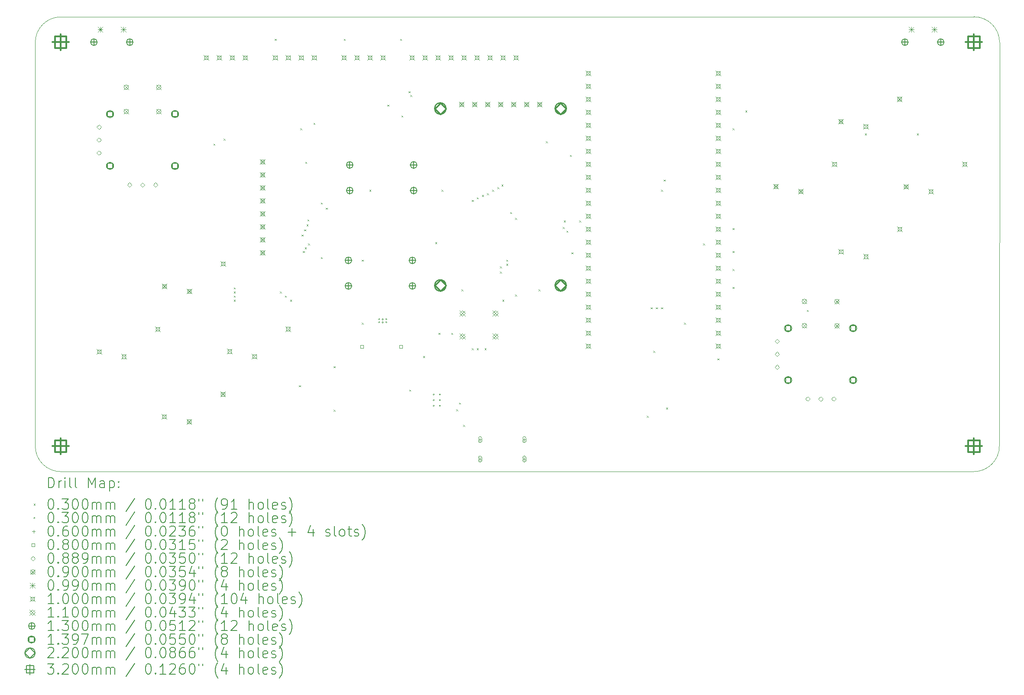
<source format=gbr>
%TF.GenerationSoftware,KiCad,Pcbnew,8.0.6*%
%TF.CreationDate,2025-01-24T00:07:23+07:00*%
%TF.ProjectId,esp_gamepad_v2,6573705f-6761-46d6-9570-61645f76322e,rev?*%
%TF.SameCoordinates,Original*%
%TF.FileFunction,Drillmap*%
%TF.FilePolarity,Positive*%
%FSLAX45Y45*%
G04 Gerber Fmt 4.5, Leading zero omitted, Abs format (unit mm)*
G04 Created by KiCad (PCBNEW 8.0.6) date 2025-01-24 00:07:23*
%MOMM*%
%LPD*%
G01*
G04 APERTURE LIST*
%ADD10C,0.050000*%
%ADD11C,0.200000*%
%ADD12C,0.100000*%
%ADD13C,0.110000*%
%ADD14C,0.130000*%
%ADD15C,0.139700*%
%ADD16C,0.220000*%
%ADD17C,0.320000*%
G04 APERTURE END LIST*
D10*
X6053553Y-12596447D02*
X6053553Y-4705803D01*
X24398223Y-13096446D02*
X6553553Y-13096447D01*
X24901777Y-4703554D02*
X24898223Y-12596446D01*
X6053553Y-4705803D02*
G75*
G02*
X6553553Y-4205803I500000J0D01*
G01*
X6553553Y-4205803D02*
X24401777Y-4203554D01*
X24401777Y-4203554D02*
G75*
G02*
X24901776Y-4703554I-7J-500006D01*
G01*
X6553553Y-13096447D02*
G75*
G02*
X6053553Y-12596447I-3J499997D01*
G01*
X24898223Y-12596446D02*
G75*
G02*
X24398223Y-13096443I-499993J-4D01*
G01*
D11*
D12*
X9535000Y-6685000D02*
X9565000Y-6715000D01*
X9565000Y-6685000D02*
X9535000Y-6715000D01*
X9735000Y-6585000D02*
X9765000Y-6615000D01*
X9765000Y-6585000D02*
X9735000Y-6615000D01*
X9935000Y-9494999D02*
X9965000Y-9524999D01*
X9965000Y-9494999D02*
X9935000Y-9524999D01*
X9935000Y-9574999D02*
X9965000Y-9604999D01*
X9965000Y-9574999D02*
X9935000Y-9604999D01*
X9935000Y-9655000D02*
X9965000Y-9685000D01*
X9965000Y-9655000D02*
X9935000Y-9685000D01*
X9935000Y-9735000D02*
X9965000Y-9765000D01*
X9965000Y-9735000D02*
X9935000Y-9765000D01*
X10735000Y-4635000D02*
X10765000Y-4665000D01*
X10765000Y-4635000D02*
X10735000Y-4665000D01*
X10835000Y-9574999D02*
X10865000Y-9604999D01*
X10865000Y-9574999D02*
X10835000Y-9604999D01*
X10935000Y-9655000D02*
X10965000Y-9685000D01*
X10965000Y-9655000D02*
X10935000Y-9685000D01*
X11035000Y-9735000D02*
X11065000Y-9765000D01*
X11065000Y-9735000D02*
X11035000Y-9765000D01*
X11210000Y-11410000D02*
X11240000Y-11440000D01*
X11240000Y-11410000D02*
X11210000Y-11440000D01*
X11235000Y-6385000D02*
X11265000Y-6415000D01*
X11265000Y-6385000D02*
X11235000Y-6415000D01*
X11260000Y-8460000D02*
X11290000Y-8490000D01*
X11290000Y-8460000D02*
X11260000Y-8490000D01*
X11285000Y-8785000D02*
X11315000Y-8815000D01*
X11315000Y-8785000D02*
X11285000Y-8815000D01*
X11310000Y-8360000D02*
X11340000Y-8390000D01*
X11340000Y-8360000D02*
X11310000Y-8390000D01*
X11321641Y-8710000D02*
X11351641Y-8740000D01*
X11351641Y-8710000D02*
X11321641Y-8740000D01*
X11330000Y-7040000D02*
X11360000Y-7070000D01*
X11360000Y-7040000D02*
X11330000Y-7070000D01*
X11356967Y-8263033D02*
X11386967Y-8293033D01*
X11386967Y-8263033D02*
X11356967Y-8293033D01*
X11371581Y-8165000D02*
X11401581Y-8195000D01*
X11401581Y-8165000D02*
X11371581Y-8195000D01*
X11385000Y-8635000D02*
X11415000Y-8665000D01*
X11415000Y-8635000D02*
X11385000Y-8665000D01*
X11491000Y-6279000D02*
X11521000Y-6309000D01*
X11521000Y-6279000D02*
X11491000Y-6309000D01*
X11635000Y-7835000D02*
X11665000Y-7865000D01*
X11665000Y-7835000D02*
X11635000Y-7865000D01*
X11635000Y-8902500D02*
X11665000Y-8932500D01*
X11665000Y-8902500D02*
X11635000Y-8932500D01*
X11735000Y-7935000D02*
X11765000Y-7965000D01*
X11765000Y-7935000D02*
X11735000Y-7965000D01*
X11885000Y-11035000D02*
X11915000Y-11065000D01*
X11915000Y-11035000D02*
X11885000Y-11065000D01*
X11885000Y-11885000D02*
X11915000Y-11915000D01*
X11915000Y-11885000D02*
X11885000Y-11915000D01*
X12085000Y-4635000D02*
X12115000Y-4665000D01*
X12115000Y-4635000D02*
X12085000Y-4665000D01*
X12435000Y-8951000D02*
X12465000Y-8981000D01*
X12465000Y-8951000D02*
X12435000Y-8981000D01*
X12435000Y-10185000D02*
X12465000Y-10215000D01*
X12465000Y-10185000D02*
X12435000Y-10215000D01*
X12585000Y-7585000D02*
X12615000Y-7615000D01*
X12615000Y-7585000D02*
X12585000Y-7615000D01*
X12935000Y-5921863D02*
X12965000Y-5951863D01*
X12965000Y-5921863D02*
X12935000Y-5951863D01*
X13185000Y-4635000D02*
X13215000Y-4665000D01*
X13215000Y-4635000D02*
X13185000Y-4665000D01*
X13210000Y-6135000D02*
X13240000Y-6165000D01*
X13240000Y-6135000D02*
X13210000Y-6165000D01*
X13351403Y-5657469D02*
X13381403Y-5687469D01*
X13381403Y-5657469D02*
X13351403Y-5687469D01*
X13365000Y-11494500D02*
X13395000Y-11524500D01*
X13395000Y-11494500D02*
X13365000Y-11524500D01*
X13382469Y-5732469D02*
X13412469Y-5762469D01*
X13412469Y-5732469D02*
X13382469Y-5762469D01*
X13635000Y-10835000D02*
X13665000Y-10865000D01*
X13665000Y-10835000D02*
X13635000Y-10865000D01*
X13870500Y-8610000D02*
X13900500Y-8640000D01*
X13900500Y-8610000D02*
X13870500Y-8640000D01*
X13935000Y-10385000D02*
X13965000Y-10415000D01*
X13965000Y-10385000D02*
X13935000Y-10415000D01*
X13996000Y-7585000D02*
X14026000Y-7615000D01*
X14026000Y-7585000D02*
X13996000Y-7615000D01*
X14185000Y-10385000D02*
X14215000Y-10415000D01*
X14215000Y-10385000D02*
X14185000Y-10415000D01*
X14281610Y-11878890D02*
X14311610Y-11908890D01*
X14311610Y-11878890D02*
X14281610Y-11908890D01*
X14335000Y-11748500D02*
X14365000Y-11778500D01*
X14365000Y-11748500D02*
X14335000Y-11778500D01*
X14385000Y-9535000D02*
X14415000Y-9565000D01*
X14415000Y-9535000D02*
X14385000Y-9565000D01*
X14415000Y-12185000D02*
X14445000Y-12215000D01*
X14445000Y-12185000D02*
X14415000Y-12215000D01*
X14585000Y-7785000D02*
X14615000Y-7815000D01*
X14615000Y-7785000D02*
X14585000Y-7815000D01*
X14585000Y-10682469D02*
X14615000Y-10712469D01*
X14615000Y-10682469D02*
X14585000Y-10712469D01*
X14685000Y-7735000D02*
X14715000Y-7765000D01*
X14715000Y-7735000D02*
X14685000Y-7765000D01*
X14685000Y-10685000D02*
X14715000Y-10715000D01*
X14715000Y-10685000D02*
X14685000Y-10715000D01*
X14785000Y-7685000D02*
X14815000Y-7715000D01*
X14815000Y-7685000D02*
X14785000Y-7715000D01*
X14835000Y-10685000D02*
X14865000Y-10715000D01*
X14865000Y-10685000D02*
X14835000Y-10715000D01*
X14885000Y-7655000D02*
X14915000Y-7685000D01*
X14915000Y-7655000D02*
X14885000Y-7685000D01*
X14985000Y-7585000D02*
X15015000Y-7615000D01*
X15015000Y-7585000D02*
X14985000Y-7615000D01*
X15085000Y-7535000D02*
X15115000Y-7565000D01*
X15115000Y-7535000D02*
X15085000Y-7565000D01*
X15135000Y-9085000D02*
X15165000Y-9115000D01*
X15165000Y-9085000D02*
X15135000Y-9115000D01*
X15135000Y-9185000D02*
X15165000Y-9215000D01*
X15165000Y-9185000D02*
X15135000Y-9215000D01*
X15165000Y-7485000D02*
X15195000Y-7515000D01*
X15195000Y-7485000D02*
X15165000Y-7515000D01*
X15185000Y-9735000D02*
X15215000Y-9765000D01*
X15215000Y-9735000D02*
X15185000Y-9765000D01*
X15260000Y-8953934D02*
X15290000Y-8983934D01*
X15290000Y-8953934D02*
X15260000Y-8983934D01*
X15260000Y-9035000D02*
X15290000Y-9065000D01*
X15290000Y-9035000D02*
X15260000Y-9065000D01*
X15335000Y-8020000D02*
X15365000Y-8050000D01*
X15365000Y-8020000D02*
X15335000Y-8050000D01*
X15435000Y-8135000D02*
X15465000Y-8165000D01*
X15465000Y-8135000D02*
X15435000Y-8165000D01*
X15435000Y-9635000D02*
X15465000Y-9665000D01*
X15465000Y-9635000D02*
X15435000Y-9665000D01*
X15890000Y-9535000D02*
X15920000Y-9565000D01*
X15920000Y-9535000D02*
X15890000Y-9565000D01*
X16035000Y-6635000D02*
X16065000Y-6665000D01*
X16065000Y-6635000D02*
X16035000Y-6665000D01*
X16364000Y-8313033D02*
X16394000Y-8343033D01*
X16394000Y-8313033D02*
X16364000Y-8343033D01*
X16385000Y-8188075D02*
X16415000Y-8218075D01*
X16415000Y-8188075D02*
X16385000Y-8218075D01*
X16435000Y-8385000D02*
X16465000Y-8415000D01*
X16465000Y-8385000D02*
X16435000Y-8415000D01*
X16505000Y-6903000D02*
X16535000Y-6933000D01*
X16535000Y-6903000D02*
X16505000Y-6933000D01*
X16535000Y-8808934D02*
X16565000Y-8838934D01*
X16565000Y-8808934D02*
X16535000Y-8838934D01*
X16685000Y-8185000D02*
X16715000Y-8215000D01*
X16715000Y-8185000D02*
X16685000Y-8215000D01*
X18006000Y-12006000D02*
X18036000Y-12036000D01*
X18036000Y-12006000D02*
X18006000Y-12036000D01*
X18085000Y-9885000D02*
X18115000Y-9915000D01*
X18115000Y-9885000D02*
X18085000Y-9915000D01*
X18135000Y-10735000D02*
X18165000Y-10765000D01*
X18165000Y-10735000D02*
X18135000Y-10765000D01*
X18185000Y-9885000D02*
X18215000Y-9915000D01*
X18215000Y-9885000D02*
X18185000Y-9915000D01*
X18285000Y-7585000D02*
X18315000Y-7615000D01*
X18315000Y-7585000D02*
X18285000Y-7615000D01*
X18285000Y-9885000D02*
X18315000Y-9915000D01*
X18315000Y-9885000D02*
X18285000Y-9915000D01*
X18335000Y-7385000D02*
X18365000Y-7415000D01*
X18365000Y-7385000D02*
X18335000Y-7415000D01*
X18385000Y-11845000D02*
X18415000Y-11875000D01*
X18415000Y-11845000D02*
X18385000Y-11875000D01*
X18735000Y-10185000D02*
X18765000Y-10215000D01*
X18765000Y-10185000D02*
X18735000Y-10215000D01*
X19110000Y-8635000D02*
X19140000Y-8665000D01*
X19140000Y-8635000D02*
X19110000Y-8665000D01*
X19385000Y-10885000D02*
X19415000Y-10915000D01*
X19415000Y-10885000D02*
X19385000Y-10915000D01*
X19685000Y-6385000D02*
X19715000Y-6415000D01*
X19715000Y-6385000D02*
X19685000Y-6415000D01*
X19685000Y-8335000D02*
X19715000Y-8365000D01*
X19715000Y-8335000D02*
X19685000Y-8365000D01*
X19685000Y-8785000D02*
X19715000Y-8815000D01*
X19715000Y-8785000D02*
X19685000Y-8815000D01*
X19685000Y-9135000D02*
X19715000Y-9165000D01*
X19715000Y-9135000D02*
X19685000Y-9165000D01*
X19685000Y-9485000D02*
X19715000Y-9515000D01*
X19715000Y-9485000D02*
X19685000Y-9515000D01*
X19935000Y-6035000D02*
X19965000Y-6065000D01*
X19965000Y-6035000D02*
X19935000Y-6065000D01*
X21135000Y-9935000D02*
X21165000Y-9965000D01*
X21165000Y-9935000D02*
X21135000Y-9965000D01*
X22270898Y-6485000D02*
X22300898Y-6515000D01*
X22300898Y-6485000D02*
X22270898Y-6515000D01*
X23285000Y-6485000D02*
X23315000Y-6515000D01*
X23315000Y-6485000D02*
X23285000Y-6515000D01*
X12790000Y-10117500D02*
G75*
G02*
X12760000Y-10117500I-15000J0D01*
G01*
X12760000Y-10117500D02*
G75*
G02*
X12790000Y-10117500I15000J0D01*
G01*
X12790000Y-10177500D02*
G75*
G02*
X12760000Y-10177500I-15000J0D01*
G01*
X12760000Y-10177500D02*
G75*
G02*
X12790000Y-10177500I15000J0D01*
G01*
X12860000Y-10117500D02*
G75*
G02*
X12830000Y-10117500I-15000J0D01*
G01*
X12830000Y-10117500D02*
G75*
G02*
X12860000Y-10117500I15000J0D01*
G01*
X12860000Y-10177500D02*
G75*
G02*
X12830000Y-10177500I-15000J0D01*
G01*
X12830000Y-10177500D02*
G75*
G02*
X12860000Y-10177500I15000J0D01*
G01*
X12930000Y-10117500D02*
G75*
G02*
X12900000Y-10117500I-15000J0D01*
G01*
X12900000Y-10117500D02*
G75*
G02*
X12930000Y-10117500I15000J0D01*
G01*
X12930000Y-10177500D02*
G75*
G02*
X12900000Y-10177500I-15000J0D01*
G01*
X12900000Y-10177500D02*
G75*
G02*
X12930000Y-10177500I15000J0D01*
G01*
X13857500Y-11590000D02*
G75*
G02*
X13827500Y-11590000I-15000J0D01*
G01*
X13827500Y-11590000D02*
G75*
G02*
X13857500Y-11590000I15000J0D01*
G01*
X13857500Y-11700000D02*
G75*
G02*
X13827500Y-11700000I-15000J0D01*
G01*
X13827500Y-11700000D02*
G75*
G02*
X13857500Y-11700000I15000J0D01*
G01*
X13857500Y-11810000D02*
G75*
G02*
X13827500Y-11810000I-15000J0D01*
G01*
X13827500Y-11810000D02*
G75*
G02*
X13857500Y-11810000I15000J0D01*
G01*
X13977500Y-11590000D02*
G75*
G02*
X13947500Y-11590000I-15000J0D01*
G01*
X13947500Y-11590000D02*
G75*
G02*
X13977500Y-11590000I15000J0D01*
G01*
X13977500Y-11700000D02*
G75*
G02*
X13947500Y-11700000I-15000J0D01*
G01*
X13947500Y-11700000D02*
G75*
G02*
X13977500Y-11700000I15000J0D01*
G01*
X13977500Y-11810000D02*
G75*
G02*
X13947500Y-11810000I-15000J0D01*
G01*
X13947500Y-11810000D02*
G75*
G02*
X13977500Y-11810000I15000J0D01*
G01*
X14748000Y-12440000D02*
X14748000Y-12500000D01*
X14718000Y-12470000D02*
X14778000Y-12470000D01*
X14718000Y-12440000D02*
X14718000Y-12500000D01*
X14778000Y-12500000D02*
G75*
G02*
X14718000Y-12500000I-30000J0D01*
G01*
X14778000Y-12500000D02*
X14778000Y-12440000D01*
X14778000Y-12440000D02*
G75*
G03*
X14718000Y-12440000I-30000J0D01*
G01*
X14748000Y-12820000D02*
X14748000Y-12880000D01*
X14718000Y-12850000D02*
X14778000Y-12850000D01*
X14718000Y-12820000D02*
X14718000Y-12880000D01*
X14778000Y-12880000D02*
G75*
G02*
X14718000Y-12880000I-30000J0D01*
G01*
X14778000Y-12880000D02*
X14778000Y-12820000D01*
X14778000Y-12820000D02*
G75*
G03*
X14718000Y-12820000I-30000J0D01*
G01*
X15612000Y-12440000D02*
X15612000Y-12500000D01*
X15582000Y-12470000D02*
X15642000Y-12470000D01*
X15582000Y-12440000D02*
X15582000Y-12500000D01*
X15642000Y-12500000D02*
G75*
G02*
X15582000Y-12500000I-30000J0D01*
G01*
X15642000Y-12500000D02*
X15642000Y-12440000D01*
X15642000Y-12440000D02*
G75*
G03*
X15582000Y-12440000I-30000J0D01*
G01*
X15612000Y-12820000D02*
X15612000Y-12880000D01*
X15582000Y-12850000D02*
X15642000Y-12850000D01*
X15582000Y-12820000D02*
X15582000Y-12880000D01*
X15642000Y-12880000D02*
G75*
G02*
X15582000Y-12880000I-30000J0D01*
G01*
X15642000Y-12880000D02*
X15642000Y-12820000D01*
X15642000Y-12820000D02*
G75*
G03*
X15582000Y-12820000I-30000J0D01*
G01*
X12466284Y-10678285D02*
X12466284Y-10621716D01*
X12409715Y-10621716D01*
X12409715Y-10678285D01*
X12466284Y-10678285D01*
X13228284Y-10678285D02*
X13228284Y-10621716D01*
X13171715Y-10621716D01*
X13171715Y-10678285D01*
X13228284Y-10678285D01*
X7298500Y-6655450D02*
X7342950Y-6611000D01*
X7298500Y-6566550D01*
X7254050Y-6611000D01*
X7298500Y-6655450D01*
X7298500Y-6909450D02*
X7342950Y-6865000D01*
X7298500Y-6820550D01*
X7254050Y-6865000D01*
X7298500Y-6909450D01*
X7300000Y-6402930D02*
X7344450Y-6358480D01*
X7300000Y-6314030D01*
X7255550Y-6358480D01*
X7300000Y-6402930D01*
X7897500Y-7531930D02*
X7941950Y-7487480D01*
X7897500Y-7443030D01*
X7853050Y-7487480D01*
X7897500Y-7531930D01*
X8151500Y-7533930D02*
X8195950Y-7489480D01*
X8151500Y-7445030D01*
X8107050Y-7489480D01*
X8151500Y-7533930D01*
X8405500Y-7531930D02*
X8449950Y-7487480D01*
X8405500Y-7443030D01*
X8361050Y-7487480D01*
X8405500Y-7531930D01*
X20552485Y-10842970D02*
X20596935Y-10798520D01*
X20552485Y-10754070D01*
X20508035Y-10798520D01*
X20552485Y-10842970D01*
X20552485Y-11096970D02*
X20596935Y-11052520D01*
X20552485Y-11008070D01*
X20508035Y-11052520D01*
X20552485Y-11096970D01*
X20553985Y-10590450D02*
X20598435Y-10546000D01*
X20553985Y-10501550D01*
X20509535Y-10546000D01*
X20553985Y-10590450D01*
X21151485Y-11719450D02*
X21195935Y-11675000D01*
X21151485Y-11630550D01*
X21107035Y-11675000D01*
X21151485Y-11719450D01*
X21405485Y-11721450D02*
X21449935Y-11677000D01*
X21405485Y-11632550D01*
X21361035Y-11677000D01*
X21405485Y-11721450D01*
X21659485Y-11719450D02*
X21703935Y-11675000D01*
X21659485Y-11630550D01*
X21615035Y-11675000D01*
X21659485Y-11719450D01*
X7787500Y-5535500D02*
X7877500Y-5625500D01*
X7877500Y-5535500D02*
X7787500Y-5625500D01*
X7877500Y-5580500D02*
G75*
G02*
X7787500Y-5580500I-45000J0D01*
G01*
X7787500Y-5580500D02*
G75*
G02*
X7877500Y-5580500I45000J0D01*
G01*
X7787500Y-6009500D02*
X7877500Y-6099500D01*
X7877500Y-6009500D02*
X7787500Y-6099500D01*
X7877500Y-6054500D02*
G75*
G02*
X7787500Y-6054500I-45000J0D01*
G01*
X7787500Y-6054500D02*
G75*
G02*
X7877500Y-6054500I45000J0D01*
G01*
X8422500Y-5537480D02*
X8512500Y-5627480D01*
X8512500Y-5537480D02*
X8422500Y-5627480D01*
X8512500Y-5582480D02*
G75*
G02*
X8422500Y-5582480I-45000J0D01*
G01*
X8422500Y-5582480D02*
G75*
G02*
X8512500Y-5582480I45000J0D01*
G01*
X8423500Y-6011500D02*
X8513500Y-6101500D01*
X8513500Y-6011500D02*
X8423500Y-6101500D01*
X8513500Y-6056500D02*
G75*
G02*
X8423500Y-6056500I-45000J0D01*
G01*
X8423500Y-6056500D02*
G75*
G02*
X8513500Y-6056500I45000J0D01*
G01*
X21041485Y-9723020D02*
X21131485Y-9813020D01*
X21131485Y-9723020D02*
X21041485Y-9813020D01*
X21131485Y-9768020D02*
G75*
G02*
X21041485Y-9768020I-45000J0D01*
G01*
X21041485Y-9768020D02*
G75*
G02*
X21131485Y-9768020I45000J0D01*
G01*
X21041485Y-10197020D02*
X21131485Y-10287020D01*
X21131485Y-10197020D02*
X21041485Y-10287020D01*
X21131485Y-10242020D02*
G75*
G02*
X21041485Y-10242020I-45000J0D01*
G01*
X21041485Y-10242020D02*
G75*
G02*
X21131485Y-10242020I45000J0D01*
G01*
X21676485Y-9725000D02*
X21766485Y-9815000D01*
X21766485Y-9725000D02*
X21676485Y-9815000D01*
X21766485Y-9770000D02*
G75*
G02*
X21676485Y-9770000I-45000J0D01*
G01*
X21676485Y-9770000D02*
G75*
G02*
X21766485Y-9770000I45000J0D01*
G01*
X21677485Y-10199020D02*
X21767485Y-10289020D01*
X21767485Y-10199020D02*
X21677485Y-10289020D01*
X21767485Y-10244020D02*
G75*
G02*
X21677485Y-10244020I-45000J0D01*
G01*
X21677485Y-10244020D02*
G75*
G02*
X21767485Y-10244020I45000J0D01*
G01*
X7275000Y-4400500D02*
X7374000Y-4499500D01*
X7374000Y-4400500D02*
X7275000Y-4499500D01*
X7324500Y-4400500D02*
X7324500Y-4499500D01*
X7275000Y-4450000D02*
X7374000Y-4450000D01*
X7725000Y-4400500D02*
X7824000Y-4499500D01*
X7824000Y-4400500D02*
X7725000Y-4499500D01*
X7774500Y-4400500D02*
X7774500Y-4499500D01*
X7725000Y-4450000D02*
X7824000Y-4450000D01*
X23126777Y-4400500D02*
X23225777Y-4499500D01*
X23225777Y-4400500D02*
X23126777Y-4499500D01*
X23176277Y-4400500D02*
X23176277Y-4499500D01*
X23126777Y-4450000D02*
X23225777Y-4450000D01*
X23576777Y-4400500D02*
X23675777Y-4499500D01*
X23675777Y-4400500D02*
X23576777Y-4499500D01*
X23626277Y-4400500D02*
X23626277Y-4499500D01*
X23576777Y-4450000D02*
X23675777Y-4450000D01*
X7251625Y-10698469D02*
X7351625Y-10798469D01*
X7351625Y-10698469D02*
X7251625Y-10798469D01*
X7336981Y-10783825D02*
X7336981Y-10713113D01*
X7266269Y-10713113D01*
X7266269Y-10783825D01*
X7336981Y-10783825D01*
X7738114Y-10796050D02*
X7838114Y-10896050D01*
X7838114Y-10796050D02*
X7738114Y-10896050D01*
X7823470Y-10881405D02*
X7823470Y-10810694D01*
X7752759Y-10810694D01*
X7752759Y-10881405D01*
X7823470Y-10881405D01*
X8397138Y-10260063D02*
X8497138Y-10360063D01*
X8497138Y-10260063D02*
X8397138Y-10360063D01*
X8482494Y-10345418D02*
X8482494Y-10274707D01*
X8411782Y-10274707D01*
X8411782Y-10345418D01*
X8482494Y-10345418D01*
X8524417Y-11971261D02*
X8624417Y-12071261D01*
X8624417Y-11971261D02*
X8524417Y-12071261D01*
X8609773Y-12056617D02*
X8609773Y-11985905D01*
X8539061Y-11985905D01*
X8539061Y-12056617D01*
X8609773Y-12056617D01*
X8527953Y-9422141D02*
X8627953Y-9522141D01*
X8627953Y-9422141D02*
X8527953Y-9522141D01*
X8613308Y-9507497D02*
X8613308Y-9436785D01*
X8542597Y-9436785D01*
X8542597Y-9507497D01*
X8613308Y-9507497D01*
X9010907Y-12068842D02*
X9110907Y-12168842D01*
X9110907Y-12068842D02*
X9010907Y-12168842D01*
X9096262Y-12154197D02*
X9096262Y-12083486D01*
X9025551Y-12083486D01*
X9025551Y-12154197D01*
X9096262Y-12154197D01*
X9014442Y-9519722D02*
X9114442Y-9619722D01*
X9114442Y-9519722D02*
X9014442Y-9619722D01*
X9099798Y-9605077D02*
X9099798Y-9534366D01*
X9029087Y-9534366D01*
X9029087Y-9605077D01*
X9099798Y-9605077D01*
X9344000Y-4950000D02*
X9444000Y-5050000D01*
X9444000Y-4950000D02*
X9344000Y-5050000D01*
X9429356Y-5035356D02*
X9429356Y-4964644D01*
X9358644Y-4964644D01*
X9358644Y-5035356D01*
X9429356Y-5035356D01*
X9598000Y-4950000D02*
X9698000Y-5050000D01*
X9698000Y-4950000D02*
X9598000Y-5050000D01*
X9683356Y-5035356D02*
X9683356Y-4964644D01*
X9612644Y-4964644D01*
X9612644Y-5035356D01*
X9683356Y-5035356D01*
X9669930Y-11532855D02*
X9769930Y-11632855D01*
X9769930Y-11532855D02*
X9669930Y-11632855D01*
X9755286Y-11618210D02*
X9755286Y-11547499D01*
X9684574Y-11547499D01*
X9684574Y-11618210D01*
X9755286Y-11618210D01*
X9673466Y-8983735D02*
X9773466Y-9083735D01*
X9773466Y-8983735D02*
X9673466Y-9083735D01*
X9758821Y-9069091D02*
X9758821Y-8998379D01*
X9688110Y-8998379D01*
X9688110Y-9069091D01*
X9758821Y-9069091D01*
X9800745Y-10694933D02*
X9900745Y-10794933D01*
X9900745Y-10694933D02*
X9800745Y-10794933D01*
X9886101Y-10780289D02*
X9886101Y-10709578D01*
X9815389Y-10709578D01*
X9815389Y-10780289D01*
X9886101Y-10780289D01*
X9852000Y-4950000D02*
X9952000Y-5050000D01*
X9952000Y-4950000D02*
X9852000Y-5050000D01*
X9937356Y-5035356D02*
X9937356Y-4964644D01*
X9866644Y-4964644D01*
X9866644Y-5035356D01*
X9937356Y-5035356D01*
X10106000Y-4950000D02*
X10206000Y-5050000D01*
X10206000Y-4950000D02*
X10106000Y-5050000D01*
X10191356Y-5035356D02*
X10191356Y-4964644D01*
X10120644Y-4964644D01*
X10120644Y-5035356D01*
X10191356Y-5035356D01*
X10287234Y-10792514D02*
X10387234Y-10892514D01*
X10387234Y-10792514D02*
X10287234Y-10892514D01*
X10372590Y-10877870D02*
X10372590Y-10807158D01*
X10301879Y-10807158D01*
X10301879Y-10877870D01*
X10372590Y-10877870D01*
X10445000Y-6987000D02*
X10545000Y-7087000D01*
X10545000Y-6987000D02*
X10445000Y-7087000D01*
X10530356Y-7072356D02*
X10530356Y-7001644D01*
X10459644Y-7001644D01*
X10459644Y-7072356D01*
X10530356Y-7072356D01*
X10445000Y-7241000D02*
X10545000Y-7341000D01*
X10545000Y-7241000D02*
X10445000Y-7341000D01*
X10530356Y-7326356D02*
X10530356Y-7255644D01*
X10459644Y-7255644D01*
X10459644Y-7326356D01*
X10530356Y-7326356D01*
X10445000Y-7495000D02*
X10545000Y-7595000D01*
X10545000Y-7495000D02*
X10445000Y-7595000D01*
X10530356Y-7580356D02*
X10530356Y-7509644D01*
X10459644Y-7509644D01*
X10459644Y-7580356D01*
X10530356Y-7580356D01*
X10445000Y-7749000D02*
X10545000Y-7849000D01*
X10545000Y-7749000D02*
X10445000Y-7849000D01*
X10530356Y-7834356D02*
X10530356Y-7763644D01*
X10459644Y-7763644D01*
X10459644Y-7834356D01*
X10530356Y-7834356D01*
X10445000Y-8003000D02*
X10545000Y-8103000D01*
X10545000Y-8003000D02*
X10445000Y-8103000D01*
X10530356Y-8088356D02*
X10530356Y-8017644D01*
X10459644Y-8017644D01*
X10459644Y-8088356D01*
X10530356Y-8088356D01*
X10445000Y-8257000D02*
X10545000Y-8357000D01*
X10545000Y-8257000D02*
X10445000Y-8357000D01*
X10530356Y-8342356D02*
X10530356Y-8271644D01*
X10459644Y-8271644D01*
X10459644Y-8342356D01*
X10530356Y-8342356D01*
X10445000Y-8511000D02*
X10545000Y-8611000D01*
X10545000Y-8511000D02*
X10445000Y-8611000D01*
X10530356Y-8596356D02*
X10530356Y-8525644D01*
X10459644Y-8525644D01*
X10459644Y-8596356D01*
X10530356Y-8596356D01*
X10445000Y-8765000D02*
X10545000Y-8865000D01*
X10545000Y-8765000D02*
X10445000Y-8865000D01*
X10530356Y-8850356D02*
X10530356Y-8779644D01*
X10459644Y-8779644D01*
X10459644Y-8850356D01*
X10530356Y-8850356D01*
X10694000Y-4950000D02*
X10794000Y-5050000D01*
X10794000Y-4950000D02*
X10694000Y-5050000D01*
X10779356Y-5035356D02*
X10779356Y-4964644D01*
X10708644Y-4964644D01*
X10708644Y-5035356D01*
X10779356Y-5035356D01*
X10946258Y-10256527D02*
X11046258Y-10356527D01*
X11046258Y-10256527D02*
X10946258Y-10356527D01*
X11031614Y-10341883D02*
X11031614Y-10271171D01*
X10960902Y-10271171D01*
X10960902Y-10341883D01*
X11031614Y-10341883D01*
X10948000Y-4950000D02*
X11048000Y-5050000D01*
X11048000Y-4950000D02*
X10948000Y-5050000D01*
X11033356Y-5035356D02*
X11033356Y-4964644D01*
X10962644Y-4964644D01*
X10962644Y-5035356D01*
X11033356Y-5035356D01*
X11202000Y-4950000D02*
X11302000Y-5050000D01*
X11302000Y-4950000D02*
X11202000Y-5050000D01*
X11287356Y-5035356D02*
X11287356Y-4964644D01*
X11216644Y-4964644D01*
X11216644Y-5035356D01*
X11287356Y-5035356D01*
X11456000Y-4950000D02*
X11556000Y-5050000D01*
X11556000Y-4950000D02*
X11456000Y-5050000D01*
X11541356Y-5035356D02*
X11541356Y-4964644D01*
X11470644Y-4964644D01*
X11470644Y-5035356D01*
X11541356Y-5035356D01*
X12036000Y-4950000D02*
X12136000Y-5050000D01*
X12136000Y-4950000D02*
X12036000Y-5050000D01*
X12121356Y-5035356D02*
X12121356Y-4964644D01*
X12050644Y-4964644D01*
X12050644Y-5035356D01*
X12121356Y-5035356D01*
X12290000Y-4950000D02*
X12390000Y-5050000D01*
X12390000Y-4950000D02*
X12290000Y-5050000D01*
X12375356Y-5035356D02*
X12375356Y-4964644D01*
X12304644Y-4964644D01*
X12304644Y-5035356D01*
X12375356Y-5035356D01*
X12544000Y-4950000D02*
X12644000Y-5050000D01*
X12644000Y-4950000D02*
X12544000Y-5050000D01*
X12629356Y-5035356D02*
X12629356Y-4964644D01*
X12558644Y-4964644D01*
X12558644Y-5035356D01*
X12629356Y-5035356D01*
X12798000Y-4950000D02*
X12898000Y-5050000D01*
X12898000Y-4950000D02*
X12798000Y-5050000D01*
X12883356Y-5035356D02*
X12883356Y-4964644D01*
X12812644Y-4964644D01*
X12812644Y-5035356D01*
X12883356Y-5035356D01*
X13368000Y-4950000D02*
X13468000Y-5050000D01*
X13468000Y-4950000D02*
X13368000Y-5050000D01*
X13453356Y-5035356D02*
X13453356Y-4964644D01*
X13382644Y-4964644D01*
X13382644Y-5035356D01*
X13453356Y-5035356D01*
X13622000Y-4950000D02*
X13722000Y-5050000D01*
X13722000Y-4950000D02*
X13622000Y-5050000D01*
X13707356Y-5035356D02*
X13707356Y-4964644D01*
X13636644Y-4964644D01*
X13636644Y-5035356D01*
X13707356Y-5035356D01*
X13876000Y-4950000D02*
X13976000Y-5050000D01*
X13976000Y-4950000D02*
X13876000Y-5050000D01*
X13961356Y-5035356D02*
X13961356Y-4964644D01*
X13890644Y-4964644D01*
X13890644Y-5035356D01*
X13961356Y-5035356D01*
X14130000Y-4950000D02*
X14230000Y-5050000D01*
X14230000Y-4950000D02*
X14130000Y-5050000D01*
X14215356Y-5035356D02*
X14215356Y-4964644D01*
X14144644Y-4964644D01*
X14144644Y-5035356D01*
X14215356Y-5035356D01*
X14335500Y-5866000D02*
X14435500Y-5966000D01*
X14435500Y-5866000D02*
X14335500Y-5966000D01*
X14420856Y-5951356D02*
X14420856Y-5880644D01*
X14350144Y-5880644D01*
X14350144Y-5951356D01*
X14420856Y-5951356D01*
X14384000Y-4950000D02*
X14484000Y-5050000D01*
X14484000Y-4950000D02*
X14384000Y-5050000D01*
X14469356Y-5035356D02*
X14469356Y-4964644D01*
X14398644Y-4964644D01*
X14398644Y-5035356D01*
X14469356Y-5035356D01*
X14589500Y-5866000D02*
X14689500Y-5966000D01*
X14689500Y-5866000D02*
X14589500Y-5966000D01*
X14674856Y-5951356D02*
X14674856Y-5880644D01*
X14604144Y-5880644D01*
X14604144Y-5951356D01*
X14674856Y-5951356D01*
X14638000Y-4950000D02*
X14738000Y-5050000D01*
X14738000Y-4950000D02*
X14638000Y-5050000D01*
X14723356Y-5035356D02*
X14723356Y-4964644D01*
X14652644Y-4964644D01*
X14652644Y-5035356D01*
X14723356Y-5035356D01*
X14843500Y-5866000D02*
X14943500Y-5966000D01*
X14943500Y-5866000D02*
X14843500Y-5966000D01*
X14928856Y-5951356D02*
X14928856Y-5880644D01*
X14858144Y-5880644D01*
X14858144Y-5951356D01*
X14928856Y-5951356D01*
X14892000Y-4950000D02*
X14992000Y-5050000D01*
X14992000Y-4950000D02*
X14892000Y-5050000D01*
X14977356Y-5035356D02*
X14977356Y-4964644D01*
X14906644Y-4964644D01*
X14906644Y-5035356D01*
X14977356Y-5035356D01*
X15097500Y-5866000D02*
X15197500Y-5966000D01*
X15197500Y-5866000D02*
X15097500Y-5966000D01*
X15182856Y-5951356D02*
X15182856Y-5880644D01*
X15112144Y-5880644D01*
X15112144Y-5951356D01*
X15182856Y-5951356D01*
X15146000Y-4950000D02*
X15246000Y-5050000D01*
X15246000Y-4950000D02*
X15146000Y-5050000D01*
X15231356Y-5035356D02*
X15231356Y-4964644D01*
X15160644Y-4964644D01*
X15160644Y-5035356D01*
X15231356Y-5035356D01*
X15351500Y-5866000D02*
X15451500Y-5966000D01*
X15451500Y-5866000D02*
X15351500Y-5966000D01*
X15436856Y-5951356D02*
X15436856Y-5880644D01*
X15366144Y-5880644D01*
X15366144Y-5951356D01*
X15436856Y-5951356D01*
X15400000Y-4950000D02*
X15500000Y-5050000D01*
X15500000Y-4950000D02*
X15400000Y-5050000D01*
X15485356Y-5035356D02*
X15485356Y-4964644D01*
X15414644Y-4964644D01*
X15414644Y-5035356D01*
X15485356Y-5035356D01*
X15605500Y-5866000D02*
X15705500Y-5966000D01*
X15705500Y-5866000D02*
X15605500Y-5966000D01*
X15690856Y-5951356D02*
X15690856Y-5880644D01*
X15620144Y-5880644D01*
X15620144Y-5951356D01*
X15690856Y-5951356D01*
X15859500Y-5866000D02*
X15959500Y-5966000D01*
X15959500Y-5866000D02*
X15859500Y-5966000D01*
X15944856Y-5951356D02*
X15944856Y-5880644D01*
X15874144Y-5880644D01*
X15874144Y-5951356D01*
X15944856Y-5951356D01*
X16810000Y-5258000D02*
X16910000Y-5358000D01*
X16910000Y-5258000D02*
X16810000Y-5358000D01*
X16895356Y-5343356D02*
X16895356Y-5272644D01*
X16824644Y-5272644D01*
X16824644Y-5343356D01*
X16895356Y-5343356D01*
X16810000Y-5512000D02*
X16910000Y-5612000D01*
X16910000Y-5512000D02*
X16810000Y-5612000D01*
X16895356Y-5597356D02*
X16895356Y-5526644D01*
X16824644Y-5526644D01*
X16824644Y-5597356D01*
X16895356Y-5597356D01*
X16810000Y-5766000D02*
X16910000Y-5866000D01*
X16910000Y-5766000D02*
X16810000Y-5866000D01*
X16895356Y-5851356D02*
X16895356Y-5780644D01*
X16824644Y-5780644D01*
X16824644Y-5851356D01*
X16895356Y-5851356D01*
X16810000Y-6020000D02*
X16910000Y-6120000D01*
X16910000Y-6020000D02*
X16810000Y-6120000D01*
X16895356Y-6105356D02*
X16895356Y-6034644D01*
X16824644Y-6034644D01*
X16824644Y-6105356D01*
X16895356Y-6105356D01*
X16810000Y-6274000D02*
X16910000Y-6374000D01*
X16910000Y-6274000D02*
X16810000Y-6374000D01*
X16895356Y-6359356D02*
X16895356Y-6288644D01*
X16824644Y-6288644D01*
X16824644Y-6359356D01*
X16895356Y-6359356D01*
X16810000Y-6528000D02*
X16910000Y-6628000D01*
X16910000Y-6528000D02*
X16810000Y-6628000D01*
X16895356Y-6613356D02*
X16895356Y-6542644D01*
X16824644Y-6542644D01*
X16824644Y-6613356D01*
X16895356Y-6613356D01*
X16810000Y-6782000D02*
X16910000Y-6882000D01*
X16910000Y-6782000D02*
X16810000Y-6882000D01*
X16895356Y-6867356D02*
X16895356Y-6796644D01*
X16824644Y-6796644D01*
X16824644Y-6867356D01*
X16895356Y-6867356D01*
X16810000Y-7036000D02*
X16910000Y-7136000D01*
X16910000Y-7036000D02*
X16810000Y-7136000D01*
X16895356Y-7121356D02*
X16895356Y-7050644D01*
X16824644Y-7050644D01*
X16824644Y-7121356D01*
X16895356Y-7121356D01*
X16810000Y-7290000D02*
X16910000Y-7390000D01*
X16910000Y-7290000D02*
X16810000Y-7390000D01*
X16895356Y-7375356D02*
X16895356Y-7304644D01*
X16824644Y-7304644D01*
X16824644Y-7375356D01*
X16895356Y-7375356D01*
X16810000Y-7544000D02*
X16910000Y-7644000D01*
X16910000Y-7544000D02*
X16810000Y-7644000D01*
X16895356Y-7629356D02*
X16895356Y-7558644D01*
X16824644Y-7558644D01*
X16824644Y-7629356D01*
X16895356Y-7629356D01*
X16810000Y-7798000D02*
X16910000Y-7898000D01*
X16910000Y-7798000D02*
X16810000Y-7898000D01*
X16895356Y-7883356D02*
X16895356Y-7812644D01*
X16824644Y-7812644D01*
X16824644Y-7883356D01*
X16895356Y-7883356D01*
X16810000Y-8052000D02*
X16910000Y-8152000D01*
X16910000Y-8052000D02*
X16810000Y-8152000D01*
X16895356Y-8137356D02*
X16895356Y-8066644D01*
X16824644Y-8066644D01*
X16824644Y-8137356D01*
X16895356Y-8137356D01*
X16810000Y-8306000D02*
X16910000Y-8406000D01*
X16910000Y-8306000D02*
X16810000Y-8406000D01*
X16895356Y-8391356D02*
X16895356Y-8320644D01*
X16824644Y-8320644D01*
X16824644Y-8391356D01*
X16895356Y-8391356D01*
X16810000Y-8560000D02*
X16910000Y-8660000D01*
X16910000Y-8560000D02*
X16810000Y-8660000D01*
X16895356Y-8645356D02*
X16895356Y-8574644D01*
X16824644Y-8574644D01*
X16824644Y-8645356D01*
X16895356Y-8645356D01*
X16810000Y-8814000D02*
X16910000Y-8914000D01*
X16910000Y-8814000D02*
X16810000Y-8914000D01*
X16895356Y-8899356D02*
X16895356Y-8828644D01*
X16824644Y-8828644D01*
X16824644Y-8899356D01*
X16895356Y-8899356D01*
X16810000Y-9068000D02*
X16910000Y-9168000D01*
X16910000Y-9068000D02*
X16810000Y-9168000D01*
X16895356Y-9153356D02*
X16895356Y-9082644D01*
X16824644Y-9082644D01*
X16824644Y-9153356D01*
X16895356Y-9153356D01*
X16810000Y-9322000D02*
X16910000Y-9422000D01*
X16910000Y-9322000D02*
X16810000Y-9422000D01*
X16895356Y-9407356D02*
X16895356Y-9336644D01*
X16824644Y-9336644D01*
X16824644Y-9407356D01*
X16895356Y-9407356D01*
X16810000Y-9576000D02*
X16910000Y-9676000D01*
X16910000Y-9576000D02*
X16810000Y-9676000D01*
X16895356Y-9661356D02*
X16895356Y-9590644D01*
X16824644Y-9590644D01*
X16824644Y-9661356D01*
X16895356Y-9661356D01*
X16810000Y-9830000D02*
X16910000Y-9930000D01*
X16910000Y-9830000D02*
X16810000Y-9930000D01*
X16895356Y-9915356D02*
X16895356Y-9844644D01*
X16824644Y-9844644D01*
X16824644Y-9915356D01*
X16895356Y-9915356D01*
X16810000Y-10084000D02*
X16910000Y-10184000D01*
X16910000Y-10084000D02*
X16810000Y-10184000D01*
X16895356Y-10169356D02*
X16895356Y-10098644D01*
X16824644Y-10098644D01*
X16824644Y-10169356D01*
X16895356Y-10169356D01*
X16810000Y-10338000D02*
X16910000Y-10438000D01*
X16910000Y-10338000D02*
X16810000Y-10438000D01*
X16895356Y-10423356D02*
X16895356Y-10352644D01*
X16824644Y-10352644D01*
X16824644Y-10423356D01*
X16895356Y-10423356D01*
X16810000Y-10592000D02*
X16910000Y-10692000D01*
X16910000Y-10592000D02*
X16810000Y-10692000D01*
X16895356Y-10677356D02*
X16895356Y-10606644D01*
X16824644Y-10606644D01*
X16824644Y-10677356D01*
X16895356Y-10677356D01*
X19350000Y-5258000D02*
X19450000Y-5358000D01*
X19450000Y-5258000D02*
X19350000Y-5358000D01*
X19435356Y-5343356D02*
X19435356Y-5272644D01*
X19364644Y-5272644D01*
X19364644Y-5343356D01*
X19435356Y-5343356D01*
X19350000Y-5512000D02*
X19450000Y-5612000D01*
X19450000Y-5512000D02*
X19350000Y-5612000D01*
X19435356Y-5597356D02*
X19435356Y-5526644D01*
X19364644Y-5526644D01*
X19364644Y-5597356D01*
X19435356Y-5597356D01*
X19350000Y-5766000D02*
X19450000Y-5866000D01*
X19450000Y-5766000D02*
X19350000Y-5866000D01*
X19435356Y-5851356D02*
X19435356Y-5780644D01*
X19364644Y-5780644D01*
X19364644Y-5851356D01*
X19435356Y-5851356D01*
X19350000Y-6020000D02*
X19450000Y-6120000D01*
X19450000Y-6020000D02*
X19350000Y-6120000D01*
X19435356Y-6105356D02*
X19435356Y-6034644D01*
X19364644Y-6034644D01*
X19364644Y-6105356D01*
X19435356Y-6105356D01*
X19350000Y-6274000D02*
X19450000Y-6374000D01*
X19450000Y-6274000D02*
X19350000Y-6374000D01*
X19435356Y-6359356D02*
X19435356Y-6288644D01*
X19364644Y-6288644D01*
X19364644Y-6359356D01*
X19435356Y-6359356D01*
X19350000Y-6528000D02*
X19450000Y-6628000D01*
X19450000Y-6528000D02*
X19350000Y-6628000D01*
X19435356Y-6613356D02*
X19435356Y-6542644D01*
X19364644Y-6542644D01*
X19364644Y-6613356D01*
X19435356Y-6613356D01*
X19350000Y-6782000D02*
X19450000Y-6882000D01*
X19450000Y-6782000D02*
X19350000Y-6882000D01*
X19435356Y-6867356D02*
X19435356Y-6796644D01*
X19364644Y-6796644D01*
X19364644Y-6867356D01*
X19435356Y-6867356D01*
X19350000Y-7036000D02*
X19450000Y-7136000D01*
X19450000Y-7036000D02*
X19350000Y-7136000D01*
X19435356Y-7121356D02*
X19435356Y-7050644D01*
X19364644Y-7050644D01*
X19364644Y-7121356D01*
X19435356Y-7121356D01*
X19350000Y-7290000D02*
X19450000Y-7390000D01*
X19450000Y-7290000D02*
X19350000Y-7390000D01*
X19435356Y-7375356D02*
X19435356Y-7304644D01*
X19364644Y-7304644D01*
X19364644Y-7375356D01*
X19435356Y-7375356D01*
X19350000Y-7544000D02*
X19450000Y-7644000D01*
X19450000Y-7544000D02*
X19350000Y-7644000D01*
X19435356Y-7629356D02*
X19435356Y-7558644D01*
X19364644Y-7558644D01*
X19364644Y-7629356D01*
X19435356Y-7629356D01*
X19350000Y-7798000D02*
X19450000Y-7898000D01*
X19450000Y-7798000D02*
X19350000Y-7898000D01*
X19435356Y-7883356D02*
X19435356Y-7812644D01*
X19364644Y-7812644D01*
X19364644Y-7883356D01*
X19435356Y-7883356D01*
X19350000Y-8052000D02*
X19450000Y-8152000D01*
X19450000Y-8052000D02*
X19350000Y-8152000D01*
X19435356Y-8137356D02*
X19435356Y-8066644D01*
X19364644Y-8066644D01*
X19364644Y-8137356D01*
X19435356Y-8137356D01*
X19350000Y-8306000D02*
X19450000Y-8406000D01*
X19450000Y-8306000D02*
X19350000Y-8406000D01*
X19435356Y-8391356D02*
X19435356Y-8320644D01*
X19364644Y-8320644D01*
X19364644Y-8391356D01*
X19435356Y-8391356D01*
X19350000Y-8560000D02*
X19450000Y-8660000D01*
X19450000Y-8560000D02*
X19350000Y-8660000D01*
X19435356Y-8645356D02*
X19435356Y-8574644D01*
X19364644Y-8574644D01*
X19364644Y-8645356D01*
X19435356Y-8645356D01*
X19350000Y-8814000D02*
X19450000Y-8914000D01*
X19450000Y-8814000D02*
X19350000Y-8914000D01*
X19435356Y-8899356D02*
X19435356Y-8828644D01*
X19364644Y-8828644D01*
X19364644Y-8899356D01*
X19435356Y-8899356D01*
X19350000Y-9068000D02*
X19450000Y-9168000D01*
X19450000Y-9068000D02*
X19350000Y-9168000D01*
X19435356Y-9153356D02*
X19435356Y-9082644D01*
X19364644Y-9082644D01*
X19364644Y-9153356D01*
X19435356Y-9153356D01*
X19350000Y-9322000D02*
X19450000Y-9422000D01*
X19450000Y-9322000D02*
X19350000Y-9422000D01*
X19435356Y-9407356D02*
X19435356Y-9336644D01*
X19364644Y-9336644D01*
X19364644Y-9407356D01*
X19435356Y-9407356D01*
X19350000Y-9576000D02*
X19450000Y-9676000D01*
X19450000Y-9576000D02*
X19350000Y-9676000D01*
X19435356Y-9661356D02*
X19435356Y-9590644D01*
X19364644Y-9590644D01*
X19364644Y-9661356D01*
X19435356Y-9661356D01*
X19350000Y-9830000D02*
X19450000Y-9930000D01*
X19450000Y-9830000D02*
X19350000Y-9930000D01*
X19435356Y-9915356D02*
X19435356Y-9844644D01*
X19364644Y-9844644D01*
X19364644Y-9915356D01*
X19435356Y-9915356D01*
X19350000Y-10084000D02*
X19450000Y-10184000D01*
X19450000Y-10084000D02*
X19350000Y-10184000D01*
X19435356Y-10169356D02*
X19435356Y-10098644D01*
X19364644Y-10098644D01*
X19364644Y-10169356D01*
X19435356Y-10169356D01*
X19350000Y-10338000D02*
X19450000Y-10438000D01*
X19450000Y-10338000D02*
X19350000Y-10438000D01*
X19435356Y-10423356D02*
X19435356Y-10352644D01*
X19364644Y-10352644D01*
X19364644Y-10423356D01*
X19435356Y-10423356D01*
X19350000Y-10592000D02*
X19450000Y-10692000D01*
X19450000Y-10592000D02*
X19350000Y-10692000D01*
X19435356Y-10677356D02*
X19435356Y-10606644D01*
X19364644Y-10606644D01*
X19364644Y-10677356D01*
X19435356Y-10677356D01*
X20478626Y-7470373D02*
X20578626Y-7570373D01*
X20578626Y-7470373D02*
X20478626Y-7570373D01*
X20563982Y-7555729D02*
X20563982Y-7485017D01*
X20493270Y-7485017D01*
X20493270Y-7555729D01*
X20563982Y-7555729D01*
X20965116Y-7567954D02*
X21065116Y-7667954D01*
X21065116Y-7567954D02*
X20965116Y-7667954D01*
X21050471Y-7653310D02*
X21050471Y-7582598D01*
X20979760Y-7582598D01*
X20979760Y-7653310D01*
X21050471Y-7653310D01*
X21624139Y-7031967D02*
X21724139Y-7131967D01*
X21724139Y-7031967D02*
X21624139Y-7131967D01*
X21709495Y-7117323D02*
X21709495Y-7046611D01*
X21638783Y-7046611D01*
X21638783Y-7117323D01*
X21709495Y-7117323D01*
X21749408Y-6199591D02*
X21849408Y-6299591D01*
X21849408Y-6199591D02*
X21749408Y-6299591D01*
X21834764Y-6284947D02*
X21834764Y-6214235D01*
X21764053Y-6214235D01*
X21764053Y-6284947D01*
X21834764Y-6284947D01*
X21751418Y-8743165D02*
X21851418Y-8843165D01*
X21851418Y-8743165D02*
X21751418Y-8843165D01*
X21836774Y-8828521D02*
X21836774Y-8757810D01*
X21766063Y-8757810D01*
X21766063Y-8828521D01*
X21836774Y-8828521D01*
X22235898Y-6297172D02*
X22335898Y-6397172D01*
X22335898Y-6297172D02*
X22235898Y-6397172D01*
X22321253Y-6382527D02*
X22321253Y-6311816D01*
X22250542Y-6311816D01*
X22250542Y-6382527D01*
X22321253Y-6382527D01*
X22237908Y-8840746D02*
X22337908Y-8940746D01*
X22337908Y-8840746D02*
X22237908Y-8940746D01*
X22323264Y-8926102D02*
X22323264Y-8855390D01*
X22252552Y-8855390D01*
X22252552Y-8926102D01*
X22323264Y-8926102D01*
X22894921Y-5761185D02*
X22994921Y-5861185D01*
X22994921Y-5761185D02*
X22894921Y-5861185D01*
X22980277Y-5846541D02*
X22980277Y-5775829D01*
X22909565Y-5775829D01*
X22909565Y-5846541D01*
X22980277Y-5846541D01*
X22896931Y-8304759D02*
X22996931Y-8404759D01*
X22996931Y-8304759D02*
X22896931Y-8404759D01*
X22982287Y-8390115D02*
X22982287Y-8319403D01*
X22911576Y-8319403D01*
X22911576Y-8390115D01*
X22982287Y-8390115D01*
X23022200Y-7472383D02*
X23122200Y-7572383D01*
X23122200Y-7472383D02*
X23022200Y-7572383D01*
X23107556Y-7557739D02*
X23107556Y-7487028D01*
X23036845Y-7487028D01*
X23036845Y-7557739D01*
X23107556Y-7557739D01*
X23508690Y-7569964D02*
X23608690Y-7669964D01*
X23608690Y-7569964D02*
X23508690Y-7669964D01*
X23594046Y-7655320D02*
X23594046Y-7584608D01*
X23523334Y-7584608D01*
X23523334Y-7655320D01*
X23594046Y-7655320D01*
X24167713Y-7033977D02*
X24267713Y-7133977D01*
X24267713Y-7033977D02*
X24167713Y-7133977D01*
X24253069Y-7119333D02*
X24253069Y-7048621D01*
X24182358Y-7048621D01*
X24182358Y-7119333D01*
X24253069Y-7119333D01*
D13*
X14345000Y-9945000D02*
X14455000Y-10055000D01*
X14455000Y-9945000D02*
X14345000Y-10055000D01*
X14400000Y-10055000D02*
X14455000Y-10000000D01*
X14400000Y-9945000D01*
X14345000Y-10000000D01*
X14400000Y-10055000D01*
X14345000Y-10395000D02*
X14455000Y-10505000D01*
X14455000Y-10395000D02*
X14345000Y-10505000D01*
X14400000Y-10505000D02*
X14455000Y-10450000D01*
X14400000Y-10395000D01*
X14345000Y-10450000D01*
X14400000Y-10505000D01*
X14995000Y-9945000D02*
X15105000Y-10055000D01*
X15105000Y-9945000D02*
X14995000Y-10055000D01*
X15050000Y-10055000D02*
X15105000Y-10000000D01*
X15050000Y-9945000D01*
X14995000Y-10000000D01*
X15050000Y-10055000D01*
X14995000Y-10395000D02*
X15105000Y-10505000D01*
X15105000Y-10395000D02*
X14995000Y-10505000D01*
X15050000Y-10505000D02*
X15105000Y-10450000D01*
X15050000Y-10395000D01*
X14995000Y-10450000D01*
X15050000Y-10505000D01*
D14*
X7199500Y-4634000D02*
X7199500Y-4764000D01*
X7134500Y-4699000D02*
X7264500Y-4699000D01*
X7264500Y-4699000D02*
G75*
G02*
X7134500Y-4699000I-65000J0D01*
G01*
X7134500Y-4699000D02*
G75*
G02*
X7264500Y-4699000I65000J0D01*
G01*
X7900500Y-4634000D02*
X7900500Y-4764000D01*
X7835500Y-4699000D02*
X7965500Y-4699000D01*
X7965500Y-4699000D02*
G75*
G02*
X7835500Y-4699000I-65000J0D01*
G01*
X7835500Y-4699000D02*
G75*
G02*
X7965500Y-4699000I65000J0D01*
G01*
X12175000Y-8901000D02*
X12175000Y-9031000D01*
X12110000Y-8966000D02*
X12240000Y-8966000D01*
X12240000Y-8966000D02*
G75*
G02*
X12110000Y-8966000I-65000J0D01*
G01*
X12110000Y-8966000D02*
G75*
G02*
X12240000Y-8966000I65000J0D01*
G01*
X12175000Y-9401000D02*
X12175000Y-9531000D01*
X12110000Y-9466000D02*
X12240000Y-9466000D01*
X12240000Y-9466000D02*
G75*
G02*
X12110000Y-9466000I-65000J0D01*
G01*
X12110000Y-9466000D02*
G75*
G02*
X12240000Y-9466000I65000J0D01*
G01*
X12200000Y-7035000D02*
X12200000Y-7165000D01*
X12135000Y-7100000D02*
X12265000Y-7100000D01*
X12265000Y-7100000D02*
G75*
G02*
X12135000Y-7100000I-65000J0D01*
G01*
X12135000Y-7100000D02*
G75*
G02*
X12265000Y-7100000I65000J0D01*
G01*
X12200000Y-7535000D02*
X12200000Y-7665000D01*
X12135000Y-7600000D02*
X12265000Y-7600000D01*
X12265000Y-7600000D02*
G75*
G02*
X12135000Y-7600000I-65000J0D01*
G01*
X12135000Y-7600000D02*
G75*
G02*
X12265000Y-7600000I65000J0D01*
G01*
X13425000Y-8901000D02*
X13425000Y-9031000D01*
X13360000Y-8966000D02*
X13490000Y-8966000D01*
X13490000Y-8966000D02*
G75*
G02*
X13360000Y-8966000I-65000J0D01*
G01*
X13360000Y-8966000D02*
G75*
G02*
X13490000Y-8966000I65000J0D01*
G01*
X13425000Y-9401000D02*
X13425000Y-9531000D01*
X13360000Y-9466000D02*
X13490000Y-9466000D01*
X13490000Y-9466000D02*
G75*
G02*
X13360000Y-9466000I-65000J0D01*
G01*
X13360000Y-9466000D02*
G75*
G02*
X13490000Y-9466000I65000J0D01*
G01*
X13450000Y-7035000D02*
X13450000Y-7165000D01*
X13385000Y-7100000D02*
X13515000Y-7100000D01*
X13515000Y-7100000D02*
G75*
G02*
X13385000Y-7100000I-65000J0D01*
G01*
X13385000Y-7100000D02*
G75*
G02*
X13515000Y-7100000I65000J0D01*
G01*
X13450000Y-7535000D02*
X13450000Y-7665000D01*
X13385000Y-7600000D02*
X13515000Y-7600000D01*
X13515000Y-7600000D02*
G75*
G02*
X13385000Y-7600000I-65000J0D01*
G01*
X13385000Y-7600000D02*
G75*
G02*
X13515000Y-7600000I65000J0D01*
G01*
X23051277Y-4634000D02*
X23051277Y-4764000D01*
X22986277Y-4699000D02*
X23116277Y-4699000D01*
X23116277Y-4699000D02*
G75*
G02*
X22986277Y-4699000I-65000J0D01*
G01*
X22986277Y-4699000D02*
G75*
G02*
X23116277Y-4699000I65000J0D01*
G01*
X23752277Y-4634000D02*
X23752277Y-4764000D01*
X23687277Y-4699000D02*
X23817277Y-4699000D01*
X23817277Y-4699000D02*
G75*
G02*
X23687277Y-4699000I-65000J0D01*
G01*
X23687277Y-4699000D02*
G75*
G02*
X23817277Y-4699000I65000J0D01*
G01*
D15*
X7564392Y-6155392D02*
X7564392Y-6056608D01*
X7465608Y-6056608D01*
X7465608Y-6155392D01*
X7564392Y-6155392D01*
X7584850Y-6106000D02*
G75*
G02*
X7445150Y-6106000I-69850J0D01*
G01*
X7445150Y-6106000D02*
G75*
G02*
X7584850Y-6106000I69850J0D01*
G01*
X7564392Y-7168392D02*
X7564392Y-7069608D01*
X7465608Y-7069608D01*
X7465608Y-7168392D01*
X7564392Y-7168392D01*
X7584850Y-7119000D02*
G75*
G02*
X7445150Y-7119000I-69850J0D01*
G01*
X7445150Y-7119000D02*
G75*
G02*
X7584850Y-7119000I69850J0D01*
G01*
X8834392Y-6153872D02*
X8834392Y-6055088D01*
X8735608Y-6055088D01*
X8735608Y-6153872D01*
X8834392Y-6153872D01*
X8854850Y-6104480D02*
G75*
G02*
X8715150Y-6104480I-69850J0D01*
G01*
X8715150Y-6104480D02*
G75*
G02*
X8854850Y-6104480I69850J0D01*
G01*
X8834392Y-7169872D02*
X8834392Y-7071088D01*
X8735608Y-7071088D01*
X8735608Y-7169872D01*
X8834392Y-7169872D01*
X8854850Y-7120480D02*
G75*
G02*
X8715150Y-7120480I-69850J0D01*
G01*
X8715150Y-7120480D02*
G75*
G02*
X8854850Y-7120480I69850J0D01*
G01*
X20818376Y-10342912D02*
X20818376Y-10244128D01*
X20719593Y-10244128D01*
X20719593Y-10342912D01*
X20818376Y-10342912D01*
X20838835Y-10293520D02*
G75*
G02*
X20699135Y-10293520I-69850J0D01*
G01*
X20699135Y-10293520D02*
G75*
G02*
X20838835Y-10293520I69850J0D01*
G01*
X20818376Y-11355912D02*
X20818376Y-11257128D01*
X20719593Y-11257128D01*
X20719593Y-11355912D01*
X20818376Y-11355912D01*
X20838835Y-11306520D02*
G75*
G02*
X20699135Y-11306520I-69850J0D01*
G01*
X20699135Y-11306520D02*
G75*
G02*
X20838835Y-11306520I69850J0D01*
G01*
X22088376Y-10341392D02*
X22088376Y-10242608D01*
X21989593Y-10242608D01*
X21989593Y-10341392D01*
X22088376Y-10341392D01*
X22108835Y-10292000D02*
G75*
G02*
X21969135Y-10292000I-69850J0D01*
G01*
X21969135Y-10292000D02*
G75*
G02*
X22108835Y-10292000I69850J0D01*
G01*
X22088376Y-11357392D02*
X22088376Y-11258608D01*
X21989593Y-11258608D01*
X21989593Y-11357392D01*
X22088376Y-11357392D01*
X22108835Y-11308000D02*
G75*
G02*
X21969135Y-11308000I-69850J0D01*
G01*
X21969135Y-11308000D02*
G75*
G02*
X22108835Y-11308000I69850J0D01*
G01*
D16*
X13971000Y-6107000D02*
X14081000Y-5997000D01*
X13971000Y-5887000D01*
X13861000Y-5997000D01*
X13971000Y-6107000D01*
X14081000Y-5997000D02*
G75*
G02*
X13861000Y-5997000I-110000J0D01*
G01*
X13861000Y-5997000D02*
G75*
G02*
X14081000Y-5997000I110000J0D01*
G01*
X13971000Y-9567000D02*
X14081000Y-9457000D01*
X13971000Y-9347000D01*
X13861000Y-9457000D01*
X13971000Y-9567000D01*
X14081000Y-9457000D02*
G75*
G02*
X13861000Y-9457000I-110000J0D01*
G01*
X13861000Y-9457000D02*
G75*
G02*
X14081000Y-9457000I110000J0D01*
G01*
X16324000Y-6107000D02*
X16434000Y-5997000D01*
X16324000Y-5887000D01*
X16214000Y-5997000D01*
X16324000Y-6107000D01*
X16434000Y-5997000D02*
G75*
G02*
X16214000Y-5997000I-110000J0D01*
G01*
X16214000Y-5997000D02*
G75*
G02*
X16434000Y-5997000I110000J0D01*
G01*
X16324000Y-9567000D02*
X16434000Y-9457000D01*
X16324000Y-9347000D01*
X16214000Y-9457000D01*
X16324000Y-9567000D01*
X16434000Y-9457000D02*
G75*
G02*
X16214000Y-9457000I-110000J0D01*
G01*
X16214000Y-9457000D02*
G75*
G02*
X16434000Y-9457000I110000J0D01*
G01*
D17*
X6550000Y-4540000D02*
X6550000Y-4860000D01*
X6390000Y-4700000D02*
X6710000Y-4700000D01*
X6663138Y-4813138D02*
X6663138Y-4586862D01*
X6436862Y-4586862D01*
X6436862Y-4813138D01*
X6663138Y-4813138D01*
X6550000Y-12440000D02*
X6550000Y-12760000D01*
X6390000Y-12600000D02*
X6710000Y-12600000D01*
X6663138Y-12713138D02*
X6663138Y-12486862D01*
X6436862Y-12486862D01*
X6436862Y-12713138D01*
X6663138Y-12713138D01*
X24400000Y-4540000D02*
X24400000Y-4860000D01*
X24240000Y-4700000D02*
X24560000Y-4700000D01*
X24513138Y-4813138D02*
X24513138Y-4586862D01*
X24286862Y-4586862D01*
X24286862Y-4813138D01*
X24513138Y-4813138D01*
X24400000Y-12440000D02*
X24400000Y-12760000D01*
X24240000Y-12600000D02*
X24560000Y-12600000D01*
X24513138Y-12713138D02*
X24513138Y-12486862D01*
X24286862Y-12486862D01*
X24286862Y-12713138D01*
X24513138Y-12713138D01*
D11*
X6311830Y-13410430D02*
X6311830Y-13210430D01*
X6311830Y-13210430D02*
X6359449Y-13210430D01*
X6359449Y-13210430D02*
X6388021Y-13219954D01*
X6388021Y-13219954D02*
X6407068Y-13239002D01*
X6407068Y-13239002D02*
X6416592Y-13258049D01*
X6416592Y-13258049D02*
X6426116Y-13296145D01*
X6426116Y-13296145D02*
X6426116Y-13324716D01*
X6426116Y-13324716D02*
X6416592Y-13362811D01*
X6416592Y-13362811D02*
X6407068Y-13381859D01*
X6407068Y-13381859D02*
X6388021Y-13400907D01*
X6388021Y-13400907D02*
X6359449Y-13410430D01*
X6359449Y-13410430D02*
X6311830Y-13410430D01*
X6511830Y-13410430D02*
X6511830Y-13277097D01*
X6511830Y-13315192D02*
X6521354Y-13296145D01*
X6521354Y-13296145D02*
X6530878Y-13286621D01*
X6530878Y-13286621D02*
X6549925Y-13277097D01*
X6549925Y-13277097D02*
X6568973Y-13277097D01*
X6635640Y-13410430D02*
X6635640Y-13277097D01*
X6635640Y-13210430D02*
X6626116Y-13219954D01*
X6626116Y-13219954D02*
X6635640Y-13229478D01*
X6635640Y-13229478D02*
X6645163Y-13219954D01*
X6645163Y-13219954D02*
X6635640Y-13210430D01*
X6635640Y-13210430D02*
X6635640Y-13229478D01*
X6759449Y-13410430D02*
X6740402Y-13400907D01*
X6740402Y-13400907D02*
X6730878Y-13381859D01*
X6730878Y-13381859D02*
X6730878Y-13210430D01*
X6864211Y-13410430D02*
X6845163Y-13400907D01*
X6845163Y-13400907D02*
X6835640Y-13381859D01*
X6835640Y-13381859D02*
X6835640Y-13210430D01*
X7092783Y-13410430D02*
X7092783Y-13210430D01*
X7092783Y-13210430D02*
X7159449Y-13353287D01*
X7159449Y-13353287D02*
X7226116Y-13210430D01*
X7226116Y-13210430D02*
X7226116Y-13410430D01*
X7407068Y-13410430D02*
X7407068Y-13305668D01*
X7407068Y-13305668D02*
X7397544Y-13286621D01*
X7397544Y-13286621D02*
X7378497Y-13277097D01*
X7378497Y-13277097D02*
X7340402Y-13277097D01*
X7340402Y-13277097D02*
X7321354Y-13286621D01*
X7407068Y-13400907D02*
X7388021Y-13410430D01*
X7388021Y-13410430D02*
X7340402Y-13410430D01*
X7340402Y-13410430D02*
X7321354Y-13400907D01*
X7321354Y-13400907D02*
X7311830Y-13381859D01*
X7311830Y-13381859D02*
X7311830Y-13362811D01*
X7311830Y-13362811D02*
X7321354Y-13343764D01*
X7321354Y-13343764D02*
X7340402Y-13334240D01*
X7340402Y-13334240D02*
X7388021Y-13334240D01*
X7388021Y-13334240D02*
X7407068Y-13324716D01*
X7502306Y-13277097D02*
X7502306Y-13477097D01*
X7502306Y-13286621D02*
X7521354Y-13277097D01*
X7521354Y-13277097D02*
X7559449Y-13277097D01*
X7559449Y-13277097D02*
X7578497Y-13286621D01*
X7578497Y-13286621D02*
X7588021Y-13296145D01*
X7588021Y-13296145D02*
X7597544Y-13315192D01*
X7597544Y-13315192D02*
X7597544Y-13372335D01*
X7597544Y-13372335D02*
X7588021Y-13391383D01*
X7588021Y-13391383D02*
X7578497Y-13400907D01*
X7578497Y-13400907D02*
X7559449Y-13410430D01*
X7559449Y-13410430D02*
X7521354Y-13410430D01*
X7521354Y-13410430D02*
X7502306Y-13400907D01*
X7683259Y-13391383D02*
X7692783Y-13400907D01*
X7692783Y-13400907D02*
X7683259Y-13410430D01*
X7683259Y-13410430D02*
X7673735Y-13400907D01*
X7673735Y-13400907D02*
X7683259Y-13391383D01*
X7683259Y-13391383D02*
X7683259Y-13410430D01*
X7683259Y-13286621D02*
X7692783Y-13296145D01*
X7692783Y-13296145D02*
X7683259Y-13305668D01*
X7683259Y-13305668D02*
X7673735Y-13296145D01*
X7673735Y-13296145D02*
X7683259Y-13286621D01*
X7683259Y-13286621D02*
X7683259Y-13305668D01*
D12*
X6021053Y-13723947D02*
X6051053Y-13753947D01*
X6051053Y-13723947D02*
X6021053Y-13753947D01*
D11*
X6349925Y-13630430D02*
X6368973Y-13630430D01*
X6368973Y-13630430D02*
X6388021Y-13639954D01*
X6388021Y-13639954D02*
X6397544Y-13649478D01*
X6397544Y-13649478D02*
X6407068Y-13668526D01*
X6407068Y-13668526D02*
X6416592Y-13706621D01*
X6416592Y-13706621D02*
X6416592Y-13754240D01*
X6416592Y-13754240D02*
X6407068Y-13792335D01*
X6407068Y-13792335D02*
X6397544Y-13811383D01*
X6397544Y-13811383D02*
X6388021Y-13820907D01*
X6388021Y-13820907D02*
X6368973Y-13830430D01*
X6368973Y-13830430D02*
X6349925Y-13830430D01*
X6349925Y-13830430D02*
X6330878Y-13820907D01*
X6330878Y-13820907D02*
X6321354Y-13811383D01*
X6321354Y-13811383D02*
X6311830Y-13792335D01*
X6311830Y-13792335D02*
X6302306Y-13754240D01*
X6302306Y-13754240D02*
X6302306Y-13706621D01*
X6302306Y-13706621D02*
X6311830Y-13668526D01*
X6311830Y-13668526D02*
X6321354Y-13649478D01*
X6321354Y-13649478D02*
X6330878Y-13639954D01*
X6330878Y-13639954D02*
X6349925Y-13630430D01*
X6502306Y-13811383D02*
X6511830Y-13820907D01*
X6511830Y-13820907D02*
X6502306Y-13830430D01*
X6502306Y-13830430D02*
X6492783Y-13820907D01*
X6492783Y-13820907D02*
X6502306Y-13811383D01*
X6502306Y-13811383D02*
X6502306Y-13830430D01*
X6578497Y-13630430D02*
X6702306Y-13630430D01*
X6702306Y-13630430D02*
X6635640Y-13706621D01*
X6635640Y-13706621D02*
X6664211Y-13706621D01*
X6664211Y-13706621D02*
X6683259Y-13716145D01*
X6683259Y-13716145D02*
X6692783Y-13725668D01*
X6692783Y-13725668D02*
X6702306Y-13744716D01*
X6702306Y-13744716D02*
X6702306Y-13792335D01*
X6702306Y-13792335D02*
X6692783Y-13811383D01*
X6692783Y-13811383D02*
X6683259Y-13820907D01*
X6683259Y-13820907D02*
X6664211Y-13830430D01*
X6664211Y-13830430D02*
X6607068Y-13830430D01*
X6607068Y-13830430D02*
X6588021Y-13820907D01*
X6588021Y-13820907D02*
X6578497Y-13811383D01*
X6826116Y-13630430D02*
X6845164Y-13630430D01*
X6845164Y-13630430D02*
X6864211Y-13639954D01*
X6864211Y-13639954D02*
X6873735Y-13649478D01*
X6873735Y-13649478D02*
X6883259Y-13668526D01*
X6883259Y-13668526D02*
X6892783Y-13706621D01*
X6892783Y-13706621D02*
X6892783Y-13754240D01*
X6892783Y-13754240D02*
X6883259Y-13792335D01*
X6883259Y-13792335D02*
X6873735Y-13811383D01*
X6873735Y-13811383D02*
X6864211Y-13820907D01*
X6864211Y-13820907D02*
X6845164Y-13830430D01*
X6845164Y-13830430D02*
X6826116Y-13830430D01*
X6826116Y-13830430D02*
X6807068Y-13820907D01*
X6807068Y-13820907D02*
X6797544Y-13811383D01*
X6797544Y-13811383D02*
X6788021Y-13792335D01*
X6788021Y-13792335D02*
X6778497Y-13754240D01*
X6778497Y-13754240D02*
X6778497Y-13706621D01*
X6778497Y-13706621D02*
X6788021Y-13668526D01*
X6788021Y-13668526D02*
X6797544Y-13649478D01*
X6797544Y-13649478D02*
X6807068Y-13639954D01*
X6807068Y-13639954D02*
X6826116Y-13630430D01*
X7016592Y-13630430D02*
X7035640Y-13630430D01*
X7035640Y-13630430D02*
X7054687Y-13639954D01*
X7054687Y-13639954D02*
X7064211Y-13649478D01*
X7064211Y-13649478D02*
X7073735Y-13668526D01*
X7073735Y-13668526D02*
X7083259Y-13706621D01*
X7083259Y-13706621D02*
X7083259Y-13754240D01*
X7083259Y-13754240D02*
X7073735Y-13792335D01*
X7073735Y-13792335D02*
X7064211Y-13811383D01*
X7064211Y-13811383D02*
X7054687Y-13820907D01*
X7054687Y-13820907D02*
X7035640Y-13830430D01*
X7035640Y-13830430D02*
X7016592Y-13830430D01*
X7016592Y-13830430D02*
X6997544Y-13820907D01*
X6997544Y-13820907D02*
X6988021Y-13811383D01*
X6988021Y-13811383D02*
X6978497Y-13792335D01*
X6978497Y-13792335D02*
X6968973Y-13754240D01*
X6968973Y-13754240D02*
X6968973Y-13706621D01*
X6968973Y-13706621D02*
X6978497Y-13668526D01*
X6978497Y-13668526D02*
X6988021Y-13649478D01*
X6988021Y-13649478D02*
X6997544Y-13639954D01*
X6997544Y-13639954D02*
X7016592Y-13630430D01*
X7168973Y-13830430D02*
X7168973Y-13697097D01*
X7168973Y-13716145D02*
X7178497Y-13706621D01*
X7178497Y-13706621D02*
X7197544Y-13697097D01*
X7197544Y-13697097D02*
X7226116Y-13697097D01*
X7226116Y-13697097D02*
X7245164Y-13706621D01*
X7245164Y-13706621D02*
X7254687Y-13725668D01*
X7254687Y-13725668D02*
X7254687Y-13830430D01*
X7254687Y-13725668D02*
X7264211Y-13706621D01*
X7264211Y-13706621D02*
X7283259Y-13697097D01*
X7283259Y-13697097D02*
X7311830Y-13697097D01*
X7311830Y-13697097D02*
X7330878Y-13706621D01*
X7330878Y-13706621D02*
X7340402Y-13725668D01*
X7340402Y-13725668D02*
X7340402Y-13830430D01*
X7435640Y-13830430D02*
X7435640Y-13697097D01*
X7435640Y-13716145D02*
X7445164Y-13706621D01*
X7445164Y-13706621D02*
X7464211Y-13697097D01*
X7464211Y-13697097D02*
X7492783Y-13697097D01*
X7492783Y-13697097D02*
X7511830Y-13706621D01*
X7511830Y-13706621D02*
X7521354Y-13725668D01*
X7521354Y-13725668D02*
X7521354Y-13830430D01*
X7521354Y-13725668D02*
X7530878Y-13706621D01*
X7530878Y-13706621D02*
X7549925Y-13697097D01*
X7549925Y-13697097D02*
X7578497Y-13697097D01*
X7578497Y-13697097D02*
X7597545Y-13706621D01*
X7597545Y-13706621D02*
X7607068Y-13725668D01*
X7607068Y-13725668D02*
X7607068Y-13830430D01*
X7997545Y-13620907D02*
X7826116Y-13878049D01*
X8254687Y-13630430D02*
X8273735Y-13630430D01*
X8273735Y-13630430D02*
X8292783Y-13639954D01*
X8292783Y-13639954D02*
X8302307Y-13649478D01*
X8302307Y-13649478D02*
X8311830Y-13668526D01*
X8311830Y-13668526D02*
X8321354Y-13706621D01*
X8321354Y-13706621D02*
X8321354Y-13754240D01*
X8321354Y-13754240D02*
X8311830Y-13792335D01*
X8311830Y-13792335D02*
X8302307Y-13811383D01*
X8302307Y-13811383D02*
X8292783Y-13820907D01*
X8292783Y-13820907D02*
X8273735Y-13830430D01*
X8273735Y-13830430D02*
X8254687Y-13830430D01*
X8254687Y-13830430D02*
X8235640Y-13820907D01*
X8235640Y-13820907D02*
X8226116Y-13811383D01*
X8226116Y-13811383D02*
X8216592Y-13792335D01*
X8216592Y-13792335D02*
X8207068Y-13754240D01*
X8207068Y-13754240D02*
X8207068Y-13706621D01*
X8207068Y-13706621D02*
X8216592Y-13668526D01*
X8216592Y-13668526D02*
X8226116Y-13649478D01*
X8226116Y-13649478D02*
X8235640Y-13639954D01*
X8235640Y-13639954D02*
X8254687Y-13630430D01*
X8407069Y-13811383D02*
X8416592Y-13820907D01*
X8416592Y-13820907D02*
X8407069Y-13830430D01*
X8407069Y-13830430D02*
X8397545Y-13820907D01*
X8397545Y-13820907D02*
X8407069Y-13811383D01*
X8407069Y-13811383D02*
X8407069Y-13830430D01*
X8540402Y-13630430D02*
X8559450Y-13630430D01*
X8559450Y-13630430D02*
X8578497Y-13639954D01*
X8578497Y-13639954D02*
X8588021Y-13649478D01*
X8588021Y-13649478D02*
X8597545Y-13668526D01*
X8597545Y-13668526D02*
X8607069Y-13706621D01*
X8607069Y-13706621D02*
X8607069Y-13754240D01*
X8607069Y-13754240D02*
X8597545Y-13792335D01*
X8597545Y-13792335D02*
X8588021Y-13811383D01*
X8588021Y-13811383D02*
X8578497Y-13820907D01*
X8578497Y-13820907D02*
X8559450Y-13830430D01*
X8559450Y-13830430D02*
X8540402Y-13830430D01*
X8540402Y-13830430D02*
X8521354Y-13820907D01*
X8521354Y-13820907D02*
X8511830Y-13811383D01*
X8511830Y-13811383D02*
X8502307Y-13792335D01*
X8502307Y-13792335D02*
X8492783Y-13754240D01*
X8492783Y-13754240D02*
X8492783Y-13706621D01*
X8492783Y-13706621D02*
X8502307Y-13668526D01*
X8502307Y-13668526D02*
X8511830Y-13649478D01*
X8511830Y-13649478D02*
X8521354Y-13639954D01*
X8521354Y-13639954D02*
X8540402Y-13630430D01*
X8797545Y-13830430D02*
X8683259Y-13830430D01*
X8740402Y-13830430D02*
X8740402Y-13630430D01*
X8740402Y-13630430D02*
X8721354Y-13659002D01*
X8721354Y-13659002D02*
X8702307Y-13678049D01*
X8702307Y-13678049D02*
X8683259Y-13687573D01*
X8988021Y-13830430D02*
X8873735Y-13830430D01*
X8930878Y-13830430D02*
X8930878Y-13630430D01*
X8930878Y-13630430D02*
X8911830Y-13659002D01*
X8911830Y-13659002D02*
X8892783Y-13678049D01*
X8892783Y-13678049D02*
X8873735Y-13687573D01*
X9102307Y-13716145D02*
X9083259Y-13706621D01*
X9083259Y-13706621D02*
X9073735Y-13697097D01*
X9073735Y-13697097D02*
X9064211Y-13678049D01*
X9064211Y-13678049D02*
X9064211Y-13668526D01*
X9064211Y-13668526D02*
X9073735Y-13649478D01*
X9073735Y-13649478D02*
X9083259Y-13639954D01*
X9083259Y-13639954D02*
X9102307Y-13630430D01*
X9102307Y-13630430D02*
X9140402Y-13630430D01*
X9140402Y-13630430D02*
X9159450Y-13639954D01*
X9159450Y-13639954D02*
X9168973Y-13649478D01*
X9168973Y-13649478D02*
X9178497Y-13668526D01*
X9178497Y-13668526D02*
X9178497Y-13678049D01*
X9178497Y-13678049D02*
X9168973Y-13697097D01*
X9168973Y-13697097D02*
X9159450Y-13706621D01*
X9159450Y-13706621D02*
X9140402Y-13716145D01*
X9140402Y-13716145D02*
X9102307Y-13716145D01*
X9102307Y-13716145D02*
X9083259Y-13725668D01*
X9083259Y-13725668D02*
X9073735Y-13735192D01*
X9073735Y-13735192D02*
X9064211Y-13754240D01*
X9064211Y-13754240D02*
X9064211Y-13792335D01*
X9064211Y-13792335D02*
X9073735Y-13811383D01*
X9073735Y-13811383D02*
X9083259Y-13820907D01*
X9083259Y-13820907D02*
X9102307Y-13830430D01*
X9102307Y-13830430D02*
X9140402Y-13830430D01*
X9140402Y-13830430D02*
X9159450Y-13820907D01*
X9159450Y-13820907D02*
X9168973Y-13811383D01*
X9168973Y-13811383D02*
X9178497Y-13792335D01*
X9178497Y-13792335D02*
X9178497Y-13754240D01*
X9178497Y-13754240D02*
X9168973Y-13735192D01*
X9168973Y-13735192D02*
X9159450Y-13725668D01*
X9159450Y-13725668D02*
X9140402Y-13716145D01*
X9254688Y-13630430D02*
X9254688Y-13668526D01*
X9330878Y-13630430D02*
X9330878Y-13668526D01*
X9626116Y-13906621D02*
X9616592Y-13897097D01*
X9616592Y-13897097D02*
X9597545Y-13868526D01*
X9597545Y-13868526D02*
X9588021Y-13849478D01*
X9588021Y-13849478D02*
X9578497Y-13820907D01*
X9578497Y-13820907D02*
X9568973Y-13773287D01*
X9568973Y-13773287D02*
X9568973Y-13735192D01*
X9568973Y-13735192D02*
X9578497Y-13687573D01*
X9578497Y-13687573D02*
X9588021Y-13659002D01*
X9588021Y-13659002D02*
X9597545Y-13639954D01*
X9597545Y-13639954D02*
X9616592Y-13611383D01*
X9616592Y-13611383D02*
X9626116Y-13601859D01*
X9711831Y-13830430D02*
X9749926Y-13830430D01*
X9749926Y-13830430D02*
X9768973Y-13820907D01*
X9768973Y-13820907D02*
X9778497Y-13811383D01*
X9778497Y-13811383D02*
X9797545Y-13782811D01*
X9797545Y-13782811D02*
X9807069Y-13744716D01*
X9807069Y-13744716D02*
X9807069Y-13668526D01*
X9807069Y-13668526D02*
X9797545Y-13649478D01*
X9797545Y-13649478D02*
X9788021Y-13639954D01*
X9788021Y-13639954D02*
X9768973Y-13630430D01*
X9768973Y-13630430D02*
X9730878Y-13630430D01*
X9730878Y-13630430D02*
X9711831Y-13639954D01*
X9711831Y-13639954D02*
X9702307Y-13649478D01*
X9702307Y-13649478D02*
X9692783Y-13668526D01*
X9692783Y-13668526D02*
X9692783Y-13716145D01*
X9692783Y-13716145D02*
X9702307Y-13735192D01*
X9702307Y-13735192D02*
X9711831Y-13744716D01*
X9711831Y-13744716D02*
X9730878Y-13754240D01*
X9730878Y-13754240D02*
X9768973Y-13754240D01*
X9768973Y-13754240D02*
X9788021Y-13744716D01*
X9788021Y-13744716D02*
X9797545Y-13735192D01*
X9797545Y-13735192D02*
X9807069Y-13716145D01*
X9997545Y-13830430D02*
X9883259Y-13830430D01*
X9940402Y-13830430D02*
X9940402Y-13630430D01*
X9940402Y-13630430D02*
X9921354Y-13659002D01*
X9921354Y-13659002D02*
X9902307Y-13678049D01*
X9902307Y-13678049D02*
X9883259Y-13687573D01*
X10235640Y-13830430D02*
X10235640Y-13630430D01*
X10321354Y-13830430D02*
X10321354Y-13725668D01*
X10321354Y-13725668D02*
X10311831Y-13706621D01*
X10311831Y-13706621D02*
X10292783Y-13697097D01*
X10292783Y-13697097D02*
X10264212Y-13697097D01*
X10264212Y-13697097D02*
X10245164Y-13706621D01*
X10245164Y-13706621D02*
X10235640Y-13716145D01*
X10445164Y-13830430D02*
X10426116Y-13820907D01*
X10426116Y-13820907D02*
X10416593Y-13811383D01*
X10416593Y-13811383D02*
X10407069Y-13792335D01*
X10407069Y-13792335D02*
X10407069Y-13735192D01*
X10407069Y-13735192D02*
X10416593Y-13716145D01*
X10416593Y-13716145D02*
X10426116Y-13706621D01*
X10426116Y-13706621D02*
X10445164Y-13697097D01*
X10445164Y-13697097D02*
X10473735Y-13697097D01*
X10473735Y-13697097D02*
X10492783Y-13706621D01*
X10492783Y-13706621D02*
X10502307Y-13716145D01*
X10502307Y-13716145D02*
X10511831Y-13735192D01*
X10511831Y-13735192D02*
X10511831Y-13792335D01*
X10511831Y-13792335D02*
X10502307Y-13811383D01*
X10502307Y-13811383D02*
X10492783Y-13820907D01*
X10492783Y-13820907D02*
X10473735Y-13830430D01*
X10473735Y-13830430D02*
X10445164Y-13830430D01*
X10626116Y-13830430D02*
X10607069Y-13820907D01*
X10607069Y-13820907D02*
X10597545Y-13801859D01*
X10597545Y-13801859D02*
X10597545Y-13630430D01*
X10778497Y-13820907D02*
X10759450Y-13830430D01*
X10759450Y-13830430D02*
X10721354Y-13830430D01*
X10721354Y-13830430D02*
X10702307Y-13820907D01*
X10702307Y-13820907D02*
X10692783Y-13801859D01*
X10692783Y-13801859D02*
X10692783Y-13725668D01*
X10692783Y-13725668D02*
X10702307Y-13706621D01*
X10702307Y-13706621D02*
X10721354Y-13697097D01*
X10721354Y-13697097D02*
X10759450Y-13697097D01*
X10759450Y-13697097D02*
X10778497Y-13706621D01*
X10778497Y-13706621D02*
X10788021Y-13725668D01*
X10788021Y-13725668D02*
X10788021Y-13744716D01*
X10788021Y-13744716D02*
X10692783Y-13763764D01*
X10864212Y-13820907D02*
X10883259Y-13830430D01*
X10883259Y-13830430D02*
X10921354Y-13830430D01*
X10921354Y-13830430D02*
X10940402Y-13820907D01*
X10940402Y-13820907D02*
X10949926Y-13801859D01*
X10949926Y-13801859D02*
X10949926Y-13792335D01*
X10949926Y-13792335D02*
X10940402Y-13773287D01*
X10940402Y-13773287D02*
X10921354Y-13763764D01*
X10921354Y-13763764D02*
X10892783Y-13763764D01*
X10892783Y-13763764D02*
X10873735Y-13754240D01*
X10873735Y-13754240D02*
X10864212Y-13735192D01*
X10864212Y-13735192D02*
X10864212Y-13725668D01*
X10864212Y-13725668D02*
X10873735Y-13706621D01*
X10873735Y-13706621D02*
X10892783Y-13697097D01*
X10892783Y-13697097D02*
X10921354Y-13697097D01*
X10921354Y-13697097D02*
X10940402Y-13706621D01*
X11016593Y-13906621D02*
X11026116Y-13897097D01*
X11026116Y-13897097D02*
X11045164Y-13868526D01*
X11045164Y-13868526D02*
X11054688Y-13849478D01*
X11054688Y-13849478D02*
X11064212Y-13820907D01*
X11064212Y-13820907D02*
X11073735Y-13773287D01*
X11073735Y-13773287D02*
X11073735Y-13735192D01*
X11073735Y-13735192D02*
X11064212Y-13687573D01*
X11064212Y-13687573D02*
X11054688Y-13659002D01*
X11054688Y-13659002D02*
X11045164Y-13639954D01*
X11045164Y-13639954D02*
X11026116Y-13611383D01*
X11026116Y-13611383D02*
X11016593Y-13601859D01*
D12*
X6051053Y-14002947D02*
G75*
G02*
X6021053Y-14002947I-15000J0D01*
G01*
X6021053Y-14002947D02*
G75*
G02*
X6051053Y-14002947I15000J0D01*
G01*
D11*
X6349925Y-13894430D02*
X6368973Y-13894430D01*
X6368973Y-13894430D02*
X6388021Y-13903954D01*
X6388021Y-13903954D02*
X6397544Y-13913478D01*
X6397544Y-13913478D02*
X6407068Y-13932526D01*
X6407068Y-13932526D02*
X6416592Y-13970621D01*
X6416592Y-13970621D02*
X6416592Y-14018240D01*
X6416592Y-14018240D02*
X6407068Y-14056335D01*
X6407068Y-14056335D02*
X6397544Y-14075383D01*
X6397544Y-14075383D02*
X6388021Y-14084907D01*
X6388021Y-14084907D02*
X6368973Y-14094430D01*
X6368973Y-14094430D02*
X6349925Y-14094430D01*
X6349925Y-14094430D02*
X6330878Y-14084907D01*
X6330878Y-14084907D02*
X6321354Y-14075383D01*
X6321354Y-14075383D02*
X6311830Y-14056335D01*
X6311830Y-14056335D02*
X6302306Y-14018240D01*
X6302306Y-14018240D02*
X6302306Y-13970621D01*
X6302306Y-13970621D02*
X6311830Y-13932526D01*
X6311830Y-13932526D02*
X6321354Y-13913478D01*
X6321354Y-13913478D02*
X6330878Y-13903954D01*
X6330878Y-13903954D02*
X6349925Y-13894430D01*
X6502306Y-14075383D02*
X6511830Y-14084907D01*
X6511830Y-14084907D02*
X6502306Y-14094430D01*
X6502306Y-14094430D02*
X6492783Y-14084907D01*
X6492783Y-14084907D02*
X6502306Y-14075383D01*
X6502306Y-14075383D02*
X6502306Y-14094430D01*
X6578497Y-13894430D02*
X6702306Y-13894430D01*
X6702306Y-13894430D02*
X6635640Y-13970621D01*
X6635640Y-13970621D02*
X6664211Y-13970621D01*
X6664211Y-13970621D02*
X6683259Y-13980145D01*
X6683259Y-13980145D02*
X6692783Y-13989668D01*
X6692783Y-13989668D02*
X6702306Y-14008716D01*
X6702306Y-14008716D02*
X6702306Y-14056335D01*
X6702306Y-14056335D02*
X6692783Y-14075383D01*
X6692783Y-14075383D02*
X6683259Y-14084907D01*
X6683259Y-14084907D02*
X6664211Y-14094430D01*
X6664211Y-14094430D02*
X6607068Y-14094430D01*
X6607068Y-14094430D02*
X6588021Y-14084907D01*
X6588021Y-14084907D02*
X6578497Y-14075383D01*
X6826116Y-13894430D02*
X6845164Y-13894430D01*
X6845164Y-13894430D02*
X6864211Y-13903954D01*
X6864211Y-13903954D02*
X6873735Y-13913478D01*
X6873735Y-13913478D02*
X6883259Y-13932526D01*
X6883259Y-13932526D02*
X6892783Y-13970621D01*
X6892783Y-13970621D02*
X6892783Y-14018240D01*
X6892783Y-14018240D02*
X6883259Y-14056335D01*
X6883259Y-14056335D02*
X6873735Y-14075383D01*
X6873735Y-14075383D02*
X6864211Y-14084907D01*
X6864211Y-14084907D02*
X6845164Y-14094430D01*
X6845164Y-14094430D02*
X6826116Y-14094430D01*
X6826116Y-14094430D02*
X6807068Y-14084907D01*
X6807068Y-14084907D02*
X6797544Y-14075383D01*
X6797544Y-14075383D02*
X6788021Y-14056335D01*
X6788021Y-14056335D02*
X6778497Y-14018240D01*
X6778497Y-14018240D02*
X6778497Y-13970621D01*
X6778497Y-13970621D02*
X6788021Y-13932526D01*
X6788021Y-13932526D02*
X6797544Y-13913478D01*
X6797544Y-13913478D02*
X6807068Y-13903954D01*
X6807068Y-13903954D02*
X6826116Y-13894430D01*
X7016592Y-13894430D02*
X7035640Y-13894430D01*
X7035640Y-13894430D02*
X7054687Y-13903954D01*
X7054687Y-13903954D02*
X7064211Y-13913478D01*
X7064211Y-13913478D02*
X7073735Y-13932526D01*
X7073735Y-13932526D02*
X7083259Y-13970621D01*
X7083259Y-13970621D02*
X7083259Y-14018240D01*
X7083259Y-14018240D02*
X7073735Y-14056335D01*
X7073735Y-14056335D02*
X7064211Y-14075383D01*
X7064211Y-14075383D02*
X7054687Y-14084907D01*
X7054687Y-14084907D02*
X7035640Y-14094430D01*
X7035640Y-14094430D02*
X7016592Y-14094430D01*
X7016592Y-14094430D02*
X6997544Y-14084907D01*
X6997544Y-14084907D02*
X6988021Y-14075383D01*
X6988021Y-14075383D02*
X6978497Y-14056335D01*
X6978497Y-14056335D02*
X6968973Y-14018240D01*
X6968973Y-14018240D02*
X6968973Y-13970621D01*
X6968973Y-13970621D02*
X6978497Y-13932526D01*
X6978497Y-13932526D02*
X6988021Y-13913478D01*
X6988021Y-13913478D02*
X6997544Y-13903954D01*
X6997544Y-13903954D02*
X7016592Y-13894430D01*
X7168973Y-14094430D02*
X7168973Y-13961097D01*
X7168973Y-13980145D02*
X7178497Y-13970621D01*
X7178497Y-13970621D02*
X7197544Y-13961097D01*
X7197544Y-13961097D02*
X7226116Y-13961097D01*
X7226116Y-13961097D02*
X7245164Y-13970621D01*
X7245164Y-13970621D02*
X7254687Y-13989668D01*
X7254687Y-13989668D02*
X7254687Y-14094430D01*
X7254687Y-13989668D02*
X7264211Y-13970621D01*
X7264211Y-13970621D02*
X7283259Y-13961097D01*
X7283259Y-13961097D02*
X7311830Y-13961097D01*
X7311830Y-13961097D02*
X7330878Y-13970621D01*
X7330878Y-13970621D02*
X7340402Y-13989668D01*
X7340402Y-13989668D02*
X7340402Y-14094430D01*
X7435640Y-14094430D02*
X7435640Y-13961097D01*
X7435640Y-13980145D02*
X7445164Y-13970621D01*
X7445164Y-13970621D02*
X7464211Y-13961097D01*
X7464211Y-13961097D02*
X7492783Y-13961097D01*
X7492783Y-13961097D02*
X7511830Y-13970621D01*
X7511830Y-13970621D02*
X7521354Y-13989668D01*
X7521354Y-13989668D02*
X7521354Y-14094430D01*
X7521354Y-13989668D02*
X7530878Y-13970621D01*
X7530878Y-13970621D02*
X7549925Y-13961097D01*
X7549925Y-13961097D02*
X7578497Y-13961097D01*
X7578497Y-13961097D02*
X7597545Y-13970621D01*
X7597545Y-13970621D02*
X7607068Y-13989668D01*
X7607068Y-13989668D02*
X7607068Y-14094430D01*
X7997545Y-13884907D02*
X7826116Y-14142049D01*
X8254687Y-13894430D02*
X8273735Y-13894430D01*
X8273735Y-13894430D02*
X8292783Y-13903954D01*
X8292783Y-13903954D02*
X8302307Y-13913478D01*
X8302307Y-13913478D02*
X8311830Y-13932526D01*
X8311830Y-13932526D02*
X8321354Y-13970621D01*
X8321354Y-13970621D02*
X8321354Y-14018240D01*
X8321354Y-14018240D02*
X8311830Y-14056335D01*
X8311830Y-14056335D02*
X8302307Y-14075383D01*
X8302307Y-14075383D02*
X8292783Y-14084907D01*
X8292783Y-14084907D02*
X8273735Y-14094430D01*
X8273735Y-14094430D02*
X8254687Y-14094430D01*
X8254687Y-14094430D02*
X8235640Y-14084907D01*
X8235640Y-14084907D02*
X8226116Y-14075383D01*
X8226116Y-14075383D02*
X8216592Y-14056335D01*
X8216592Y-14056335D02*
X8207068Y-14018240D01*
X8207068Y-14018240D02*
X8207068Y-13970621D01*
X8207068Y-13970621D02*
X8216592Y-13932526D01*
X8216592Y-13932526D02*
X8226116Y-13913478D01*
X8226116Y-13913478D02*
X8235640Y-13903954D01*
X8235640Y-13903954D02*
X8254687Y-13894430D01*
X8407069Y-14075383D02*
X8416592Y-14084907D01*
X8416592Y-14084907D02*
X8407069Y-14094430D01*
X8407069Y-14094430D02*
X8397545Y-14084907D01*
X8397545Y-14084907D02*
X8407069Y-14075383D01*
X8407069Y-14075383D02*
X8407069Y-14094430D01*
X8540402Y-13894430D02*
X8559450Y-13894430D01*
X8559450Y-13894430D02*
X8578497Y-13903954D01*
X8578497Y-13903954D02*
X8588021Y-13913478D01*
X8588021Y-13913478D02*
X8597545Y-13932526D01*
X8597545Y-13932526D02*
X8607069Y-13970621D01*
X8607069Y-13970621D02*
X8607069Y-14018240D01*
X8607069Y-14018240D02*
X8597545Y-14056335D01*
X8597545Y-14056335D02*
X8588021Y-14075383D01*
X8588021Y-14075383D02*
X8578497Y-14084907D01*
X8578497Y-14084907D02*
X8559450Y-14094430D01*
X8559450Y-14094430D02*
X8540402Y-14094430D01*
X8540402Y-14094430D02*
X8521354Y-14084907D01*
X8521354Y-14084907D02*
X8511830Y-14075383D01*
X8511830Y-14075383D02*
X8502307Y-14056335D01*
X8502307Y-14056335D02*
X8492783Y-14018240D01*
X8492783Y-14018240D02*
X8492783Y-13970621D01*
X8492783Y-13970621D02*
X8502307Y-13932526D01*
X8502307Y-13932526D02*
X8511830Y-13913478D01*
X8511830Y-13913478D02*
X8521354Y-13903954D01*
X8521354Y-13903954D02*
X8540402Y-13894430D01*
X8797545Y-14094430D02*
X8683259Y-14094430D01*
X8740402Y-14094430D02*
X8740402Y-13894430D01*
X8740402Y-13894430D02*
X8721354Y-13923002D01*
X8721354Y-13923002D02*
X8702307Y-13942049D01*
X8702307Y-13942049D02*
X8683259Y-13951573D01*
X8988021Y-14094430D02*
X8873735Y-14094430D01*
X8930878Y-14094430D02*
X8930878Y-13894430D01*
X8930878Y-13894430D02*
X8911830Y-13923002D01*
X8911830Y-13923002D02*
X8892783Y-13942049D01*
X8892783Y-13942049D02*
X8873735Y-13951573D01*
X9102307Y-13980145D02*
X9083259Y-13970621D01*
X9083259Y-13970621D02*
X9073735Y-13961097D01*
X9073735Y-13961097D02*
X9064211Y-13942049D01*
X9064211Y-13942049D02*
X9064211Y-13932526D01*
X9064211Y-13932526D02*
X9073735Y-13913478D01*
X9073735Y-13913478D02*
X9083259Y-13903954D01*
X9083259Y-13903954D02*
X9102307Y-13894430D01*
X9102307Y-13894430D02*
X9140402Y-13894430D01*
X9140402Y-13894430D02*
X9159450Y-13903954D01*
X9159450Y-13903954D02*
X9168973Y-13913478D01*
X9168973Y-13913478D02*
X9178497Y-13932526D01*
X9178497Y-13932526D02*
X9178497Y-13942049D01*
X9178497Y-13942049D02*
X9168973Y-13961097D01*
X9168973Y-13961097D02*
X9159450Y-13970621D01*
X9159450Y-13970621D02*
X9140402Y-13980145D01*
X9140402Y-13980145D02*
X9102307Y-13980145D01*
X9102307Y-13980145D02*
X9083259Y-13989668D01*
X9083259Y-13989668D02*
X9073735Y-13999192D01*
X9073735Y-13999192D02*
X9064211Y-14018240D01*
X9064211Y-14018240D02*
X9064211Y-14056335D01*
X9064211Y-14056335D02*
X9073735Y-14075383D01*
X9073735Y-14075383D02*
X9083259Y-14084907D01*
X9083259Y-14084907D02*
X9102307Y-14094430D01*
X9102307Y-14094430D02*
X9140402Y-14094430D01*
X9140402Y-14094430D02*
X9159450Y-14084907D01*
X9159450Y-14084907D02*
X9168973Y-14075383D01*
X9168973Y-14075383D02*
X9178497Y-14056335D01*
X9178497Y-14056335D02*
X9178497Y-14018240D01*
X9178497Y-14018240D02*
X9168973Y-13999192D01*
X9168973Y-13999192D02*
X9159450Y-13989668D01*
X9159450Y-13989668D02*
X9140402Y-13980145D01*
X9254688Y-13894430D02*
X9254688Y-13932526D01*
X9330878Y-13894430D02*
X9330878Y-13932526D01*
X9626116Y-14170621D02*
X9616592Y-14161097D01*
X9616592Y-14161097D02*
X9597545Y-14132526D01*
X9597545Y-14132526D02*
X9588021Y-14113478D01*
X9588021Y-14113478D02*
X9578497Y-14084907D01*
X9578497Y-14084907D02*
X9568973Y-14037287D01*
X9568973Y-14037287D02*
X9568973Y-13999192D01*
X9568973Y-13999192D02*
X9578497Y-13951573D01*
X9578497Y-13951573D02*
X9588021Y-13923002D01*
X9588021Y-13923002D02*
X9597545Y-13903954D01*
X9597545Y-13903954D02*
X9616592Y-13875383D01*
X9616592Y-13875383D02*
X9626116Y-13865859D01*
X9807069Y-14094430D02*
X9692783Y-14094430D01*
X9749926Y-14094430D02*
X9749926Y-13894430D01*
X9749926Y-13894430D02*
X9730878Y-13923002D01*
X9730878Y-13923002D02*
X9711831Y-13942049D01*
X9711831Y-13942049D02*
X9692783Y-13951573D01*
X9883259Y-13913478D02*
X9892783Y-13903954D01*
X9892783Y-13903954D02*
X9911831Y-13894430D01*
X9911831Y-13894430D02*
X9959450Y-13894430D01*
X9959450Y-13894430D02*
X9978497Y-13903954D01*
X9978497Y-13903954D02*
X9988021Y-13913478D01*
X9988021Y-13913478D02*
X9997545Y-13932526D01*
X9997545Y-13932526D02*
X9997545Y-13951573D01*
X9997545Y-13951573D02*
X9988021Y-13980145D01*
X9988021Y-13980145D02*
X9873735Y-14094430D01*
X9873735Y-14094430D02*
X9997545Y-14094430D01*
X10235640Y-14094430D02*
X10235640Y-13894430D01*
X10321354Y-14094430D02*
X10321354Y-13989668D01*
X10321354Y-13989668D02*
X10311831Y-13970621D01*
X10311831Y-13970621D02*
X10292783Y-13961097D01*
X10292783Y-13961097D02*
X10264212Y-13961097D01*
X10264212Y-13961097D02*
X10245164Y-13970621D01*
X10245164Y-13970621D02*
X10235640Y-13980145D01*
X10445164Y-14094430D02*
X10426116Y-14084907D01*
X10426116Y-14084907D02*
X10416593Y-14075383D01*
X10416593Y-14075383D02*
X10407069Y-14056335D01*
X10407069Y-14056335D02*
X10407069Y-13999192D01*
X10407069Y-13999192D02*
X10416593Y-13980145D01*
X10416593Y-13980145D02*
X10426116Y-13970621D01*
X10426116Y-13970621D02*
X10445164Y-13961097D01*
X10445164Y-13961097D02*
X10473735Y-13961097D01*
X10473735Y-13961097D02*
X10492783Y-13970621D01*
X10492783Y-13970621D02*
X10502307Y-13980145D01*
X10502307Y-13980145D02*
X10511831Y-13999192D01*
X10511831Y-13999192D02*
X10511831Y-14056335D01*
X10511831Y-14056335D02*
X10502307Y-14075383D01*
X10502307Y-14075383D02*
X10492783Y-14084907D01*
X10492783Y-14084907D02*
X10473735Y-14094430D01*
X10473735Y-14094430D02*
X10445164Y-14094430D01*
X10626116Y-14094430D02*
X10607069Y-14084907D01*
X10607069Y-14084907D02*
X10597545Y-14065859D01*
X10597545Y-14065859D02*
X10597545Y-13894430D01*
X10778497Y-14084907D02*
X10759450Y-14094430D01*
X10759450Y-14094430D02*
X10721354Y-14094430D01*
X10721354Y-14094430D02*
X10702307Y-14084907D01*
X10702307Y-14084907D02*
X10692783Y-14065859D01*
X10692783Y-14065859D02*
X10692783Y-13989668D01*
X10692783Y-13989668D02*
X10702307Y-13970621D01*
X10702307Y-13970621D02*
X10721354Y-13961097D01*
X10721354Y-13961097D02*
X10759450Y-13961097D01*
X10759450Y-13961097D02*
X10778497Y-13970621D01*
X10778497Y-13970621D02*
X10788021Y-13989668D01*
X10788021Y-13989668D02*
X10788021Y-14008716D01*
X10788021Y-14008716D02*
X10692783Y-14027764D01*
X10864212Y-14084907D02*
X10883259Y-14094430D01*
X10883259Y-14094430D02*
X10921354Y-14094430D01*
X10921354Y-14094430D02*
X10940402Y-14084907D01*
X10940402Y-14084907D02*
X10949926Y-14065859D01*
X10949926Y-14065859D02*
X10949926Y-14056335D01*
X10949926Y-14056335D02*
X10940402Y-14037287D01*
X10940402Y-14037287D02*
X10921354Y-14027764D01*
X10921354Y-14027764D02*
X10892783Y-14027764D01*
X10892783Y-14027764D02*
X10873735Y-14018240D01*
X10873735Y-14018240D02*
X10864212Y-13999192D01*
X10864212Y-13999192D02*
X10864212Y-13989668D01*
X10864212Y-13989668D02*
X10873735Y-13970621D01*
X10873735Y-13970621D02*
X10892783Y-13961097D01*
X10892783Y-13961097D02*
X10921354Y-13961097D01*
X10921354Y-13961097D02*
X10940402Y-13970621D01*
X11016593Y-14170621D02*
X11026116Y-14161097D01*
X11026116Y-14161097D02*
X11045164Y-14132526D01*
X11045164Y-14132526D02*
X11054688Y-14113478D01*
X11054688Y-14113478D02*
X11064212Y-14084907D01*
X11064212Y-14084907D02*
X11073735Y-14037287D01*
X11073735Y-14037287D02*
X11073735Y-13999192D01*
X11073735Y-13999192D02*
X11064212Y-13951573D01*
X11064212Y-13951573D02*
X11054688Y-13923002D01*
X11054688Y-13923002D02*
X11045164Y-13903954D01*
X11045164Y-13903954D02*
X11026116Y-13875383D01*
X11026116Y-13875383D02*
X11016593Y-13865859D01*
D12*
X6021053Y-14236947D02*
X6021053Y-14296947D01*
X5991053Y-14266947D02*
X6051053Y-14266947D01*
D11*
X6349925Y-14158430D02*
X6368973Y-14158430D01*
X6368973Y-14158430D02*
X6388021Y-14167954D01*
X6388021Y-14167954D02*
X6397544Y-14177478D01*
X6397544Y-14177478D02*
X6407068Y-14196526D01*
X6407068Y-14196526D02*
X6416592Y-14234621D01*
X6416592Y-14234621D02*
X6416592Y-14282240D01*
X6416592Y-14282240D02*
X6407068Y-14320335D01*
X6407068Y-14320335D02*
X6397544Y-14339383D01*
X6397544Y-14339383D02*
X6388021Y-14348907D01*
X6388021Y-14348907D02*
X6368973Y-14358430D01*
X6368973Y-14358430D02*
X6349925Y-14358430D01*
X6349925Y-14358430D02*
X6330878Y-14348907D01*
X6330878Y-14348907D02*
X6321354Y-14339383D01*
X6321354Y-14339383D02*
X6311830Y-14320335D01*
X6311830Y-14320335D02*
X6302306Y-14282240D01*
X6302306Y-14282240D02*
X6302306Y-14234621D01*
X6302306Y-14234621D02*
X6311830Y-14196526D01*
X6311830Y-14196526D02*
X6321354Y-14177478D01*
X6321354Y-14177478D02*
X6330878Y-14167954D01*
X6330878Y-14167954D02*
X6349925Y-14158430D01*
X6502306Y-14339383D02*
X6511830Y-14348907D01*
X6511830Y-14348907D02*
X6502306Y-14358430D01*
X6502306Y-14358430D02*
X6492783Y-14348907D01*
X6492783Y-14348907D02*
X6502306Y-14339383D01*
X6502306Y-14339383D02*
X6502306Y-14358430D01*
X6683259Y-14158430D02*
X6645163Y-14158430D01*
X6645163Y-14158430D02*
X6626116Y-14167954D01*
X6626116Y-14167954D02*
X6616592Y-14177478D01*
X6616592Y-14177478D02*
X6597544Y-14206049D01*
X6597544Y-14206049D02*
X6588021Y-14244145D01*
X6588021Y-14244145D02*
X6588021Y-14320335D01*
X6588021Y-14320335D02*
X6597544Y-14339383D01*
X6597544Y-14339383D02*
X6607068Y-14348907D01*
X6607068Y-14348907D02*
X6626116Y-14358430D01*
X6626116Y-14358430D02*
X6664211Y-14358430D01*
X6664211Y-14358430D02*
X6683259Y-14348907D01*
X6683259Y-14348907D02*
X6692783Y-14339383D01*
X6692783Y-14339383D02*
X6702306Y-14320335D01*
X6702306Y-14320335D02*
X6702306Y-14272716D01*
X6702306Y-14272716D02*
X6692783Y-14253668D01*
X6692783Y-14253668D02*
X6683259Y-14244145D01*
X6683259Y-14244145D02*
X6664211Y-14234621D01*
X6664211Y-14234621D02*
X6626116Y-14234621D01*
X6626116Y-14234621D02*
X6607068Y-14244145D01*
X6607068Y-14244145D02*
X6597544Y-14253668D01*
X6597544Y-14253668D02*
X6588021Y-14272716D01*
X6826116Y-14158430D02*
X6845164Y-14158430D01*
X6845164Y-14158430D02*
X6864211Y-14167954D01*
X6864211Y-14167954D02*
X6873735Y-14177478D01*
X6873735Y-14177478D02*
X6883259Y-14196526D01*
X6883259Y-14196526D02*
X6892783Y-14234621D01*
X6892783Y-14234621D02*
X6892783Y-14282240D01*
X6892783Y-14282240D02*
X6883259Y-14320335D01*
X6883259Y-14320335D02*
X6873735Y-14339383D01*
X6873735Y-14339383D02*
X6864211Y-14348907D01*
X6864211Y-14348907D02*
X6845164Y-14358430D01*
X6845164Y-14358430D02*
X6826116Y-14358430D01*
X6826116Y-14358430D02*
X6807068Y-14348907D01*
X6807068Y-14348907D02*
X6797544Y-14339383D01*
X6797544Y-14339383D02*
X6788021Y-14320335D01*
X6788021Y-14320335D02*
X6778497Y-14282240D01*
X6778497Y-14282240D02*
X6778497Y-14234621D01*
X6778497Y-14234621D02*
X6788021Y-14196526D01*
X6788021Y-14196526D02*
X6797544Y-14177478D01*
X6797544Y-14177478D02*
X6807068Y-14167954D01*
X6807068Y-14167954D02*
X6826116Y-14158430D01*
X7016592Y-14158430D02*
X7035640Y-14158430D01*
X7035640Y-14158430D02*
X7054687Y-14167954D01*
X7054687Y-14167954D02*
X7064211Y-14177478D01*
X7064211Y-14177478D02*
X7073735Y-14196526D01*
X7073735Y-14196526D02*
X7083259Y-14234621D01*
X7083259Y-14234621D02*
X7083259Y-14282240D01*
X7083259Y-14282240D02*
X7073735Y-14320335D01*
X7073735Y-14320335D02*
X7064211Y-14339383D01*
X7064211Y-14339383D02*
X7054687Y-14348907D01*
X7054687Y-14348907D02*
X7035640Y-14358430D01*
X7035640Y-14358430D02*
X7016592Y-14358430D01*
X7016592Y-14358430D02*
X6997544Y-14348907D01*
X6997544Y-14348907D02*
X6988021Y-14339383D01*
X6988021Y-14339383D02*
X6978497Y-14320335D01*
X6978497Y-14320335D02*
X6968973Y-14282240D01*
X6968973Y-14282240D02*
X6968973Y-14234621D01*
X6968973Y-14234621D02*
X6978497Y-14196526D01*
X6978497Y-14196526D02*
X6988021Y-14177478D01*
X6988021Y-14177478D02*
X6997544Y-14167954D01*
X6997544Y-14167954D02*
X7016592Y-14158430D01*
X7168973Y-14358430D02*
X7168973Y-14225097D01*
X7168973Y-14244145D02*
X7178497Y-14234621D01*
X7178497Y-14234621D02*
X7197544Y-14225097D01*
X7197544Y-14225097D02*
X7226116Y-14225097D01*
X7226116Y-14225097D02*
X7245164Y-14234621D01*
X7245164Y-14234621D02*
X7254687Y-14253668D01*
X7254687Y-14253668D02*
X7254687Y-14358430D01*
X7254687Y-14253668D02*
X7264211Y-14234621D01*
X7264211Y-14234621D02*
X7283259Y-14225097D01*
X7283259Y-14225097D02*
X7311830Y-14225097D01*
X7311830Y-14225097D02*
X7330878Y-14234621D01*
X7330878Y-14234621D02*
X7340402Y-14253668D01*
X7340402Y-14253668D02*
X7340402Y-14358430D01*
X7435640Y-14358430D02*
X7435640Y-14225097D01*
X7435640Y-14244145D02*
X7445164Y-14234621D01*
X7445164Y-14234621D02*
X7464211Y-14225097D01*
X7464211Y-14225097D02*
X7492783Y-14225097D01*
X7492783Y-14225097D02*
X7511830Y-14234621D01*
X7511830Y-14234621D02*
X7521354Y-14253668D01*
X7521354Y-14253668D02*
X7521354Y-14358430D01*
X7521354Y-14253668D02*
X7530878Y-14234621D01*
X7530878Y-14234621D02*
X7549925Y-14225097D01*
X7549925Y-14225097D02*
X7578497Y-14225097D01*
X7578497Y-14225097D02*
X7597545Y-14234621D01*
X7597545Y-14234621D02*
X7607068Y-14253668D01*
X7607068Y-14253668D02*
X7607068Y-14358430D01*
X7997545Y-14148907D02*
X7826116Y-14406049D01*
X8254687Y-14158430D02*
X8273735Y-14158430D01*
X8273735Y-14158430D02*
X8292783Y-14167954D01*
X8292783Y-14167954D02*
X8302307Y-14177478D01*
X8302307Y-14177478D02*
X8311830Y-14196526D01*
X8311830Y-14196526D02*
X8321354Y-14234621D01*
X8321354Y-14234621D02*
X8321354Y-14282240D01*
X8321354Y-14282240D02*
X8311830Y-14320335D01*
X8311830Y-14320335D02*
X8302307Y-14339383D01*
X8302307Y-14339383D02*
X8292783Y-14348907D01*
X8292783Y-14348907D02*
X8273735Y-14358430D01*
X8273735Y-14358430D02*
X8254687Y-14358430D01*
X8254687Y-14358430D02*
X8235640Y-14348907D01*
X8235640Y-14348907D02*
X8226116Y-14339383D01*
X8226116Y-14339383D02*
X8216592Y-14320335D01*
X8216592Y-14320335D02*
X8207068Y-14282240D01*
X8207068Y-14282240D02*
X8207068Y-14234621D01*
X8207068Y-14234621D02*
X8216592Y-14196526D01*
X8216592Y-14196526D02*
X8226116Y-14177478D01*
X8226116Y-14177478D02*
X8235640Y-14167954D01*
X8235640Y-14167954D02*
X8254687Y-14158430D01*
X8407069Y-14339383D02*
X8416592Y-14348907D01*
X8416592Y-14348907D02*
X8407069Y-14358430D01*
X8407069Y-14358430D02*
X8397545Y-14348907D01*
X8397545Y-14348907D02*
X8407069Y-14339383D01*
X8407069Y-14339383D02*
X8407069Y-14358430D01*
X8540402Y-14158430D02*
X8559450Y-14158430D01*
X8559450Y-14158430D02*
X8578497Y-14167954D01*
X8578497Y-14167954D02*
X8588021Y-14177478D01*
X8588021Y-14177478D02*
X8597545Y-14196526D01*
X8597545Y-14196526D02*
X8607069Y-14234621D01*
X8607069Y-14234621D02*
X8607069Y-14282240D01*
X8607069Y-14282240D02*
X8597545Y-14320335D01*
X8597545Y-14320335D02*
X8588021Y-14339383D01*
X8588021Y-14339383D02*
X8578497Y-14348907D01*
X8578497Y-14348907D02*
X8559450Y-14358430D01*
X8559450Y-14358430D02*
X8540402Y-14358430D01*
X8540402Y-14358430D02*
X8521354Y-14348907D01*
X8521354Y-14348907D02*
X8511830Y-14339383D01*
X8511830Y-14339383D02*
X8502307Y-14320335D01*
X8502307Y-14320335D02*
X8492783Y-14282240D01*
X8492783Y-14282240D02*
X8492783Y-14234621D01*
X8492783Y-14234621D02*
X8502307Y-14196526D01*
X8502307Y-14196526D02*
X8511830Y-14177478D01*
X8511830Y-14177478D02*
X8521354Y-14167954D01*
X8521354Y-14167954D02*
X8540402Y-14158430D01*
X8683259Y-14177478D02*
X8692783Y-14167954D01*
X8692783Y-14167954D02*
X8711830Y-14158430D01*
X8711830Y-14158430D02*
X8759450Y-14158430D01*
X8759450Y-14158430D02*
X8778497Y-14167954D01*
X8778497Y-14167954D02*
X8788021Y-14177478D01*
X8788021Y-14177478D02*
X8797545Y-14196526D01*
X8797545Y-14196526D02*
X8797545Y-14215573D01*
X8797545Y-14215573D02*
X8788021Y-14244145D01*
X8788021Y-14244145D02*
X8673735Y-14358430D01*
X8673735Y-14358430D02*
X8797545Y-14358430D01*
X8864211Y-14158430D02*
X8988021Y-14158430D01*
X8988021Y-14158430D02*
X8921354Y-14234621D01*
X8921354Y-14234621D02*
X8949926Y-14234621D01*
X8949926Y-14234621D02*
X8968973Y-14244145D01*
X8968973Y-14244145D02*
X8978497Y-14253668D01*
X8978497Y-14253668D02*
X8988021Y-14272716D01*
X8988021Y-14272716D02*
X8988021Y-14320335D01*
X8988021Y-14320335D02*
X8978497Y-14339383D01*
X8978497Y-14339383D02*
X8968973Y-14348907D01*
X8968973Y-14348907D02*
X8949926Y-14358430D01*
X8949926Y-14358430D02*
X8892783Y-14358430D01*
X8892783Y-14358430D02*
X8873735Y-14348907D01*
X8873735Y-14348907D02*
X8864211Y-14339383D01*
X9159450Y-14158430D02*
X9121354Y-14158430D01*
X9121354Y-14158430D02*
X9102307Y-14167954D01*
X9102307Y-14167954D02*
X9092783Y-14177478D01*
X9092783Y-14177478D02*
X9073735Y-14206049D01*
X9073735Y-14206049D02*
X9064211Y-14244145D01*
X9064211Y-14244145D02*
X9064211Y-14320335D01*
X9064211Y-14320335D02*
X9073735Y-14339383D01*
X9073735Y-14339383D02*
X9083259Y-14348907D01*
X9083259Y-14348907D02*
X9102307Y-14358430D01*
X9102307Y-14358430D02*
X9140402Y-14358430D01*
X9140402Y-14358430D02*
X9159450Y-14348907D01*
X9159450Y-14348907D02*
X9168973Y-14339383D01*
X9168973Y-14339383D02*
X9178497Y-14320335D01*
X9178497Y-14320335D02*
X9178497Y-14272716D01*
X9178497Y-14272716D02*
X9168973Y-14253668D01*
X9168973Y-14253668D02*
X9159450Y-14244145D01*
X9159450Y-14244145D02*
X9140402Y-14234621D01*
X9140402Y-14234621D02*
X9102307Y-14234621D01*
X9102307Y-14234621D02*
X9083259Y-14244145D01*
X9083259Y-14244145D02*
X9073735Y-14253668D01*
X9073735Y-14253668D02*
X9064211Y-14272716D01*
X9254688Y-14158430D02*
X9254688Y-14196526D01*
X9330878Y-14158430D02*
X9330878Y-14196526D01*
X9626116Y-14434621D02*
X9616592Y-14425097D01*
X9616592Y-14425097D02*
X9597545Y-14396526D01*
X9597545Y-14396526D02*
X9588021Y-14377478D01*
X9588021Y-14377478D02*
X9578497Y-14348907D01*
X9578497Y-14348907D02*
X9568973Y-14301287D01*
X9568973Y-14301287D02*
X9568973Y-14263192D01*
X9568973Y-14263192D02*
X9578497Y-14215573D01*
X9578497Y-14215573D02*
X9588021Y-14187002D01*
X9588021Y-14187002D02*
X9597545Y-14167954D01*
X9597545Y-14167954D02*
X9616592Y-14139383D01*
X9616592Y-14139383D02*
X9626116Y-14129859D01*
X9740402Y-14158430D02*
X9759450Y-14158430D01*
X9759450Y-14158430D02*
X9778497Y-14167954D01*
X9778497Y-14167954D02*
X9788021Y-14177478D01*
X9788021Y-14177478D02*
X9797545Y-14196526D01*
X9797545Y-14196526D02*
X9807069Y-14234621D01*
X9807069Y-14234621D02*
X9807069Y-14282240D01*
X9807069Y-14282240D02*
X9797545Y-14320335D01*
X9797545Y-14320335D02*
X9788021Y-14339383D01*
X9788021Y-14339383D02*
X9778497Y-14348907D01*
X9778497Y-14348907D02*
X9759450Y-14358430D01*
X9759450Y-14358430D02*
X9740402Y-14358430D01*
X9740402Y-14358430D02*
X9721354Y-14348907D01*
X9721354Y-14348907D02*
X9711831Y-14339383D01*
X9711831Y-14339383D02*
X9702307Y-14320335D01*
X9702307Y-14320335D02*
X9692783Y-14282240D01*
X9692783Y-14282240D02*
X9692783Y-14234621D01*
X9692783Y-14234621D02*
X9702307Y-14196526D01*
X9702307Y-14196526D02*
X9711831Y-14177478D01*
X9711831Y-14177478D02*
X9721354Y-14167954D01*
X9721354Y-14167954D02*
X9740402Y-14158430D01*
X10045164Y-14358430D02*
X10045164Y-14158430D01*
X10130878Y-14358430D02*
X10130878Y-14253668D01*
X10130878Y-14253668D02*
X10121354Y-14234621D01*
X10121354Y-14234621D02*
X10102307Y-14225097D01*
X10102307Y-14225097D02*
X10073735Y-14225097D01*
X10073735Y-14225097D02*
X10054688Y-14234621D01*
X10054688Y-14234621D02*
X10045164Y-14244145D01*
X10254688Y-14358430D02*
X10235640Y-14348907D01*
X10235640Y-14348907D02*
X10226116Y-14339383D01*
X10226116Y-14339383D02*
X10216593Y-14320335D01*
X10216593Y-14320335D02*
X10216593Y-14263192D01*
X10216593Y-14263192D02*
X10226116Y-14244145D01*
X10226116Y-14244145D02*
X10235640Y-14234621D01*
X10235640Y-14234621D02*
X10254688Y-14225097D01*
X10254688Y-14225097D02*
X10283259Y-14225097D01*
X10283259Y-14225097D02*
X10302307Y-14234621D01*
X10302307Y-14234621D02*
X10311831Y-14244145D01*
X10311831Y-14244145D02*
X10321354Y-14263192D01*
X10321354Y-14263192D02*
X10321354Y-14320335D01*
X10321354Y-14320335D02*
X10311831Y-14339383D01*
X10311831Y-14339383D02*
X10302307Y-14348907D01*
X10302307Y-14348907D02*
X10283259Y-14358430D01*
X10283259Y-14358430D02*
X10254688Y-14358430D01*
X10435640Y-14358430D02*
X10416593Y-14348907D01*
X10416593Y-14348907D02*
X10407069Y-14329859D01*
X10407069Y-14329859D02*
X10407069Y-14158430D01*
X10588021Y-14348907D02*
X10568974Y-14358430D01*
X10568974Y-14358430D02*
X10530878Y-14358430D01*
X10530878Y-14358430D02*
X10511831Y-14348907D01*
X10511831Y-14348907D02*
X10502307Y-14329859D01*
X10502307Y-14329859D02*
X10502307Y-14253668D01*
X10502307Y-14253668D02*
X10511831Y-14234621D01*
X10511831Y-14234621D02*
X10530878Y-14225097D01*
X10530878Y-14225097D02*
X10568974Y-14225097D01*
X10568974Y-14225097D02*
X10588021Y-14234621D01*
X10588021Y-14234621D02*
X10597545Y-14253668D01*
X10597545Y-14253668D02*
X10597545Y-14272716D01*
X10597545Y-14272716D02*
X10502307Y-14291764D01*
X10673735Y-14348907D02*
X10692783Y-14358430D01*
X10692783Y-14358430D02*
X10730878Y-14358430D01*
X10730878Y-14358430D02*
X10749926Y-14348907D01*
X10749926Y-14348907D02*
X10759450Y-14329859D01*
X10759450Y-14329859D02*
X10759450Y-14320335D01*
X10759450Y-14320335D02*
X10749926Y-14301287D01*
X10749926Y-14301287D02*
X10730878Y-14291764D01*
X10730878Y-14291764D02*
X10702307Y-14291764D01*
X10702307Y-14291764D02*
X10683259Y-14282240D01*
X10683259Y-14282240D02*
X10673735Y-14263192D01*
X10673735Y-14263192D02*
X10673735Y-14253668D01*
X10673735Y-14253668D02*
X10683259Y-14234621D01*
X10683259Y-14234621D02*
X10702307Y-14225097D01*
X10702307Y-14225097D02*
X10730878Y-14225097D01*
X10730878Y-14225097D02*
X10749926Y-14234621D01*
X10997545Y-14282240D02*
X11149926Y-14282240D01*
X11073736Y-14358430D02*
X11073736Y-14206049D01*
X11483259Y-14225097D02*
X11483259Y-14358430D01*
X11435640Y-14148907D02*
X11388021Y-14291764D01*
X11388021Y-14291764D02*
X11511831Y-14291764D01*
X11730878Y-14348907D02*
X11749926Y-14358430D01*
X11749926Y-14358430D02*
X11788021Y-14358430D01*
X11788021Y-14358430D02*
X11807069Y-14348907D01*
X11807069Y-14348907D02*
X11816593Y-14329859D01*
X11816593Y-14329859D02*
X11816593Y-14320335D01*
X11816593Y-14320335D02*
X11807069Y-14301287D01*
X11807069Y-14301287D02*
X11788021Y-14291764D01*
X11788021Y-14291764D02*
X11759450Y-14291764D01*
X11759450Y-14291764D02*
X11740402Y-14282240D01*
X11740402Y-14282240D02*
X11730878Y-14263192D01*
X11730878Y-14263192D02*
X11730878Y-14253668D01*
X11730878Y-14253668D02*
X11740402Y-14234621D01*
X11740402Y-14234621D02*
X11759450Y-14225097D01*
X11759450Y-14225097D02*
X11788021Y-14225097D01*
X11788021Y-14225097D02*
X11807069Y-14234621D01*
X11930878Y-14358430D02*
X11911831Y-14348907D01*
X11911831Y-14348907D02*
X11902307Y-14329859D01*
X11902307Y-14329859D02*
X11902307Y-14158430D01*
X12035640Y-14358430D02*
X12016593Y-14348907D01*
X12016593Y-14348907D02*
X12007069Y-14339383D01*
X12007069Y-14339383D02*
X11997545Y-14320335D01*
X11997545Y-14320335D02*
X11997545Y-14263192D01*
X11997545Y-14263192D02*
X12007069Y-14244145D01*
X12007069Y-14244145D02*
X12016593Y-14234621D01*
X12016593Y-14234621D02*
X12035640Y-14225097D01*
X12035640Y-14225097D02*
X12064212Y-14225097D01*
X12064212Y-14225097D02*
X12083259Y-14234621D01*
X12083259Y-14234621D02*
X12092783Y-14244145D01*
X12092783Y-14244145D02*
X12102307Y-14263192D01*
X12102307Y-14263192D02*
X12102307Y-14320335D01*
X12102307Y-14320335D02*
X12092783Y-14339383D01*
X12092783Y-14339383D02*
X12083259Y-14348907D01*
X12083259Y-14348907D02*
X12064212Y-14358430D01*
X12064212Y-14358430D02*
X12035640Y-14358430D01*
X12159450Y-14225097D02*
X12235640Y-14225097D01*
X12188021Y-14158430D02*
X12188021Y-14329859D01*
X12188021Y-14329859D02*
X12197545Y-14348907D01*
X12197545Y-14348907D02*
X12216593Y-14358430D01*
X12216593Y-14358430D02*
X12235640Y-14358430D01*
X12292783Y-14348907D02*
X12311831Y-14358430D01*
X12311831Y-14358430D02*
X12349926Y-14358430D01*
X12349926Y-14358430D02*
X12368974Y-14348907D01*
X12368974Y-14348907D02*
X12378497Y-14329859D01*
X12378497Y-14329859D02*
X12378497Y-14320335D01*
X12378497Y-14320335D02*
X12368974Y-14301287D01*
X12368974Y-14301287D02*
X12349926Y-14291764D01*
X12349926Y-14291764D02*
X12321355Y-14291764D01*
X12321355Y-14291764D02*
X12302307Y-14282240D01*
X12302307Y-14282240D02*
X12292783Y-14263192D01*
X12292783Y-14263192D02*
X12292783Y-14253668D01*
X12292783Y-14253668D02*
X12302307Y-14234621D01*
X12302307Y-14234621D02*
X12321355Y-14225097D01*
X12321355Y-14225097D02*
X12349926Y-14225097D01*
X12349926Y-14225097D02*
X12368974Y-14234621D01*
X12445164Y-14434621D02*
X12454688Y-14425097D01*
X12454688Y-14425097D02*
X12473736Y-14396526D01*
X12473736Y-14396526D02*
X12483259Y-14377478D01*
X12483259Y-14377478D02*
X12492783Y-14348907D01*
X12492783Y-14348907D02*
X12502307Y-14301287D01*
X12502307Y-14301287D02*
X12502307Y-14263192D01*
X12502307Y-14263192D02*
X12492783Y-14215573D01*
X12492783Y-14215573D02*
X12483259Y-14187002D01*
X12483259Y-14187002D02*
X12473736Y-14167954D01*
X12473736Y-14167954D02*
X12454688Y-14139383D01*
X12454688Y-14139383D02*
X12445164Y-14129859D01*
D12*
X6039338Y-14559231D02*
X6039338Y-14502662D01*
X5982769Y-14502662D01*
X5982769Y-14559231D01*
X6039338Y-14559231D01*
D11*
X6349925Y-14422430D02*
X6368973Y-14422430D01*
X6368973Y-14422430D02*
X6388021Y-14431954D01*
X6388021Y-14431954D02*
X6397544Y-14441478D01*
X6397544Y-14441478D02*
X6407068Y-14460526D01*
X6407068Y-14460526D02*
X6416592Y-14498621D01*
X6416592Y-14498621D02*
X6416592Y-14546240D01*
X6416592Y-14546240D02*
X6407068Y-14584335D01*
X6407068Y-14584335D02*
X6397544Y-14603383D01*
X6397544Y-14603383D02*
X6388021Y-14612907D01*
X6388021Y-14612907D02*
X6368973Y-14622430D01*
X6368973Y-14622430D02*
X6349925Y-14622430D01*
X6349925Y-14622430D02*
X6330878Y-14612907D01*
X6330878Y-14612907D02*
X6321354Y-14603383D01*
X6321354Y-14603383D02*
X6311830Y-14584335D01*
X6311830Y-14584335D02*
X6302306Y-14546240D01*
X6302306Y-14546240D02*
X6302306Y-14498621D01*
X6302306Y-14498621D02*
X6311830Y-14460526D01*
X6311830Y-14460526D02*
X6321354Y-14441478D01*
X6321354Y-14441478D02*
X6330878Y-14431954D01*
X6330878Y-14431954D02*
X6349925Y-14422430D01*
X6502306Y-14603383D02*
X6511830Y-14612907D01*
X6511830Y-14612907D02*
X6502306Y-14622430D01*
X6502306Y-14622430D02*
X6492783Y-14612907D01*
X6492783Y-14612907D02*
X6502306Y-14603383D01*
X6502306Y-14603383D02*
X6502306Y-14622430D01*
X6626116Y-14508145D02*
X6607068Y-14498621D01*
X6607068Y-14498621D02*
X6597544Y-14489097D01*
X6597544Y-14489097D02*
X6588021Y-14470049D01*
X6588021Y-14470049D02*
X6588021Y-14460526D01*
X6588021Y-14460526D02*
X6597544Y-14441478D01*
X6597544Y-14441478D02*
X6607068Y-14431954D01*
X6607068Y-14431954D02*
X6626116Y-14422430D01*
X6626116Y-14422430D02*
X6664211Y-14422430D01*
X6664211Y-14422430D02*
X6683259Y-14431954D01*
X6683259Y-14431954D02*
X6692783Y-14441478D01*
X6692783Y-14441478D02*
X6702306Y-14460526D01*
X6702306Y-14460526D02*
X6702306Y-14470049D01*
X6702306Y-14470049D02*
X6692783Y-14489097D01*
X6692783Y-14489097D02*
X6683259Y-14498621D01*
X6683259Y-14498621D02*
X6664211Y-14508145D01*
X6664211Y-14508145D02*
X6626116Y-14508145D01*
X6626116Y-14508145D02*
X6607068Y-14517668D01*
X6607068Y-14517668D02*
X6597544Y-14527192D01*
X6597544Y-14527192D02*
X6588021Y-14546240D01*
X6588021Y-14546240D02*
X6588021Y-14584335D01*
X6588021Y-14584335D02*
X6597544Y-14603383D01*
X6597544Y-14603383D02*
X6607068Y-14612907D01*
X6607068Y-14612907D02*
X6626116Y-14622430D01*
X6626116Y-14622430D02*
X6664211Y-14622430D01*
X6664211Y-14622430D02*
X6683259Y-14612907D01*
X6683259Y-14612907D02*
X6692783Y-14603383D01*
X6692783Y-14603383D02*
X6702306Y-14584335D01*
X6702306Y-14584335D02*
X6702306Y-14546240D01*
X6702306Y-14546240D02*
X6692783Y-14527192D01*
X6692783Y-14527192D02*
X6683259Y-14517668D01*
X6683259Y-14517668D02*
X6664211Y-14508145D01*
X6826116Y-14422430D02*
X6845164Y-14422430D01*
X6845164Y-14422430D02*
X6864211Y-14431954D01*
X6864211Y-14431954D02*
X6873735Y-14441478D01*
X6873735Y-14441478D02*
X6883259Y-14460526D01*
X6883259Y-14460526D02*
X6892783Y-14498621D01*
X6892783Y-14498621D02*
X6892783Y-14546240D01*
X6892783Y-14546240D02*
X6883259Y-14584335D01*
X6883259Y-14584335D02*
X6873735Y-14603383D01*
X6873735Y-14603383D02*
X6864211Y-14612907D01*
X6864211Y-14612907D02*
X6845164Y-14622430D01*
X6845164Y-14622430D02*
X6826116Y-14622430D01*
X6826116Y-14622430D02*
X6807068Y-14612907D01*
X6807068Y-14612907D02*
X6797544Y-14603383D01*
X6797544Y-14603383D02*
X6788021Y-14584335D01*
X6788021Y-14584335D02*
X6778497Y-14546240D01*
X6778497Y-14546240D02*
X6778497Y-14498621D01*
X6778497Y-14498621D02*
X6788021Y-14460526D01*
X6788021Y-14460526D02*
X6797544Y-14441478D01*
X6797544Y-14441478D02*
X6807068Y-14431954D01*
X6807068Y-14431954D02*
X6826116Y-14422430D01*
X7016592Y-14422430D02*
X7035640Y-14422430D01*
X7035640Y-14422430D02*
X7054687Y-14431954D01*
X7054687Y-14431954D02*
X7064211Y-14441478D01*
X7064211Y-14441478D02*
X7073735Y-14460526D01*
X7073735Y-14460526D02*
X7083259Y-14498621D01*
X7083259Y-14498621D02*
X7083259Y-14546240D01*
X7083259Y-14546240D02*
X7073735Y-14584335D01*
X7073735Y-14584335D02*
X7064211Y-14603383D01*
X7064211Y-14603383D02*
X7054687Y-14612907D01*
X7054687Y-14612907D02*
X7035640Y-14622430D01*
X7035640Y-14622430D02*
X7016592Y-14622430D01*
X7016592Y-14622430D02*
X6997544Y-14612907D01*
X6997544Y-14612907D02*
X6988021Y-14603383D01*
X6988021Y-14603383D02*
X6978497Y-14584335D01*
X6978497Y-14584335D02*
X6968973Y-14546240D01*
X6968973Y-14546240D02*
X6968973Y-14498621D01*
X6968973Y-14498621D02*
X6978497Y-14460526D01*
X6978497Y-14460526D02*
X6988021Y-14441478D01*
X6988021Y-14441478D02*
X6997544Y-14431954D01*
X6997544Y-14431954D02*
X7016592Y-14422430D01*
X7168973Y-14622430D02*
X7168973Y-14489097D01*
X7168973Y-14508145D02*
X7178497Y-14498621D01*
X7178497Y-14498621D02*
X7197544Y-14489097D01*
X7197544Y-14489097D02*
X7226116Y-14489097D01*
X7226116Y-14489097D02*
X7245164Y-14498621D01*
X7245164Y-14498621D02*
X7254687Y-14517668D01*
X7254687Y-14517668D02*
X7254687Y-14622430D01*
X7254687Y-14517668D02*
X7264211Y-14498621D01*
X7264211Y-14498621D02*
X7283259Y-14489097D01*
X7283259Y-14489097D02*
X7311830Y-14489097D01*
X7311830Y-14489097D02*
X7330878Y-14498621D01*
X7330878Y-14498621D02*
X7340402Y-14517668D01*
X7340402Y-14517668D02*
X7340402Y-14622430D01*
X7435640Y-14622430D02*
X7435640Y-14489097D01*
X7435640Y-14508145D02*
X7445164Y-14498621D01*
X7445164Y-14498621D02*
X7464211Y-14489097D01*
X7464211Y-14489097D02*
X7492783Y-14489097D01*
X7492783Y-14489097D02*
X7511830Y-14498621D01*
X7511830Y-14498621D02*
X7521354Y-14517668D01*
X7521354Y-14517668D02*
X7521354Y-14622430D01*
X7521354Y-14517668D02*
X7530878Y-14498621D01*
X7530878Y-14498621D02*
X7549925Y-14489097D01*
X7549925Y-14489097D02*
X7578497Y-14489097D01*
X7578497Y-14489097D02*
X7597545Y-14498621D01*
X7597545Y-14498621D02*
X7607068Y-14517668D01*
X7607068Y-14517668D02*
X7607068Y-14622430D01*
X7997545Y-14412907D02*
X7826116Y-14670049D01*
X8254687Y-14422430D02*
X8273735Y-14422430D01*
X8273735Y-14422430D02*
X8292783Y-14431954D01*
X8292783Y-14431954D02*
X8302307Y-14441478D01*
X8302307Y-14441478D02*
X8311830Y-14460526D01*
X8311830Y-14460526D02*
X8321354Y-14498621D01*
X8321354Y-14498621D02*
X8321354Y-14546240D01*
X8321354Y-14546240D02*
X8311830Y-14584335D01*
X8311830Y-14584335D02*
X8302307Y-14603383D01*
X8302307Y-14603383D02*
X8292783Y-14612907D01*
X8292783Y-14612907D02*
X8273735Y-14622430D01*
X8273735Y-14622430D02*
X8254687Y-14622430D01*
X8254687Y-14622430D02*
X8235640Y-14612907D01*
X8235640Y-14612907D02*
X8226116Y-14603383D01*
X8226116Y-14603383D02*
X8216592Y-14584335D01*
X8216592Y-14584335D02*
X8207068Y-14546240D01*
X8207068Y-14546240D02*
X8207068Y-14498621D01*
X8207068Y-14498621D02*
X8216592Y-14460526D01*
X8216592Y-14460526D02*
X8226116Y-14441478D01*
X8226116Y-14441478D02*
X8235640Y-14431954D01*
X8235640Y-14431954D02*
X8254687Y-14422430D01*
X8407069Y-14603383D02*
X8416592Y-14612907D01*
X8416592Y-14612907D02*
X8407069Y-14622430D01*
X8407069Y-14622430D02*
X8397545Y-14612907D01*
X8397545Y-14612907D02*
X8407069Y-14603383D01*
X8407069Y-14603383D02*
X8407069Y-14622430D01*
X8540402Y-14422430D02*
X8559450Y-14422430D01*
X8559450Y-14422430D02*
X8578497Y-14431954D01*
X8578497Y-14431954D02*
X8588021Y-14441478D01*
X8588021Y-14441478D02*
X8597545Y-14460526D01*
X8597545Y-14460526D02*
X8607069Y-14498621D01*
X8607069Y-14498621D02*
X8607069Y-14546240D01*
X8607069Y-14546240D02*
X8597545Y-14584335D01*
X8597545Y-14584335D02*
X8588021Y-14603383D01*
X8588021Y-14603383D02*
X8578497Y-14612907D01*
X8578497Y-14612907D02*
X8559450Y-14622430D01*
X8559450Y-14622430D02*
X8540402Y-14622430D01*
X8540402Y-14622430D02*
X8521354Y-14612907D01*
X8521354Y-14612907D02*
X8511830Y-14603383D01*
X8511830Y-14603383D02*
X8502307Y-14584335D01*
X8502307Y-14584335D02*
X8492783Y-14546240D01*
X8492783Y-14546240D02*
X8492783Y-14498621D01*
X8492783Y-14498621D02*
X8502307Y-14460526D01*
X8502307Y-14460526D02*
X8511830Y-14441478D01*
X8511830Y-14441478D02*
X8521354Y-14431954D01*
X8521354Y-14431954D02*
X8540402Y-14422430D01*
X8673735Y-14422430D02*
X8797545Y-14422430D01*
X8797545Y-14422430D02*
X8730878Y-14498621D01*
X8730878Y-14498621D02*
X8759450Y-14498621D01*
X8759450Y-14498621D02*
X8778497Y-14508145D01*
X8778497Y-14508145D02*
X8788021Y-14517668D01*
X8788021Y-14517668D02*
X8797545Y-14536716D01*
X8797545Y-14536716D02*
X8797545Y-14584335D01*
X8797545Y-14584335D02*
X8788021Y-14603383D01*
X8788021Y-14603383D02*
X8778497Y-14612907D01*
X8778497Y-14612907D02*
X8759450Y-14622430D01*
X8759450Y-14622430D02*
X8702307Y-14622430D01*
X8702307Y-14622430D02*
X8683259Y-14612907D01*
X8683259Y-14612907D02*
X8673735Y-14603383D01*
X8988021Y-14622430D02*
X8873735Y-14622430D01*
X8930878Y-14622430D02*
X8930878Y-14422430D01*
X8930878Y-14422430D02*
X8911830Y-14451002D01*
X8911830Y-14451002D02*
X8892783Y-14470049D01*
X8892783Y-14470049D02*
X8873735Y-14479573D01*
X9168973Y-14422430D02*
X9073735Y-14422430D01*
X9073735Y-14422430D02*
X9064211Y-14517668D01*
X9064211Y-14517668D02*
X9073735Y-14508145D01*
X9073735Y-14508145D02*
X9092783Y-14498621D01*
X9092783Y-14498621D02*
X9140402Y-14498621D01*
X9140402Y-14498621D02*
X9159450Y-14508145D01*
X9159450Y-14508145D02*
X9168973Y-14517668D01*
X9168973Y-14517668D02*
X9178497Y-14536716D01*
X9178497Y-14536716D02*
X9178497Y-14584335D01*
X9178497Y-14584335D02*
X9168973Y-14603383D01*
X9168973Y-14603383D02*
X9159450Y-14612907D01*
X9159450Y-14612907D02*
X9140402Y-14622430D01*
X9140402Y-14622430D02*
X9092783Y-14622430D01*
X9092783Y-14622430D02*
X9073735Y-14612907D01*
X9073735Y-14612907D02*
X9064211Y-14603383D01*
X9254688Y-14422430D02*
X9254688Y-14460526D01*
X9330878Y-14422430D02*
X9330878Y-14460526D01*
X9626116Y-14698621D02*
X9616592Y-14689097D01*
X9616592Y-14689097D02*
X9597545Y-14660526D01*
X9597545Y-14660526D02*
X9588021Y-14641478D01*
X9588021Y-14641478D02*
X9578497Y-14612907D01*
X9578497Y-14612907D02*
X9568973Y-14565287D01*
X9568973Y-14565287D02*
X9568973Y-14527192D01*
X9568973Y-14527192D02*
X9578497Y-14479573D01*
X9578497Y-14479573D02*
X9588021Y-14451002D01*
X9588021Y-14451002D02*
X9597545Y-14431954D01*
X9597545Y-14431954D02*
X9616592Y-14403383D01*
X9616592Y-14403383D02*
X9626116Y-14393859D01*
X9692783Y-14441478D02*
X9702307Y-14431954D01*
X9702307Y-14431954D02*
X9721354Y-14422430D01*
X9721354Y-14422430D02*
X9768973Y-14422430D01*
X9768973Y-14422430D02*
X9788021Y-14431954D01*
X9788021Y-14431954D02*
X9797545Y-14441478D01*
X9797545Y-14441478D02*
X9807069Y-14460526D01*
X9807069Y-14460526D02*
X9807069Y-14479573D01*
X9807069Y-14479573D02*
X9797545Y-14508145D01*
X9797545Y-14508145D02*
X9683259Y-14622430D01*
X9683259Y-14622430D02*
X9807069Y-14622430D01*
X10045164Y-14622430D02*
X10045164Y-14422430D01*
X10130878Y-14622430D02*
X10130878Y-14517668D01*
X10130878Y-14517668D02*
X10121354Y-14498621D01*
X10121354Y-14498621D02*
X10102307Y-14489097D01*
X10102307Y-14489097D02*
X10073735Y-14489097D01*
X10073735Y-14489097D02*
X10054688Y-14498621D01*
X10054688Y-14498621D02*
X10045164Y-14508145D01*
X10254688Y-14622430D02*
X10235640Y-14612907D01*
X10235640Y-14612907D02*
X10226116Y-14603383D01*
X10226116Y-14603383D02*
X10216593Y-14584335D01*
X10216593Y-14584335D02*
X10216593Y-14527192D01*
X10216593Y-14527192D02*
X10226116Y-14508145D01*
X10226116Y-14508145D02*
X10235640Y-14498621D01*
X10235640Y-14498621D02*
X10254688Y-14489097D01*
X10254688Y-14489097D02*
X10283259Y-14489097D01*
X10283259Y-14489097D02*
X10302307Y-14498621D01*
X10302307Y-14498621D02*
X10311831Y-14508145D01*
X10311831Y-14508145D02*
X10321354Y-14527192D01*
X10321354Y-14527192D02*
X10321354Y-14584335D01*
X10321354Y-14584335D02*
X10311831Y-14603383D01*
X10311831Y-14603383D02*
X10302307Y-14612907D01*
X10302307Y-14612907D02*
X10283259Y-14622430D01*
X10283259Y-14622430D02*
X10254688Y-14622430D01*
X10435640Y-14622430D02*
X10416593Y-14612907D01*
X10416593Y-14612907D02*
X10407069Y-14593859D01*
X10407069Y-14593859D02*
X10407069Y-14422430D01*
X10588021Y-14612907D02*
X10568974Y-14622430D01*
X10568974Y-14622430D02*
X10530878Y-14622430D01*
X10530878Y-14622430D02*
X10511831Y-14612907D01*
X10511831Y-14612907D02*
X10502307Y-14593859D01*
X10502307Y-14593859D02*
X10502307Y-14517668D01*
X10502307Y-14517668D02*
X10511831Y-14498621D01*
X10511831Y-14498621D02*
X10530878Y-14489097D01*
X10530878Y-14489097D02*
X10568974Y-14489097D01*
X10568974Y-14489097D02*
X10588021Y-14498621D01*
X10588021Y-14498621D02*
X10597545Y-14517668D01*
X10597545Y-14517668D02*
X10597545Y-14536716D01*
X10597545Y-14536716D02*
X10502307Y-14555764D01*
X10673735Y-14612907D02*
X10692783Y-14622430D01*
X10692783Y-14622430D02*
X10730878Y-14622430D01*
X10730878Y-14622430D02*
X10749926Y-14612907D01*
X10749926Y-14612907D02*
X10759450Y-14593859D01*
X10759450Y-14593859D02*
X10759450Y-14584335D01*
X10759450Y-14584335D02*
X10749926Y-14565287D01*
X10749926Y-14565287D02*
X10730878Y-14555764D01*
X10730878Y-14555764D02*
X10702307Y-14555764D01*
X10702307Y-14555764D02*
X10683259Y-14546240D01*
X10683259Y-14546240D02*
X10673735Y-14527192D01*
X10673735Y-14527192D02*
X10673735Y-14517668D01*
X10673735Y-14517668D02*
X10683259Y-14498621D01*
X10683259Y-14498621D02*
X10702307Y-14489097D01*
X10702307Y-14489097D02*
X10730878Y-14489097D01*
X10730878Y-14489097D02*
X10749926Y-14498621D01*
X10826116Y-14698621D02*
X10835640Y-14689097D01*
X10835640Y-14689097D02*
X10854688Y-14660526D01*
X10854688Y-14660526D02*
X10864212Y-14641478D01*
X10864212Y-14641478D02*
X10873735Y-14612907D01*
X10873735Y-14612907D02*
X10883259Y-14565287D01*
X10883259Y-14565287D02*
X10883259Y-14527192D01*
X10883259Y-14527192D02*
X10873735Y-14479573D01*
X10873735Y-14479573D02*
X10864212Y-14451002D01*
X10864212Y-14451002D02*
X10854688Y-14431954D01*
X10854688Y-14431954D02*
X10835640Y-14403383D01*
X10835640Y-14403383D02*
X10826116Y-14393859D01*
D12*
X6006603Y-14839397D02*
X6051053Y-14794947D01*
X6006603Y-14750497D01*
X5962153Y-14794947D01*
X6006603Y-14839397D01*
D11*
X6349925Y-14686430D02*
X6368973Y-14686430D01*
X6368973Y-14686430D02*
X6388021Y-14695954D01*
X6388021Y-14695954D02*
X6397544Y-14705478D01*
X6397544Y-14705478D02*
X6407068Y-14724526D01*
X6407068Y-14724526D02*
X6416592Y-14762621D01*
X6416592Y-14762621D02*
X6416592Y-14810240D01*
X6416592Y-14810240D02*
X6407068Y-14848335D01*
X6407068Y-14848335D02*
X6397544Y-14867383D01*
X6397544Y-14867383D02*
X6388021Y-14876907D01*
X6388021Y-14876907D02*
X6368973Y-14886430D01*
X6368973Y-14886430D02*
X6349925Y-14886430D01*
X6349925Y-14886430D02*
X6330878Y-14876907D01*
X6330878Y-14876907D02*
X6321354Y-14867383D01*
X6321354Y-14867383D02*
X6311830Y-14848335D01*
X6311830Y-14848335D02*
X6302306Y-14810240D01*
X6302306Y-14810240D02*
X6302306Y-14762621D01*
X6302306Y-14762621D02*
X6311830Y-14724526D01*
X6311830Y-14724526D02*
X6321354Y-14705478D01*
X6321354Y-14705478D02*
X6330878Y-14695954D01*
X6330878Y-14695954D02*
X6349925Y-14686430D01*
X6502306Y-14867383D02*
X6511830Y-14876907D01*
X6511830Y-14876907D02*
X6502306Y-14886430D01*
X6502306Y-14886430D02*
X6492783Y-14876907D01*
X6492783Y-14876907D02*
X6502306Y-14867383D01*
X6502306Y-14867383D02*
X6502306Y-14886430D01*
X6626116Y-14772145D02*
X6607068Y-14762621D01*
X6607068Y-14762621D02*
X6597544Y-14753097D01*
X6597544Y-14753097D02*
X6588021Y-14734049D01*
X6588021Y-14734049D02*
X6588021Y-14724526D01*
X6588021Y-14724526D02*
X6597544Y-14705478D01*
X6597544Y-14705478D02*
X6607068Y-14695954D01*
X6607068Y-14695954D02*
X6626116Y-14686430D01*
X6626116Y-14686430D02*
X6664211Y-14686430D01*
X6664211Y-14686430D02*
X6683259Y-14695954D01*
X6683259Y-14695954D02*
X6692783Y-14705478D01*
X6692783Y-14705478D02*
X6702306Y-14724526D01*
X6702306Y-14724526D02*
X6702306Y-14734049D01*
X6702306Y-14734049D02*
X6692783Y-14753097D01*
X6692783Y-14753097D02*
X6683259Y-14762621D01*
X6683259Y-14762621D02*
X6664211Y-14772145D01*
X6664211Y-14772145D02*
X6626116Y-14772145D01*
X6626116Y-14772145D02*
X6607068Y-14781668D01*
X6607068Y-14781668D02*
X6597544Y-14791192D01*
X6597544Y-14791192D02*
X6588021Y-14810240D01*
X6588021Y-14810240D02*
X6588021Y-14848335D01*
X6588021Y-14848335D02*
X6597544Y-14867383D01*
X6597544Y-14867383D02*
X6607068Y-14876907D01*
X6607068Y-14876907D02*
X6626116Y-14886430D01*
X6626116Y-14886430D02*
X6664211Y-14886430D01*
X6664211Y-14886430D02*
X6683259Y-14876907D01*
X6683259Y-14876907D02*
X6692783Y-14867383D01*
X6692783Y-14867383D02*
X6702306Y-14848335D01*
X6702306Y-14848335D02*
X6702306Y-14810240D01*
X6702306Y-14810240D02*
X6692783Y-14791192D01*
X6692783Y-14791192D02*
X6683259Y-14781668D01*
X6683259Y-14781668D02*
X6664211Y-14772145D01*
X6816592Y-14772145D02*
X6797544Y-14762621D01*
X6797544Y-14762621D02*
X6788021Y-14753097D01*
X6788021Y-14753097D02*
X6778497Y-14734049D01*
X6778497Y-14734049D02*
X6778497Y-14724526D01*
X6778497Y-14724526D02*
X6788021Y-14705478D01*
X6788021Y-14705478D02*
X6797544Y-14695954D01*
X6797544Y-14695954D02*
X6816592Y-14686430D01*
X6816592Y-14686430D02*
X6854687Y-14686430D01*
X6854687Y-14686430D02*
X6873735Y-14695954D01*
X6873735Y-14695954D02*
X6883259Y-14705478D01*
X6883259Y-14705478D02*
X6892783Y-14724526D01*
X6892783Y-14724526D02*
X6892783Y-14734049D01*
X6892783Y-14734049D02*
X6883259Y-14753097D01*
X6883259Y-14753097D02*
X6873735Y-14762621D01*
X6873735Y-14762621D02*
X6854687Y-14772145D01*
X6854687Y-14772145D02*
X6816592Y-14772145D01*
X6816592Y-14772145D02*
X6797544Y-14781668D01*
X6797544Y-14781668D02*
X6788021Y-14791192D01*
X6788021Y-14791192D02*
X6778497Y-14810240D01*
X6778497Y-14810240D02*
X6778497Y-14848335D01*
X6778497Y-14848335D02*
X6788021Y-14867383D01*
X6788021Y-14867383D02*
X6797544Y-14876907D01*
X6797544Y-14876907D02*
X6816592Y-14886430D01*
X6816592Y-14886430D02*
X6854687Y-14886430D01*
X6854687Y-14886430D02*
X6873735Y-14876907D01*
X6873735Y-14876907D02*
X6883259Y-14867383D01*
X6883259Y-14867383D02*
X6892783Y-14848335D01*
X6892783Y-14848335D02*
X6892783Y-14810240D01*
X6892783Y-14810240D02*
X6883259Y-14791192D01*
X6883259Y-14791192D02*
X6873735Y-14781668D01*
X6873735Y-14781668D02*
X6854687Y-14772145D01*
X6988021Y-14886430D02*
X7026116Y-14886430D01*
X7026116Y-14886430D02*
X7045164Y-14876907D01*
X7045164Y-14876907D02*
X7054687Y-14867383D01*
X7054687Y-14867383D02*
X7073735Y-14838811D01*
X7073735Y-14838811D02*
X7083259Y-14800716D01*
X7083259Y-14800716D02*
X7083259Y-14724526D01*
X7083259Y-14724526D02*
X7073735Y-14705478D01*
X7073735Y-14705478D02*
X7064211Y-14695954D01*
X7064211Y-14695954D02*
X7045164Y-14686430D01*
X7045164Y-14686430D02*
X7007068Y-14686430D01*
X7007068Y-14686430D02*
X6988021Y-14695954D01*
X6988021Y-14695954D02*
X6978497Y-14705478D01*
X6978497Y-14705478D02*
X6968973Y-14724526D01*
X6968973Y-14724526D02*
X6968973Y-14772145D01*
X6968973Y-14772145D02*
X6978497Y-14791192D01*
X6978497Y-14791192D02*
X6988021Y-14800716D01*
X6988021Y-14800716D02*
X7007068Y-14810240D01*
X7007068Y-14810240D02*
X7045164Y-14810240D01*
X7045164Y-14810240D02*
X7064211Y-14800716D01*
X7064211Y-14800716D02*
X7073735Y-14791192D01*
X7073735Y-14791192D02*
X7083259Y-14772145D01*
X7168973Y-14886430D02*
X7168973Y-14753097D01*
X7168973Y-14772145D02*
X7178497Y-14762621D01*
X7178497Y-14762621D02*
X7197544Y-14753097D01*
X7197544Y-14753097D02*
X7226116Y-14753097D01*
X7226116Y-14753097D02*
X7245164Y-14762621D01*
X7245164Y-14762621D02*
X7254687Y-14781668D01*
X7254687Y-14781668D02*
X7254687Y-14886430D01*
X7254687Y-14781668D02*
X7264211Y-14762621D01*
X7264211Y-14762621D02*
X7283259Y-14753097D01*
X7283259Y-14753097D02*
X7311830Y-14753097D01*
X7311830Y-14753097D02*
X7330878Y-14762621D01*
X7330878Y-14762621D02*
X7340402Y-14781668D01*
X7340402Y-14781668D02*
X7340402Y-14886430D01*
X7435640Y-14886430D02*
X7435640Y-14753097D01*
X7435640Y-14772145D02*
X7445164Y-14762621D01*
X7445164Y-14762621D02*
X7464211Y-14753097D01*
X7464211Y-14753097D02*
X7492783Y-14753097D01*
X7492783Y-14753097D02*
X7511830Y-14762621D01*
X7511830Y-14762621D02*
X7521354Y-14781668D01*
X7521354Y-14781668D02*
X7521354Y-14886430D01*
X7521354Y-14781668D02*
X7530878Y-14762621D01*
X7530878Y-14762621D02*
X7549925Y-14753097D01*
X7549925Y-14753097D02*
X7578497Y-14753097D01*
X7578497Y-14753097D02*
X7597545Y-14762621D01*
X7597545Y-14762621D02*
X7607068Y-14781668D01*
X7607068Y-14781668D02*
X7607068Y-14886430D01*
X7997545Y-14676907D02*
X7826116Y-14934049D01*
X8254687Y-14686430D02*
X8273735Y-14686430D01*
X8273735Y-14686430D02*
X8292783Y-14695954D01*
X8292783Y-14695954D02*
X8302307Y-14705478D01*
X8302307Y-14705478D02*
X8311830Y-14724526D01*
X8311830Y-14724526D02*
X8321354Y-14762621D01*
X8321354Y-14762621D02*
X8321354Y-14810240D01*
X8321354Y-14810240D02*
X8311830Y-14848335D01*
X8311830Y-14848335D02*
X8302307Y-14867383D01*
X8302307Y-14867383D02*
X8292783Y-14876907D01*
X8292783Y-14876907D02*
X8273735Y-14886430D01*
X8273735Y-14886430D02*
X8254687Y-14886430D01*
X8254687Y-14886430D02*
X8235640Y-14876907D01*
X8235640Y-14876907D02*
X8226116Y-14867383D01*
X8226116Y-14867383D02*
X8216592Y-14848335D01*
X8216592Y-14848335D02*
X8207068Y-14810240D01*
X8207068Y-14810240D02*
X8207068Y-14762621D01*
X8207068Y-14762621D02*
X8216592Y-14724526D01*
X8216592Y-14724526D02*
X8226116Y-14705478D01*
X8226116Y-14705478D02*
X8235640Y-14695954D01*
X8235640Y-14695954D02*
X8254687Y-14686430D01*
X8407069Y-14867383D02*
X8416592Y-14876907D01*
X8416592Y-14876907D02*
X8407069Y-14886430D01*
X8407069Y-14886430D02*
X8397545Y-14876907D01*
X8397545Y-14876907D02*
X8407069Y-14867383D01*
X8407069Y-14867383D02*
X8407069Y-14886430D01*
X8540402Y-14686430D02*
X8559450Y-14686430D01*
X8559450Y-14686430D02*
X8578497Y-14695954D01*
X8578497Y-14695954D02*
X8588021Y-14705478D01*
X8588021Y-14705478D02*
X8597545Y-14724526D01*
X8597545Y-14724526D02*
X8607069Y-14762621D01*
X8607069Y-14762621D02*
X8607069Y-14810240D01*
X8607069Y-14810240D02*
X8597545Y-14848335D01*
X8597545Y-14848335D02*
X8588021Y-14867383D01*
X8588021Y-14867383D02*
X8578497Y-14876907D01*
X8578497Y-14876907D02*
X8559450Y-14886430D01*
X8559450Y-14886430D02*
X8540402Y-14886430D01*
X8540402Y-14886430D02*
X8521354Y-14876907D01*
X8521354Y-14876907D02*
X8511830Y-14867383D01*
X8511830Y-14867383D02*
X8502307Y-14848335D01*
X8502307Y-14848335D02*
X8492783Y-14810240D01*
X8492783Y-14810240D02*
X8492783Y-14762621D01*
X8492783Y-14762621D02*
X8502307Y-14724526D01*
X8502307Y-14724526D02*
X8511830Y-14705478D01*
X8511830Y-14705478D02*
X8521354Y-14695954D01*
X8521354Y-14695954D02*
X8540402Y-14686430D01*
X8673735Y-14686430D02*
X8797545Y-14686430D01*
X8797545Y-14686430D02*
X8730878Y-14762621D01*
X8730878Y-14762621D02*
X8759450Y-14762621D01*
X8759450Y-14762621D02*
X8778497Y-14772145D01*
X8778497Y-14772145D02*
X8788021Y-14781668D01*
X8788021Y-14781668D02*
X8797545Y-14800716D01*
X8797545Y-14800716D02*
X8797545Y-14848335D01*
X8797545Y-14848335D02*
X8788021Y-14867383D01*
X8788021Y-14867383D02*
X8778497Y-14876907D01*
X8778497Y-14876907D02*
X8759450Y-14886430D01*
X8759450Y-14886430D02*
X8702307Y-14886430D01*
X8702307Y-14886430D02*
X8683259Y-14876907D01*
X8683259Y-14876907D02*
X8673735Y-14867383D01*
X8978497Y-14686430D02*
X8883259Y-14686430D01*
X8883259Y-14686430D02*
X8873735Y-14781668D01*
X8873735Y-14781668D02*
X8883259Y-14772145D01*
X8883259Y-14772145D02*
X8902307Y-14762621D01*
X8902307Y-14762621D02*
X8949926Y-14762621D01*
X8949926Y-14762621D02*
X8968973Y-14772145D01*
X8968973Y-14772145D02*
X8978497Y-14781668D01*
X8978497Y-14781668D02*
X8988021Y-14800716D01*
X8988021Y-14800716D02*
X8988021Y-14848335D01*
X8988021Y-14848335D02*
X8978497Y-14867383D01*
X8978497Y-14867383D02*
X8968973Y-14876907D01*
X8968973Y-14876907D02*
X8949926Y-14886430D01*
X8949926Y-14886430D02*
X8902307Y-14886430D01*
X8902307Y-14886430D02*
X8883259Y-14876907D01*
X8883259Y-14876907D02*
X8873735Y-14867383D01*
X9111830Y-14686430D02*
X9130878Y-14686430D01*
X9130878Y-14686430D02*
X9149926Y-14695954D01*
X9149926Y-14695954D02*
X9159450Y-14705478D01*
X9159450Y-14705478D02*
X9168973Y-14724526D01*
X9168973Y-14724526D02*
X9178497Y-14762621D01*
X9178497Y-14762621D02*
X9178497Y-14810240D01*
X9178497Y-14810240D02*
X9168973Y-14848335D01*
X9168973Y-14848335D02*
X9159450Y-14867383D01*
X9159450Y-14867383D02*
X9149926Y-14876907D01*
X9149926Y-14876907D02*
X9130878Y-14886430D01*
X9130878Y-14886430D02*
X9111830Y-14886430D01*
X9111830Y-14886430D02*
X9092783Y-14876907D01*
X9092783Y-14876907D02*
X9083259Y-14867383D01*
X9083259Y-14867383D02*
X9073735Y-14848335D01*
X9073735Y-14848335D02*
X9064211Y-14810240D01*
X9064211Y-14810240D02*
X9064211Y-14762621D01*
X9064211Y-14762621D02*
X9073735Y-14724526D01*
X9073735Y-14724526D02*
X9083259Y-14705478D01*
X9083259Y-14705478D02*
X9092783Y-14695954D01*
X9092783Y-14695954D02*
X9111830Y-14686430D01*
X9254688Y-14686430D02*
X9254688Y-14724526D01*
X9330878Y-14686430D02*
X9330878Y-14724526D01*
X9626116Y-14962621D02*
X9616592Y-14953097D01*
X9616592Y-14953097D02*
X9597545Y-14924526D01*
X9597545Y-14924526D02*
X9588021Y-14905478D01*
X9588021Y-14905478D02*
X9578497Y-14876907D01*
X9578497Y-14876907D02*
X9568973Y-14829287D01*
X9568973Y-14829287D02*
X9568973Y-14791192D01*
X9568973Y-14791192D02*
X9578497Y-14743573D01*
X9578497Y-14743573D02*
X9588021Y-14715002D01*
X9588021Y-14715002D02*
X9597545Y-14695954D01*
X9597545Y-14695954D02*
X9616592Y-14667383D01*
X9616592Y-14667383D02*
X9626116Y-14657859D01*
X9807069Y-14886430D02*
X9692783Y-14886430D01*
X9749926Y-14886430D02*
X9749926Y-14686430D01*
X9749926Y-14686430D02*
X9730878Y-14715002D01*
X9730878Y-14715002D02*
X9711831Y-14734049D01*
X9711831Y-14734049D02*
X9692783Y-14743573D01*
X9883259Y-14705478D02*
X9892783Y-14695954D01*
X9892783Y-14695954D02*
X9911831Y-14686430D01*
X9911831Y-14686430D02*
X9959450Y-14686430D01*
X9959450Y-14686430D02*
X9978497Y-14695954D01*
X9978497Y-14695954D02*
X9988021Y-14705478D01*
X9988021Y-14705478D02*
X9997545Y-14724526D01*
X9997545Y-14724526D02*
X9997545Y-14743573D01*
X9997545Y-14743573D02*
X9988021Y-14772145D01*
X9988021Y-14772145D02*
X9873735Y-14886430D01*
X9873735Y-14886430D02*
X9997545Y-14886430D01*
X10235640Y-14886430D02*
X10235640Y-14686430D01*
X10321354Y-14886430D02*
X10321354Y-14781668D01*
X10321354Y-14781668D02*
X10311831Y-14762621D01*
X10311831Y-14762621D02*
X10292783Y-14753097D01*
X10292783Y-14753097D02*
X10264212Y-14753097D01*
X10264212Y-14753097D02*
X10245164Y-14762621D01*
X10245164Y-14762621D02*
X10235640Y-14772145D01*
X10445164Y-14886430D02*
X10426116Y-14876907D01*
X10426116Y-14876907D02*
X10416593Y-14867383D01*
X10416593Y-14867383D02*
X10407069Y-14848335D01*
X10407069Y-14848335D02*
X10407069Y-14791192D01*
X10407069Y-14791192D02*
X10416593Y-14772145D01*
X10416593Y-14772145D02*
X10426116Y-14762621D01*
X10426116Y-14762621D02*
X10445164Y-14753097D01*
X10445164Y-14753097D02*
X10473735Y-14753097D01*
X10473735Y-14753097D02*
X10492783Y-14762621D01*
X10492783Y-14762621D02*
X10502307Y-14772145D01*
X10502307Y-14772145D02*
X10511831Y-14791192D01*
X10511831Y-14791192D02*
X10511831Y-14848335D01*
X10511831Y-14848335D02*
X10502307Y-14867383D01*
X10502307Y-14867383D02*
X10492783Y-14876907D01*
X10492783Y-14876907D02*
X10473735Y-14886430D01*
X10473735Y-14886430D02*
X10445164Y-14886430D01*
X10626116Y-14886430D02*
X10607069Y-14876907D01*
X10607069Y-14876907D02*
X10597545Y-14857859D01*
X10597545Y-14857859D02*
X10597545Y-14686430D01*
X10778497Y-14876907D02*
X10759450Y-14886430D01*
X10759450Y-14886430D02*
X10721354Y-14886430D01*
X10721354Y-14886430D02*
X10702307Y-14876907D01*
X10702307Y-14876907D02*
X10692783Y-14857859D01*
X10692783Y-14857859D02*
X10692783Y-14781668D01*
X10692783Y-14781668D02*
X10702307Y-14762621D01*
X10702307Y-14762621D02*
X10721354Y-14753097D01*
X10721354Y-14753097D02*
X10759450Y-14753097D01*
X10759450Y-14753097D02*
X10778497Y-14762621D01*
X10778497Y-14762621D02*
X10788021Y-14781668D01*
X10788021Y-14781668D02*
X10788021Y-14800716D01*
X10788021Y-14800716D02*
X10692783Y-14819764D01*
X10864212Y-14876907D02*
X10883259Y-14886430D01*
X10883259Y-14886430D02*
X10921354Y-14886430D01*
X10921354Y-14886430D02*
X10940402Y-14876907D01*
X10940402Y-14876907D02*
X10949926Y-14857859D01*
X10949926Y-14857859D02*
X10949926Y-14848335D01*
X10949926Y-14848335D02*
X10940402Y-14829287D01*
X10940402Y-14829287D02*
X10921354Y-14819764D01*
X10921354Y-14819764D02*
X10892783Y-14819764D01*
X10892783Y-14819764D02*
X10873735Y-14810240D01*
X10873735Y-14810240D02*
X10864212Y-14791192D01*
X10864212Y-14791192D02*
X10864212Y-14781668D01*
X10864212Y-14781668D02*
X10873735Y-14762621D01*
X10873735Y-14762621D02*
X10892783Y-14753097D01*
X10892783Y-14753097D02*
X10921354Y-14753097D01*
X10921354Y-14753097D02*
X10940402Y-14762621D01*
X11016593Y-14962621D02*
X11026116Y-14953097D01*
X11026116Y-14953097D02*
X11045164Y-14924526D01*
X11045164Y-14924526D02*
X11054688Y-14905478D01*
X11054688Y-14905478D02*
X11064212Y-14876907D01*
X11064212Y-14876907D02*
X11073735Y-14829287D01*
X11073735Y-14829287D02*
X11073735Y-14791192D01*
X11073735Y-14791192D02*
X11064212Y-14743573D01*
X11064212Y-14743573D02*
X11054688Y-14715002D01*
X11054688Y-14715002D02*
X11045164Y-14695954D01*
X11045164Y-14695954D02*
X11026116Y-14667383D01*
X11026116Y-14667383D02*
X11016593Y-14657859D01*
D12*
X5961053Y-15013947D02*
X6051053Y-15103947D01*
X6051053Y-15013947D02*
X5961053Y-15103947D01*
X6051053Y-15058947D02*
G75*
G02*
X5961053Y-15058947I-45000J0D01*
G01*
X5961053Y-15058947D02*
G75*
G02*
X6051053Y-15058947I45000J0D01*
G01*
D11*
X6349925Y-14950430D02*
X6368973Y-14950430D01*
X6368973Y-14950430D02*
X6388021Y-14959954D01*
X6388021Y-14959954D02*
X6397544Y-14969478D01*
X6397544Y-14969478D02*
X6407068Y-14988526D01*
X6407068Y-14988526D02*
X6416592Y-15026621D01*
X6416592Y-15026621D02*
X6416592Y-15074240D01*
X6416592Y-15074240D02*
X6407068Y-15112335D01*
X6407068Y-15112335D02*
X6397544Y-15131383D01*
X6397544Y-15131383D02*
X6388021Y-15140907D01*
X6388021Y-15140907D02*
X6368973Y-15150430D01*
X6368973Y-15150430D02*
X6349925Y-15150430D01*
X6349925Y-15150430D02*
X6330878Y-15140907D01*
X6330878Y-15140907D02*
X6321354Y-15131383D01*
X6321354Y-15131383D02*
X6311830Y-15112335D01*
X6311830Y-15112335D02*
X6302306Y-15074240D01*
X6302306Y-15074240D02*
X6302306Y-15026621D01*
X6302306Y-15026621D02*
X6311830Y-14988526D01*
X6311830Y-14988526D02*
X6321354Y-14969478D01*
X6321354Y-14969478D02*
X6330878Y-14959954D01*
X6330878Y-14959954D02*
X6349925Y-14950430D01*
X6502306Y-15131383D02*
X6511830Y-15140907D01*
X6511830Y-15140907D02*
X6502306Y-15150430D01*
X6502306Y-15150430D02*
X6492783Y-15140907D01*
X6492783Y-15140907D02*
X6502306Y-15131383D01*
X6502306Y-15131383D02*
X6502306Y-15150430D01*
X6607068Y-15150430D02*
X6645163Y-15150430D01*
X6645163Y-15150430D02*
X6664211Y-15140907D01*
X6664211Y-15140907D02*
X6673735Y-15131383D01*
X6673735Y-15131383D02*
X6692783Y-15102811D01*
X6692783Y-15102811D02*
X6702306Y-15064716D01*
X6702306Y-15064716D02*
X6702306Y-14988526D01*
X6702306Y-14988526D02*
X6692783Y-14969478D01*
X6692783Y-14969478D02*
X6683259Y-14959954D01*
X6683259Y-14959954D02*
X6664211Y-14950430D01*
X6664211Y-14950430D02*
X6626116Y-14950430D01*
X6626116Y-14950430D02*
X6607068Y-14959954D01*
X6607068Y-14959954D02*
X6597544Y-14969478D01*
X6597544Y-14969478D02*
X6588021Y-14988526D01*
X6588021Y-14988526D02*
X6588021Y-15036145D01*
X6588021Y-15036145D02*
X6597544Y-15055192D01*
X6597544Y-15055192D02*
X6607068Y-15064716D01*
X6607068Y-15064716D02*
X6626116Y-15074240D01*
X6626116Y-15074240D02*
X6664211Y-15074240D01*
X6664211Y-15074240D02*
X6683259Y-15064716D01*
X6683259Y-15064716D02*
X6692783Y-15055192D01*
X6692783Y-15055192D02*
X6702306Y-15036145D01*
X6826116Y-14950430D02*
X6845164Y-14950430D01*
X6845164Y-14950430D02*
X6864211Y-14959954D01*
X6864211Y-14959954D02*
X6873735Y-14969478D01*
X6873735Y-14969478D02*
X6883259Y-14988526D01*
X6883259Y-14988526D02*
X6892783Y-15026621D01*
X6892783Y-15026621D02*
X6892783Y-15074240D01*
X6892783Y-15074240D02*
X6883259Y-15112335D01*
X6883259Y-15112335D02*
X6873735Y-15131383D01*
X6873735Y-15131383D02*
X6864211Y-15140907D01*
X6864211Y-15140907D02*
X6845164Y-15150430D01*
X6845164Y-15150430D02*
X6826116Y-15150430D01*
X6826116Y-15150430D02*
X6807068Y-15140907D01*
X6807068Y-15140907D02*
X6797544Y-15131383D01*
X6797544Y-15131383D02*
X6788021Y-15112335D01*
X6788021Y-15112335D02*
X6778497Y-15074240D01*
X6778497Y-15074240D02*
X6778497Y-15026621D01*
X6778497Y-15026621D02*
X6788021Y-14988526D01*
X6788021Y-14988526D02*
X6797544Y-14969478D01*
X6797544Y-14969478D02*
X6807068Y-14959954D01*
X6807068Y-14959954D02*
X6826116Y-14950430D01*
X7016592Y-14950430D02*
X7035640Y-14950430D01*
X7035640Y-14950430D02*
X7054687Y-14959954D01*
X7054687Y-14959954D02*
X7064211Y-14969478D01*
X7064211Y-14969478D02*
X7073735Y-14988526D01*
X7073735Y-14988526D02*
X7083259Y-15026621D01*
X7083259Y-15026621D02*
X7083259Y-15074240D01*
X7083259Y-15074240D02*
X7073735Y-15112335D01*
X7073735Y-15112335D02*
X7064211Y-15131383D01*
X7064211Y-15131383D02*
X7054687Y-15140907D01*
X7054687Y-15140907D02*
X7035640Y-15150430D01*
X7035640Y-15150430D02*
X7016592Y-15150430D01*
X7016592Y-15150430D02*
X6997544Y-15140907D01*
X6997544Y-15140907D02*
X6988021Y-15131383D01*
X6988021Y-15131383D02*
X6978497Y-15112335D01*
X6978497Y-15112335D02*
X6968973Y-15074240D01*
X6968973Y-15074240D02*
X6968973Y-15026621D01*
X6968973Y-15026621D02*
X6978497Y-14988526D01*
X6978497Y-14988526D02*
X6988021Y-14969478D01*
X6988021Y-14969478D02*
X6997544Y-14959954D01*
X6997544Y-14959954D02*
X7016592Y-14950430D01*
X7168973Y-15150430D02*
X7168973Y-15017097D01*
X7168973Y-15036145D02*
X7178497Y-15026621D01*
X7178497Y-15026621D02*
X7197544Y-15017097D01*
X7197544Y-15017097D02*
X7226116Y-15017097D01*
X7226116Y-15017097D02*
X7245164Y-15026621D01*
X7245164Y-15026621D02*
X7254687Y-15045668D01*
X7254687Y-15045668D02*
X7254687Y-15150430D01*
X7254687Y-15045668D02*
X7264211Y-15026621D01*
X7264211Y-15026621D02*
X7283259Y-15017097D01*
X7283259Y-15017097D02*
X7311830Y-15017097D01*
X7311830Y-15017097D02*
X7330878Y-15026621D01*
X7330878Y-15026621D02*
X7340402Y-15045668D01*
X7340402Y-15045668D02*
X7340402Y-15150430D01*
X7435640Y-15150430D02*
X7435640Y-15017097D01*
X7435640Y-15036145D02*
X7445164Y-15026621D01*
X7445164Y-15026621D02*
X7464211Y-15017097D01*
X7464211Y-15017097D02*
X7492783Y-15017097D01*
X7492783Y-15017097D02*
X7511830Y-15026621D01*
X7511830Y-15026621D02*
X7521354Y-15045668D01*
X7521354Y-15045668D02*
X7521354Y-15150430D01*
X7521354Y-15045668D02*
X7530878Y-15026621D01*
X7530878Y-15026621D02*
X7549925Y-15017097D01*
X7549925Y-15017097D02*
X7578497Y-15017097D01*
X7578497Y-15017097D02*
X7597545Y-15026621D01*
X7597545Y-15026621D02*
X7607068Y-15045668D01*
X7607068Y-15045668D02*
X7607068Y-15150430D01*
X7997545Y-14940907D02*
X7826116Y-15198049D01*
X8254687Y-14950430D02*
X8273735Y-14950430D01*
X8273735Y-14950430D02*
X8292783Y-14959954D01*
X8292783Y-14959954D02*
X8302307Y-14969478D01*
X8302307Y-14969478D02*
X8311830Y-14988526D01*
X8311830Y-14988526D02*
X8321354Y-15026621D01*
X8321354Y-15026621D02*
X8321354Y-15074240D01*
X8321354Y-15074240D02*
X8311830Y-15112335D01*
X8311830Y-15112335D02*
X8302307Y-15131383D01*
X8302307Y-15131383D02*
X8292783Y-15140907D01*
X8292783Y-15140907D02*
X8273735Y-15150430D01*
X8273735Y-15150430D02*
X8254687Y-15150430D01*
X8254687Y-15150430D02*
X8235640Y-15140907D01*
X8235640Y-15140907D02*
X8226116Y-15131383D01*
X8226116Y-15131383D02*
X8216592Y-15112335D01*
X8216592Y-15112335D02*
X8207068Y-15074240D01*
X8207068Y-15074240D02*
X8207068Y-15026621D01*
X8207068Y-15026621D02*
X8216592Y-14988526D01*
X8216592Y-14988526D02*
X8226116Y-14969478D01*
X8226116Y-14969478D02*
X8235640Y-14959954D01*
X8235640Y-14959954D02*
X8254687Y-14950430D01*
X8407069Y-15131383D02*
X8416592Y-15140907D01*
X8416592Y-15140907D02*
X8407069Y-15150430D01*
X8407069Y-15150430D02*
X8397545Y-15140907D01*
X8397545Y-15140907D02*
X8407069Y-15131383D01*
X8407069Y-15131383D02*
X8407069Y-15150430D01*
X8540402Y-14950430D02*
X8559450Y-14950430D01*
X8559450Y-14950430D02*
X8578497Y-14959954D01*
X8578497Y-14959954D02*
X8588021Y-14969478D01*
X8588021Y-14969478D02*
X8597545Y-14988526D01*
X8597545Y-14988526D02*
X8607069Y-15026621D01*
X8607069Y-15026621D02*
X8607069Y-15074240D01*
X8607069Y-15074240D02*
X8597545Y-15112335D01*
X8597545Y-15112335D02*
X8588021Y-15131383D01*
X8588021Y-15131383D02*
X8578497Y-15140907D01*
X8578497Y-15140907D02*
X8559450Y-15150430D01*
X8559450Y-15150430D02*
X8540402Y-15150430D01*
X8540402Y-15150430D02*
X8521354Y-15140907D01*
X8521354Y-15140907D02*
X8511830Y-15131383D01*
X8511830Y-15131383D02*
X8502307Y-15112335D01*
X8502307Y-15112335D02*
X8492783Y-15074240D01*
X8492783Y-15074240D02*
X8492783Y-15026621D01*
X8492783Y-15026621D02*
X8502307Y-14988526D01*
X8502307Y-14988526D02*
X8511830Y-14969478D01*
X8511830Y-14969478D02*
X8521354Y-14959954D01*
X8521354Y-14959954D02*
X8540402Y-14950430D01*
X8673735Y-14950430D02*
X8797545Y-14950430D01*
X8797545Y-14950430D02*
X8730878Y-15026621D01*
X8730878Y-15026621D02*
X8759450Y-15026621D01*
X8759450Y-15026621D02*
X8778497Y-15036145D01*
X8778497Y-15036145D02*
X8788021Y-15045668D01*
X8788021Y-15045668D02*
X8797545Y-15064716D01*
X8797545Y-15064716D02*
X8797545Y-15112335D01*
X8797545Y-15112335D02*
X8788021Y-15131383D01*
X8788021Y-15131383D02*
X8778497Y-15140907D01*
X8778497Y-15140907D02*
X8759450Y-15150430D01*
X8759450Y-15150430D02*
X8702307Y-15150430D01*
X8702307Y-15150430D02*
X8683259Y-15140907D01*
X8683259Y-15140907D02*
X8673735Y-15131383D01*
X8978497Y-14950430D02*
X8883259Y-14950430D01*
X8883259Y-14950430D02*
X8873735Y-15045668D01*
X8873735Y-15045668D02*
X8883259Y-15036145D01*
X8883259Y-15036145D02*
X8902307Y-15026621D01*
X8902307Y-15026621D02*
X8949926Y-15026621D01*
X8949926Y-15026621D02*
X8968973Y-15036145D01*
X8968973Y-15036145D02*
X8978497Y-15045668D01*
X8978497Y-15045668D02*
X8988021Y-15064716D01*
X8988021Y-15064716D02*
X8988021Y-15112335D01*
X8988021Y-15112335D02*
X8978497Y-15131383D01*
X8978497Y-15131383D02*
X8968973Y-15140907D01*
X8968973Y-15140907D02*
X8949926Y-15150430D01*
X8949926Y-15150430D02*
X8902307Y-15150430D01*
X8902307Y-15150430D02*
X8883259Y-15140907D01*
X8883259Y-15140907D02*
X8873735Y-15131383D01*
X9159450Y-15017097D02*
X9159450Y-15150430D01*
X9111830Y-14940907D02*
X9064211Y-15083764D01*
X9064211Y-15083764D02*
X9188021Y-15083764D01*
X9254688Y-14950430D02*
X9254688Y-14988526D01*
X9330878Y-14950430D02*
X9330878Y-14988526D01*
X9626116Y-15226621D02*
X9616592Y-15217097D01*
X9616592Y-15217097D02*
X9597545Y-15188526D01*
X9597545Y-15188526D02*
X9588021Y-15169478D01*
X9588021Y-15169478D02*
X9578497Y-15140907D01*
X9578497Y-15140907D02*
X9568973Y-15093287D01*
X9568973Y-15093287D02*
X9568973Y-15055192D01*
X9568973Y-15055192D02*
X9578497Y-15007573D01*
X9578497Y-15007573D02*
X9588021Y-14979002D01*
X9588021Y-14979002D02*
X9597545Y-14959954D01*
X9597545Y-14959954D02*
X9616592Y-14931383D01*
X9616592Y-14931383D02*
X9626116Y-14921859D01*
X9730878Y-15036145D02*
X9711831Y-15026621D01*
X9711831Y-15026621D02*
X9702307Y-15017097D01*
X9702307Y-15017097D02*
X9692783Y-14998049D01*
X9692783Y-14998049D02*
X9692783Y-14988526D01*
X9692783Y-14988526D02*
X9702307Y-14969478D01*
X9702307Y-14969478D02*
X9711831Y-14959954D01*
X9711831Y-14959954D02*
X9730878Y-14950430D01*
X9730878Y-14950430D02*
X9768973Y-14950430D01*
X9768973Y-14950430D02*
X9788021Y-14959954D01*
X9788021Y-14959954D02*
X9797545Y-14969478D01*
X9797545Y-14969478D02*
X9807069Y-14988526D01*
X9807069Y-14988526D02*
X9807069Y-14998049D01*
X9807069Y-14998049D02*
X9797545Y-15017097D01*
X9797545Y-15017097D02*
X9788021Y-15026621D01*
X9788021Y-15026621D02*
X9768973Y-15036145D01*
X9768973Y-15036145D02*
X9730878Y-15036145D01*
X9730878Y-15036145D02*
X9711831Y-15045668D01*
X9711831Y-15045668D02*
X9702307Y-15055192D01*
X9702307Y-15055192D02*
X9692783Y-15074240D01*
X9692783Y-15074240D02*
X9692783Y-15112335D01*
X9692783Y-15112335D02*
X9702307Y-15131383D01*
X9702307Y-15131383D02*
X9711831Y-15140907D01*
X9711831Y-15140907D02*
X9730878Y-15150430D01*
X9730878Y-15150430D02*
X9768973Y-15150430D01*
X9768973Y-15150430D02*
X9788021Y-15140907D01*
X9788021Y-15140907D02*
X9797545Y-15131383D01*
X9797545Y-15131383D02*
X9807069Y-15112335D01*
X9807069Y-15112335D02*
X9807069Y-15074240D01*
X9807069Y-15074240D02*
X9797545Y-15055192D01*
X9797545Y-15055192D02*
X9788021Y-15045668D01*
X9788021Y-15045668D02*
X9768973Y-15036145D01*
X10045164Y-15150430D02*
X10045164Y-14950430D01*
X10130878Y-15150430D02*
X10130878Y-15045668D01*
X10130878Y-15045668D02*
X10121354Y-15026621D01*
X10121354Y-15026621D02*
X10102307Y-15017097D01*
X10102307Y-15017097D02*
X10073735Y-15017097D01*
X10073735Y-15017097D02*
X10054688Y-15026621D01*
X10054688Y-15026621D02*
X10045164Y-15036145D01*
X10254688Y-15150430D02*
X10235640Y-15140907D01*
X10235640Y-15140907D02*
X10226116Y-15131383D01*
X10226116Y-15131383D02*
X10216593Y-15112335D01*
X10216593Y-15112335D02*
X10216593Y-15055192D01*
X10216593Y-15055192D02*
X10226116Y-15036145D01*
X10226116Y-15036145D02*
X10235640Y-15026621D01*
X10235640Y-15026621D02*
X10254688Y-15017097D01*
X10254688Y-15017097D02*
X10283259Y-15017097D01*
X10283259Y-15017097D02*
X10302307Y-15026621D01*
X10302307Y-15026621D02*
X10311831Y-15036145D01*
X10311831Y-15036145D02*
X10321354Y-15055192D01*
X10321354Y-15055192D02*
X10321354Y-15112335D01*
X10321354Y-15112335D02*
X10311831Y-15131383D01*
X10311831Y-15131383D02*
X10302307Y-15140907D01*
X10302307Y-15140907D02*
X10283259Y-15150430D01*
X10283259Y-15150430D02*
X10254688Y-15150430D01*
X10435640Y-15150430D02*
X10416593Y-15140907D01*
X10416593Y-15140907D02*
X10407069Y-15121859D01*
X10407069Y-15121859D02*
X10407069Y-14950430D01*
X10588021Y-15140907D02*
X10568974Y-15150430D01*
X10568974Y-15150430D02*
X10530878Y-15150430D01*
X10530878Y-15150430D02*
X10511831Y-15140907D01*
X10511831Y-15140907D02*
X10502307Y-15121859D01*
X10502307Y-15121859D02*
X10502307Y-15045668D01*
X10502307Y-15045668D02*
X10511831Y-15026621D01*
X10511831Y-15026621D02*
X10530878Y-15017097D01*
X10530878Y-15017097D02*
X10568974Y-15017097D01*
X10568974Y-15017097D02*
X10588021Y-15026621D01*
X10588021Y-15026621D02*
X10597545Y-15045668D01*
X10597545Y-15045668D02*
X10597545Y-15064716D01*
X10597545Y-15064716D02*
X10502307Y-15083764D01*
X10673735Y-15140907D02*
X10692783Y-15150430D01*
X10692783Y-15150430D02*
X10730878Y-15150430D01*
X10730878Y-15150430D02*
X10749926Y-15140907D01*
X10749926Y-15140907D02*
X10759450Y-15121859D01*
X10759450Y-15121859D02*
X10759450Y-15112335D01*
X10759450Y-15112335D02*
X10749926Y-15093287D01*
X10749926Y-15093287D02*
X10730878Y-15083764D01*
X10730878Y-15083764D02*
X10702307Y-15083764D01*
X10702307Y-15083764D02*
X10683259Y-15074240D01*
X10683259Y-15074240D02*
X10673735Y-15055192D01*
X10673735Y-15055192D02*
X10673735Y-15045668D01*
X10673735Y-15045668D02*
X10683259Y-15026621D01*
X10683259Y-15026621D02*
X10702307Y-15017097D01*
X10702307Y-15017097D02*
X10730878Y-15017097D01*
X10730878Y-15017097D02*
X10749926Y-15026621D01*
X10826116Y-15226621D02*
X10835640Y-15217097D01*
X10835640Y-15217097D02*
X10854688Y-15188526D01*
X10854688Y-15188526D02*
X10864212Y-15169478D01*
X10864212Y-15169478D02*
X10873735Y-15140907D01*
X10873735Y-15140907D02*
X10883259Y-15093287D01*
X10883259Y-15093287D02*
X10883259Y-15055192D01*
X10883259Y-15055192D02*
X10873735Y-15007573D01*
X10873735Y-15007573D02*
X10864212Y-14979002D01*
X10864212Y-14979002D02*
X10854688Y-14959954D01*
X10854688Y-14959954D02*
X10835640Y-14931383D01*
X10835640Y-14931383D02*
X10826116Y-14921859D01*
D12*
X5952053Y-15273447D02*
X6051053Y-15372447D01*
X6051053Y-15273447D02*
X5952053Y-15372447D01*
X6001553Y-15273447D02*
X6001553Y-15372447D01*
X5952053Y-15322947D02*
X6051053Y-15322947D01*
D11*
X6349925Y-15214430D02*
X6368973Y-15214430D01*
X6368973Y-15214430D02*
X6388021Y-15223954D01*
X6388021Y-15223954D02*
X6397544Y-15233478D01*
X6397544Y-15233478D02*
X6407068Y-15252526D01*
X6407068Y-15252526D02*
X6416592Y-15290621D01*
X6416592Y-15290621D02*
X6416592Y-15338240D01*
X6416592Y-15338240D02*
X6407068Y-15376335D01*
X6407068Y-15376335D02*
X6397544Y-15395383D01*
X6397544Y-15395383D02*
X6388021Y-15404907D01*
X6388021Y-15404907D02*
X6368973Y-15414430D01*
X6368973Y-15414430D02*
X6349925Y-15414430D01*
X6349925Y-15414430D02*
X6330878Y-15404907D01*
X6330878Y-15404907D02*
X6321354Y-15395383D01*
X6321354Y-15395383D02*
X6311830Y-15376335D01*
X6311830Y-15376335D02*
X6302306Y-15338240D01*
X6302306Y-15338240D02*
X6302306Y-15290621D01*
X6302306Y-15290621D02*
X6311830Y-15252526D01*
X6311830Y-15252526D02*
X6321354Y-15233478D01*
X6321354Y-15233478D02*
X6330878Y-15223954D01*
X6330878Y-15223954D02*
X6349925Y-15214430D01*
X6502306Y-15395383D02*
X6511830Y-15404907D01*
X6511830Y-15404907D02*
X6502306Y-15414430D01*
X6502306Y-15414430D02*
X6492783Y-15404907D01*
X6492783Y-15404907D02*
X6502306Y-15395383D01*
X6502306Y-15395383D02*
X6502306Y-15414430D01*
X6607068Y-15414430D02*
X6645163Y-15414430D01*
X6645163Y-15414430D02*
X6664211Y-15404907D01*
X6664211Y-15404907D02*
X6673735Y-15395383D01*
X6673735Y-15395383D02*
X6692783Y-15366811D01*
X6692783Y-15366811D02*
X6702306Y-15328716D01*
X6702306Y-15328716D02*
X6702306Y-15252526D01*
X6702306Y-15252526D02*
X6692783Y-15233478D01*
X6692783Y-15233478D02*
X6683259Y-15223954D01*
X6683259Y-15223954D02*
X6664211Y-15214430D01*
X6664211Y-15214430D02*
X6626116Y-15214430D01*
X6626116Y-15214430D02*
X6607068Y-15223954D01*
X6607068Y-15223954D02*
X6597544Y-15233478D01*
X6597544Y-15233478D02*
X6588021Y-15252526D01*
X6588021Y-15252526D02*
X6588021Y-15300145D01*
X6588021Y-15300145D02*
X6597544Y-15319192D01*
X6597544Y-15319192D02*
X6607068Y-15328716D01*
X6607068Y-15328716D02*
X6626116Y-15338240D01*
X6626116Y-15338240D02*
X6664211Y-15338240D01*
X6664211Y-15338240D02*
X6683259Y-15328716D01*
X6683259Y-15328716D02*
X6692783Y-15319192D01*
X6692783Y-15319192D02*
X6702306Y-15300145D01*
X6797544Y-15414430D02*
X6835640Y-15414430D01*
X6835640Y-15414430D02*
X6854687Y-15404907D01*
X6854687Y-15404907D02*
X6864211Y-15395383D01*
X6864211Y-15395383D02*
X6883259Y-15366811D01*
X6883259Y-15366811D02*
X6892783Y-15328716D01*
X6892783Y-15328716D02*
X6892783Y-15252526D01*
X6892783Y-15252526D02*
X6883259Y-15233478D01*
X6883259Y-15233478D02*
X6873735Y-15223954D01*
X6873735Y-15223954D02*
X6854687Y-15214430D01*
X6854687Y-15214430D02*
X6816592Y-15214430D01*
X6816592Y-15214430D02*
X6797544Y-15223954D01*
X6797544Y-15223954D02*
X6788021Y-15233478D01*
X6788021Y-15233478D02*
X6778497Y-15252526D01*
X6778497Y-15252526D02*
X6778497Y-15300145D01*
X6778497Y-15300145D02*
X6788021Y-15319192D01*
X6788021Y-15319192D02*
X6797544Y-15328716D01*
X6797544Y-15328716D02*
X6816592Y-15338240D01*
X6816592Y-15338240D02*
X6854687Y-15338240D01*
X6854687Y-15338240D02*
X6873735Y-15328716D01*
X6873735Y-15328716D02*
X6883259Y-15319192D01*
X6883259Y-15319192D02*
X6892783Y-15300145D01*
X7016592Y-15214430D02*
X7035640Y-15214430D01*
X7035640Y-15214430D02*
X7054687Y-15223954D01*
X7054687Y-15223954D02*
X7064211Y-15233478D01*
X7064211Y-15233478D02*
X7073735Y-15252526D01*
X7073735Y-15252526D02*
X7083259Y-15290621D01*
X7083259Y-15290621D02*
X7083259Y-15338240D01*
X7083259Y-15338240D02*
X7073735Y-15376335D01*
X7073735Y-15376335D02*
X7064211Y-15395383D01*
X7064211Y-15395383D02*
X7054687Y-15404907D01*
X7054687Y-15404907D02*
X7035640Y-15414430D01*
X7035640Y-15414430D02*
X7016592Y-15414430D01*
X7016592Y-15414430D02*
X6997544Y-15404907D01*
X6997544Y-15404907D02*
X6988021Y-15395383D01*
X6988021Y-15395383D02*
X6978497Y-15376335D01*
X6978497Y-15376335D02*
X6968973Y-15338240D01*
X6968973Y-15338240D02*
X6968973Y-15290621D01*
X6968973Y-15290621D02*
X6978497Y-15252526D01*
X6978497Y-15252526D02*
X6988021Y-15233478D01*
X6988021Y-15233478D02*
X6997544Y-15223954D01*
X6997544Y-15223954D02*
X7016592Y-15214430D01*
X7168973Y-15414430D02*
X7168973Y-15281097D01*
X7168973Y-15300145D02*
X7178497Y-15290621D01*
X7178497Y-15290621D02*
X7197544Y-15281097D01*
X7197544Y-15281097D02*
X7226116Y-15281097D01*
X7226116Y-15281097D02*
X7245164Y-15290621D01*
X7245164Y-15290621D02*
X7254687Y-15309668D01*
X7254687Y-15309668D02*
X7254687Y-15414430D01*
X7254687Y-15309668D02*
X7264211Y-15290621D01*
X7264211Y-15290621D02*
X7283259Y-15281097D01*
X7283259Y-15281097D02*
X7311830Y-15281097D01*
X7311830Y-15281097D02*
X7330878Y-15290621D01*
X7330878Y-15290621D02*
X7340402Y-15309668D01*
X7340402Y-15309668D02*
X7340402Y-15414430D01*
X7435640Y-15414430D02*
X7435640Y-15281097D01*
X7435640Y-15300145D02*
X7445164Y-15290621D01*
X7445164Y-15290621D02*
X7464211Y-15281097D01*
X7464211Y-15281097D02*
X7492783Y-15281097D01*
X7492783Y-15281097D02*
X7511830Y-15290621D01*
X7511830Y-15290621D02*
X7521354Y-15309668D01*
X7521354Y-15309668D02*
X7521354Y-15414430D01*
X7521354Y-15309668D02*
X7530878Y-15290621D01*
X7530878Y-15290621D02*
X7549925Y-15281097D01*
X7549925Y-15281097D02*
X7578497Y-15281097D01*
X7578497Y-15281097D02*
X7597545Y-15290621D01*
X7597545Y-15290621D02*
X7607068Y-15309668D01*
X7607068Y-15309668D02*
X7607068Y-15414430D01*
X7997545Y-15204907D02*
X7826116Y-15462049D01*
X8254687Y-15214430D02*
X8273735Y-15214430D01*
X8273735Y-15214430D02*
X8292783Y-15223954D01*
X8292783Y-15223954D02*
X8302307Y-15233478D01*
X8302307Y-15233478D02*
X8311830Y-15252526D01*
X8311830Y-15252526D02*
X8321354Y-15290621D01*
X8321354Y-15290621D02*
X8321354Y-15338240D01*
X8321354Y-15338240D02*
X8311830Y-15376335D01*
X8311830Y-15376335D02*
X8302307Y-15395383D01*
X8302307Y-15395383D02*
X8292783Y-15404907D01*
X8292783Y-15404907D02*
X8273735Y-15414430D01*
X8273735Y-15414430D02*
X8254687Y-15414430D01*
X8254687Y-15414430D02*
X8235640Y-15404907D01*
X8235640Y-15404907D02*
X8226116Y-15395383D01*
X8226116Y-15395383D02*
X8216592Y-15376335D01*
X8216592Y-15376335D02*
X8207068Y-15338240D01*
X8207068Y-15338240D02*
X8207068Y-15290621D01*
X8207068Y-15290621D02*
X8216592Y-15252526D01*
X8216592Y-15252526D02*
X8226116Y-15233478D01*
X8226116Y-15233478D02*
X8235640Y-15223954D01*
X8235640Y-15223954D02*
X8254687Y-15214430D01*
X8407069Y-15395383D02*
X8416592Y-15404907D01*
X8416592Y-15404907D02*
X8407069Y-15414430D01*
X8407069Y-15414430D02*
X8397545Y-15404907D01*
X8397545Y-15404907D02*
X8407069Y-15395383D01*
X8407069Y-15395383D02*
X8407069Y-15414430D01*
X8540402Y-15214430D02*
X8559450Y-15214430D01*
X8559450Y-15214430D02*
X8578497Y-15223954D01*
X8578497Y-15223954D02*
X8588021Y-15233478D01*
X8588021Y-15233478D02*
X8597545Y-15252526D01*
X8597545Y-15252526D02*
X8607069Y-15290621D01*
X8607069Y-15290621D02*
X8607069Y-15338240D01*
X8607069Y-15338240D02*
X8597545Y-15376335D01*
X8597545Y-15376335D02*
X8588021Y-15395383D01*
X8588021Y-15395383D02*
X8578497Y-15404907D01*
X8578497Y-15404907D02*
X8559450Y-15414430D01*
X8559450Y-15414430D02*
X8540402Y-15414430D01*
X8540402Y-15414430D02*
X8521354Y-15404907D01*
X8521354Y-15404907D02*
X8511830Y-15395383D01*
X8511830Y-15395383D02*
X8502307Y-15376335D01*
X8502307Y-15376335D02*
X8492783Y-15338240D01*
X8492783Y-15338240D02*
X8492783Y-15290621D01*
X8492783Y-15290621D02*
X8502307Y-15252526D01*
X8502307Y-15252526D02*
X8511830Y-15233478D01*
X8511830Y-15233478D02*
X8521354Y-15223954D01*
X8521354Y-15223954D02*
X8540402Y-15214430D01*
X8673735Y-15214430D02*
X8797545Y-15214430D01*
X8797545Y-15214430D02*
X8730878Y-15290621D01*
X8730878Y-15290621D02*
X8759450Y-15290621D01*
X8759450Y-15290621D02*
X8778497Y-15300145D01*
X8778497Y-15300145D02*
X8788021Y-15309668D01*
X8788021Y-15309668D02*
X8797545Y-15328716D01*
X8797545Y-15328716D02*
X8797545Y-15376335D01*
X8797545Y-15376335D02*
X8788021Y-15395383D01*
X8788021Y-15395383D02*
X8778497Y-15404907D01*
X8778497Y-15404907D02*
X8759450Y-15414430D01*
X8759450Y-15414430D02*
X8702307Y-15414430D01*
X8702307Y-15414430D02*
X8683259Y-15404907D01*
X8683259Y-15404907D02*
X8673735Y-15395383D01*
X8892783Y-15414430D02*
X8930878Y-15414430D01*
X8930878Y-15414430D02*
X8949926Y-15404907D01*
X8949926Y-15404907D02*
X8959450Y-15395383D01*
X8959450Y-15395383D02*
X8978497Y-15366811D01*
X8978497Y-15366811D02*
X8988021Y-15328716D01*
X8988021Y-15328716D02*
X8988021Y-15252526D01*
X8988021Y-15252526D02*
X8978497Y-15233478D01*
X8978497Y-15233478D02*
X8968973Y-15223954D01*
X8968973Y-15223954D02*
X8949926Y-15214430D01*
X8949926Y-15214430D02*
X8911830Y-15214430D01*
X8911830Y-15214430D02*
X8892783Y-15223954D01*
X8892783Y-15223954D02*
X8883259Y-15233478D01*
X8883259Y-15233478D02*
X8873735Y-15252526D01*
X8873735Y-15252526D02*
X8873735Y-15300145D01*
X8873735Y-15300145D02*
X8883259Y-15319192D01*
X8883259Y-15319192D02*
X8892783Y-15328716D01*
X8892783Y-15328716D02*
X8911830Y-15338240D01*
X8911830Y-15338240D02*
X8949926Y-15338240D01*
X8949926Y-15338240D02*
X8968973Y-15328716D01*
X8968973Y-15328716D02*
X8978497Y-15319192D01*
X8978497Y-15319192D02*
X8988021Y-15300145D01*
X9111830Y-15214430D02*
X9130878Y-15214430D01*
X9130878Y-15214430D02*
X9149926Y-15223954D01*
X9149926Y-15223954D02*
X9159450Y-15233478D01*
X9159450Y-15233478D02*
X9168973Y-15252526D01*
X9168973Y-15252526D02*
X9178497Y-15290621D01*
X9178497Y-15290621D02*
X9178497Y-15338240D01*
X9178497Y-15338240D02*
X9168973Y-15376335D01*
X9168973Y-15376335D02*
X9159450Y-15395383D01*
X9159450Y-15395383D02*
X9149926Y-15404907D01*
X9149926Y-15404907D02*
X9130878Y-15414430D01*
X9130878Y-15414430D02*
X9111830Y-15414430D01*
X9111830Y-15414430D02*
X9092783Y-15404907D01*
X9092783Y-15404907D02*
X9083259Y-15395383D01*
X9083259Y-15395383D02*
X9073735Y-15376335D01*
X9073735Y-15376335D02*
X9064211Y-15338240D01*
X9064211Y-15338240D02*
X9064211Y-15290621D01*
X9064211Y-15290621D02*
X9073735Y-15252526D01*
X9073735Y-15252526D02*
X9083259Y-15233478D01*
X9083259Y-15233478D02*
X9092783Y-15223954D01*
X9092783Y-15223954D02*
X9111830Y-15214430D01*
X9254688Y-15214430D02*
X9254688Y-15252526D01*
X9330878Y-15214430D02*
X9330878Y-15252526D01*
X9626116Y-15490621D02*
X9616592Y-15481097D01*
X9616592Y-15481097D02*
X9597545Y-15452526D01*
X9597545Y-15452526D02*
X9588021Y-15433478D01*
X9588021Y-15433478D02*
X9578497Y-15404907D01*
X9578497Y-15404907D02*
X9568973Y-15357287D01*
X9568973Y-15357287D02*
X9568973Y-15319192D01*
X9568973Y-15319192D02*
X9578497Y-15271573D01*
X9578497Y-15271573D02*
X9588021Y-15243002D01*
X9588021Y-15243002D02*
X9597545Y-15223954D01*
X9597545Y-15223954D02*
X9616592Y-15195383D01*
X9616592Y-15195383D02*
X9626116Y-15185859D01*
X9788021Y-15281097D02*
X9788021Y-15414430D01*
X9740402Y-15204907D02*
X9692783Y-15347764D01*
X9692783Y-15347764D02*
X9816592Y-15347764D01*
X10045164Y-15414430D02*
X10045164Y-15214430D01*
X10130878Y-15414430D02*
X10130878Y-15309668D01*
X10130878Y-15309668D02*
X10121354Y-15290621D01*
X10121354Y-15290621D02*
X10102307Y-15281097D01*
X10102307Y-15281097D02*
X10073735Y-15281097D01*
X10073735Y-15281097D02*
X10054688Y-15290621D01*
X10054688Y-15290621D02*
X10045164Y-15300145D01*
X10254688Y-15414430D02*
X10235640Y-15404907D01*
X10235640Y-15404907D02*
X10226116Y-15395383D01*
X10226116Y-15395383D02*
X10216593Y-15376335D01*
X10216593Y-15376335D02*
X10216593Y-15319192D01*
X10216593Y-15319192D02*
X10226116Y-15300145D01*
X10226116Y-15300145D02*
X10235640Y-15290621D01*
X10235640Y-15290621D02*
X10254688Y-15281097D01*
X10254688Y-15281097D02*
X10283259Y-15281097D01*
X10283259Y-15281097D02*
X10302307Y-15290621D01*
X10302307Y-15290621D02*
X10311831Y-15300145D01*
X10311831Y-15300145D02*
X10321354Y-15319192D01*
X10321354Y-15319192D02*
X10321354Y-15376335D01*
X10321354Y-15376335D02*
X10311831Y-15395383D01*
X10311831Y-15395383D02*
X10302307Y-15404907D01*
X10302307Y-15404907D02*
X10283259Y-15414430D01*
X10283259Y-15414430D02*
X10254688Y-15414430D01*
X10435640Y-15414430D02*
X10416593Y-15404907D01*
X10416593Y-15404907D02*
X10407069Y-15385859D01*
X10407069Y-15385859D02*
X10407069Y-15214430D01*
X10588021Y-15404907D02*
X10568974Y-15414430D01*
X10568974Y-15414430D02*
X10530878Y-15414430D01*
X10530878Y-15414430D02*
X10511831Y-15404907D01*
X10511831Y-15404907D02*
X10502307Y-15385859D01*
X10502307Y-15385859D02*
X10502307Y-15309668D01*
X10502307Y-15309668D02*
X10511831Y-15290621D01*
X10511831Y-15290621D02*
X10530878Y-15281097D01*
X10530878Y-15281097D02*
X10568974Y-15281097D01*
X10568974Y-15281097D02*
X10588021Y-15290621D01*
X10588021Y-15290621D02*
X10597545Y-15309668D01*
X10597545Y-15309668D02*
X10597545Y-15328716D01*
X10597545Y-15328716D02*
X10502307Y-15347764D01*
X10673735Y-15404907D02*
X10692783Y-15414430D01*
X10692783Y-15414430D02*
X10730878Y-15414430D01*
X10730878Y-15414430D02*
X10749926Y-15404907D01*
X10749926Y-15404907D02*
X10759450Y-15385859D01*
X10759450Y-15385859D02*
X10759450Y-15376335D01*
X10759450Y-15376335D02*
X10749926Y-15357287D01*
X10749926Y-15357287D02*
X10730878Y-15347764D01*
X10730878Y-15347764D02*
X10702307Y-15347764D01*
X10702307Y-15347764D02*
X10683259Y-15338240D01*
X10683259Y-15338240D02*
X10673735Y-15319192D01*
X10673735Y-15319192D02*
X10673735Y-15309668D01*
X10673735Y-15309668D02*
X10683259Y-15290621D01*
X10683259Y-15290621D02*
X10702307Y-15281097D01*
X10702307Y-15281097D02*
X10730878Y-15281097D01*
X10730878Y-15281097D02*
X10749926Y-15290621D01*
X10826116Y-15490621D02*
X10835640Y-15481097D01*
X10835640Y-15481097D02*
X10854688Y-15452526D01*
X10854688Y-15452526D02*
X10864212Y-15433478D01*
X10864212Y-15433478D02*
X10873735Y-15404907D01*
X10873735Y-15404907D02*
X10883259Y-15357287D01*
X10883259Y-15357287D02*
X10883259Y-15319192D01*
X10883259Y-15319192D02*
X10873735Y-15271573D01*
X10873735Y-15271573D02*
X10864212Y-15243002D01*
X10864212Y-15243002D02*
X10854688Y-15223954D01*
X10854688Y-15223954D02*
X10835640Y-15195383D01*
X10835640Y-15195383D02*
X10826116Y-15185859D01*
D12*
X5951053Y-15536947D02*
X6051053Y-15636947D01*
X6051053Y-15536947D02*
X5951053Y-15636947D01*
X6036409Y-15622302D02*
X6036409Y-15551591D01*
X5965698Y-15551591D01*
X5965698Y-15622302D01*
X6036409Y-15622302D01*
D11*
X6416592Y-15678430D02*
X6302306Y-15678430D01*
X6359449Y-15678430D02*
X6359449Y-15478430D01*
X6359449Y-15478430D02*
X6340402Y-15507002D01*
X6340402Y-15507002D02*
X6321354Y-15526049D01*
X6321354Y-15526049D02*
X6302306Y-15535573D01*
X6502306Y-15659383D02*
X6511830Y-15668907D01*
X6511830Y-15668907D02*
X6502306Y-15678430D01*
X6502306Y-15678430D02*
X6492783Y-15668907D01*
X6492783Y-15668907D02*
X6502306Y-15659383D01*
X6502306Y-15659383D02*
X6502306Y-15678430D01*
X6635640Y-15478430D02*
X6654687Y-15478430D01*
X6654687Y-15478430D02*
X6673735Y-15487954D01*
X6673735Y-15487954D02*
X6683259Y-15497478D01*
X6683259Y-15497478D02*
X6692783Y-15516526D01*
X6692783Y-15516526D02*
X6702306Y-15554621D01*
X6702306Y-15554621D02*
X6702306Y-15602240D01*
X6702306Y-15602240D02*
X6692783Y-15640335D01*
X6692783Y-15640335D02*
X6683259Y-15659383D01*
X6683259Y-15659383D02*
X6673735Y-15668907D01*
X6673735Y-15668907D02*
X6654687Y-15678430D01*
X6654687Y-15678430D02*
X6635640Y-15678430D01*
X6635640Y-15678430D02*
X6616592Y-15668907D01*
X6616592Y-15668907D02*
X6607068Y-15659383D01*
X6607068Y-15659383D02*
X6597544Y-15640335D01*
X6597544Y-15640335D02*
X6588021Y-15602240D01*
X6588021Y-15602240D02*
X6588021Y-15554621D01*
X6588021Y-15554621D02*
X6597544Y-15516526D01*
X6597544Y-15516526D02*
X6607068Y-15497478D01*
X6607068Y-15497478D02*
X6616592Y-15487954D01*
X6616592Y-15487954D02*
X6635640Y-15478430D01*
X6826116Y-15478430D02*
X6845164Y-15478430D01*
X6845164Y-15478430D02*
X6864211Y-15487954D01*
X6864211Y-15487954D02*
X6873735Y-15497478D01*
X6873735Y-15497478D02*
X6883259Y-15516526D01*
X6883259Y-15516526D02*
X6892783Y-15554621D01*
X6892783Y-15554621D02*
X6892783Y-15602240D01*
X6892783Y-15602240D02*
X6883259Y-15640335D01*
X6883259Y-15640335D02*
X6873735Y-15659383D01*
X6873735Y-15659383D02*
X6864211Y-15668907D01*
X6864211Y-15668907D02*
X6845164Y-15678430D01*
X6845164Y-15678430D02*
X6826116Y-15678430D01*
X6826116Y-15678430D02*
X6807068Y-15668907D01*
X6807068Y-15668907D02*
X6797544Y-15659383D01*
X6797544Y-15659383D02*
X6788021Y-15640335D01*
X6788021Y-15640335D02*
X6778497Y-15602240D01*
X6778497Y-15602240D02*
X6778497Y-15554621D01*
X6778497Y-15554621D02*
X6788021Y-15516526D01*
X6788021Y-15516526D02*
X6797544Y-15497478D01*
X6797544Y-15497478D02*
X6807068Y-15487954D01*
X6807068Y-15487954D02*
X6826116Y-15478430D01*
X7016592Y-15478430D02*
X7035640Y-15478430D01*
X7035640Y-15478430D02*
X7054687Y-15487954D01*
X7054687Y-15487954D02*
X7064211Y-15497478D01*
X7064211Y-15497478D02*
X7073735Y-15516526D01*
X7073735Y-15516526D02*
X7083259Y-15554621D01*
X7083259Y-15554621D02*
X7083259Y-15602240D01*
X7083259Y-15602240D02*
X7073735Y-15640335D01*
X7073735Y-15640335D02*
X7064211Y-15659383D01*
X7064211Y-15659383D02*
X7054687Y-15668907D01*
X7054687Y-15668907D02*
X7035640Y-15678430D01*
X7035640Y-15678430D02*
X7016592Y-15678430D01*
X7016592Y-15678430D02*
X6997544Y-15668907D01*
X6997544Y-15668907D02*
X6988021Y-15659383D01*
X6988021Y-15659383D02*
X6978497Y-15640335D01*
X6978497Y-15640335D02*
X6968973Y-15602240D01*
X6968973Y-15602240D02*
X6968973Y-15554621D01*
X6968973Y-15554621D02*
X6978497Y-15516526D01*
X6978497Y-15516526D02*
X6988021Y-15497478D01*
X6988021Y-15497478D02*
X6997544Y-15487954D01*
X6997544Y-15487954D02*
X7016592Y-15478430D01*
X7168973Y-15678430D02*
X7168973Y-15545097D01*
X7168973Y-15564145D02*
X7178497Y-15554621D01*
X7178497Y-15554621D02*
X7197544Y-15545097D01*
X7197544Y-15545097D02*
X7226116Y-15545097D01*
X7226116Y-15545097D02*
X7245164Y-15554621D01*
X7245164Y-15554621D02*
X7254687Y-15573668D01*
X7254687Y-15573668D02*
X7254687Y-15678430D01*
X7254687Y-15573668D02*
X7264211Y-15554621D01*
X7264211Y-15554621D02*
X7283259Y-15545097D01*
X7283259Y-15545097D02*
X7311830Y-15545097D01*
X7311830Y-15545097D02*
X7330878Y-15554621D01*
X7330878Y-15554621D02*
X7340402Y-15573668D01*
X7340402Y-15573668D02*
X7340402Y-15678430D01*
X7435640Y-15678430D02*
X7435640Y-15545097D01*
X7435640Y-15564145D02*
X7445164Y-15554621D01*
X7445164Y-15554621D02*
X7464211Y-15545097D01*
X7464211Y-15545097D02*
X7492783Y-15545097D01*
X7492783Y-15545097D02*
X7511830Y-15554621D01*
X7511830Y-15554621D02*
X7521354Y-15573668D01*
X7521354Y-15573668D02*
X7521354Y-15678430D01*
X7521354Y-15573668D02*
X7530878Y-15554621D01*
X7530878Y-15554621D02*
X7549925Y-15545097D01*
X7549925Y-15545097D02*
X7578497Y-15545097D01*
X7578497Y-15545097D02*
X7597545Y-15554621D01*
X7597545Y-15554621D02*
X7607068Y-15573668D01*
X7607068Y-15573668D02*
X7607068Y-15678430D01*
X7997545Y-15468907D02*
X7826116Y-15726049D01*
X8254687Y-15478430D02*
X8273735Y-15478430D01*
X8273735Y-15478430D02*
X8292783Y-15487954D01*
X8292783Y-15487954D02*
X8302307Y-15497478D01*
X8302307Y-15497478D02*
X8311830Y-15516526D01*
X8311830Y-15516526D02*
X8321354Y-15554621D01*
X8321354Y-15554621D02*
X8321354Y-15602240D01*
X8321354Y-15602240D02*
X8311830Y-15640335D01*
X8311830Y-15640335D02*
X8302307Y-15659383D01*
X8302307Y-15659383D02*
X8292783Y-15668907D01*
X8292783Y-15668907D02*
X8273735Y-15678430D01*
X8273735Y-15678430D02*
X8254687Y-15678430D01*
X8254687Y-15678430D02*
X8235640Y-15668907D01*
X8235640Y-15668907D02*
X8226116Y-15659383D01*
X8226116Y-15659383D02*
X8216592Y-15640335D01*
X8216592Y-15640335D02*
X8207068Y-15602240D01*
X8207068Y-15602240D02*
X8207068Y-15554621D01*
X8207068Y-15554621D02*
X8216592Y-15516526D01*
X8216592Y-15516526D02*
X8226116Y-15497478D01*
X8226116Y-15497478D02*
X8235640Y-15487954D01*
X8235640Y-15487954D02*
X8254687Y-15478430D01*
X8407069Y-15659383D02*
X8416592Y-15668907D01*
X8416592Y-15668907D02*
X8407069Y-15678430D01*
X8407069Y-15678430D02*
X8397545Y-15668907D01*
X8397545Y-15668907D02*
X8407069Y-15659383D01*
X8407069Y-15659383D02*
X8407069Y-15678430D01*
X8540402Y-15478430D02*
X8559450Y-15478430D01*
X8559450Y-15478430D02*
X8578497Y-15487954D01*
X8578497Y-15487954D02*
X8588021Y-15497478D01*
X8588021Y-15497478D02*
X8597545Y-15516526D01*
X8597545Y-15516526D02*
X8607069Y-15554621D01*
X8607069Y-15554621D02*
X8607069Y-15602240D01*
X8607069Y-15602240D02*
X8597545Y-15640335D01*
X8597545Y-15640335D02*
X8588021Y-15659383D01*
X8588021Y-15659383D02*
X8578497Y-15668907D01*
X8578497Y-15668907D02*
X8559450Y-15678430D01*
X8559450Y-15678430D02*
X8540402Y-15678430D01*
X8540402Y-15678430D02*
X8521354Y-15668907D01*
X8521354Y-15668907D02*
X8511830Y-15659383D01*
X8511830Y-15659383D02*
X8502307Y-15640335D01*
X8502307Y-15640335D02*
X8492783Y-15602240D01*
X8492783Y-15602240D02*
X8492783Y-15554621D01*
X8492783Y-15554621D02*
X8502307Y-15516526D01*
X8502307Y-15516526D02*
X8511830Y-15497478D01*
X8511830Y-15497478D02*
X8521354Y-15487954D01*
X8521354Y-15487954D02*
X8540402Y-15478430D01*
X8673735Y-15478430D02*
X8797545Y-15478430D01*
X8797545Y-15478430D02*
X8730878Y-15554621D01*
X8730878Y-15554621D02*
X8759450Y-15554621D01*
X8759450Y-15554621D02*
X8778497Y-15564145D01*
X8778497Y-15564145D02*
X8788021Y-15573668D01*
X8788021Y-15573668D02*
X8797545Y-15592716D01*
X8797545Y-15592716D02*
X8797545Y-15640335D01*
X8797545Y-15640335D02*
X8788021Y-15659383D01*
X8788021Y-15659383D02*
X8778497Y-15668907D01*
X8778497Y-15668907D02*
X8759450Y-15678430D01*
X8759450Y-15678430D02*
X8702307Y-15678430D01*
X8702307Y-15678430D02*
X8683259Y-15668907D01*
X8683259Y-15668907D02*
X8673735Y-15659383D01*
X8892783Y-15678430D02*
X8930878Y-15678430D01*
X8930878Y-15678430D02*
X8949926Y-15668907D01*
X8949926Y-15668907D02*
X8959450Y-15659383D01*
X8959450Y-15659383D02*
X8978497Y-15630811D01*
X8978497Y-15630811D02*
X8988021Y-15592716D01*
X8988021Y-15592716D02*
X8988021Y-15516526D01*
X8988021Y-15516526D02*
X8978497Y-15497478D01*
X8978497Y-15497478D02*
X8968973Y-15487954D01*
X8968973Y-15487954D02*
X8949926Y-15478430D01*
X8949926Y-15478430D02*
X8911830Y-15478430D01*
X8911830Y-15478430D02*
X8892783Y-15487954D01*
X8892783Y-15487954D02*
X8883259Y-15497478D01*
X8883259Y-15497478D02*
X8873735Y-15516526D01*
X8873735Y-15516526D02*
X8873735Y-15564145D01*
X8873735Y-15564145D02*
X8883259Y-15583192D01*
X8883259Y-15583192D02*
X8892783Y-15592716D01*
X8892783Y-15592716D02*
X8911830Y-15602240D01*
X8911830Y-15602240D02*
X8949926Y-15602240D01*
X8949926Y-15602240D02*
X8968973Y-15592716D01*
X8968973Y-15592716D02*
X8978497Y-15583192D01*
X8978497Y-15583192D02*
X8988021Y-15564145D01*
X9159450Y-15545097D02*
X9159450Y-15678430D01*
X9111830Y-15468907D02*
X9064211Y-15611764D01*
X9064211Y-15611764D02*
X9188021Y-15611764D01*
X9254688Y-15478430D02*
X9254688Y-15516526D01*
X9330878Y-15478430D02*
X9330878Y-15516526D01*
X9626116Y-15754621D02*
X9616592Y-15745097D01*
X9616592Y-15745097D02*
X9597545Y-15716526D01*
X9597545Y-15716526D02*
X9588021Y-15697478D01*
X9588021Y-15697478D02*
X9578497Y-15668907D01*
X9578497Y-15668907D02*
X9568973Y-15621287D01*
X9568973Y-15621287D02*
X9568973Y-15583192D01*
X9568973Y-15583192D02*
X9578497Y-15535573D01*
X9578497Y-15535573D02*
X9588021Y-15507002D01*
X9588021Y-15507002D02*
X9597545Y-15487954D01*
X9597545Y-15487954D02*
X9616592Y-15459383D01*
X9616592Y-15459383D02*
X9626116Y-15449859D01*
X9807069Y-15678430D02*
X9692783Y-15678430D01*
X9749926Y-15678430D02*
X9749926Y-15478430D01*
X9749926Y-15478430D02*
X9730878Y-15507002D01*
X9730878Y-15507002D02*
X9711831Y-15526049D01*
X9711831Y-15526049D02*
X9692783Y-15535573D01*
X9930878Y-15478430D02*
X9949926Y-15478430D01*
X9949926Y-15478430D02*
X9968973Y-15487954D01*
X9968973Y-15487954D02*
X9978497Y-15497478D01*
X9978497Y-15497478D02*
X9988021Y-15516526D01*
X9988021Y-15516526D02*
X9997545Y-15554621D01*
X9997545Y-15554621D02*
X9997545Y-15602240D01*
X9997545Y-15602240D02*
X9988021Y-15640335D01*
X9988021Y-15640335D02*
X9978497Y-15659383D01*
X9978497Y-15659383D02*
X9968973Y-15668907D01*
X9968973Y-15668907D02*
X9949926Y-15678430D01*
X9949926Y-15678430D02*
X9930878Y-15678430D01*
X9930878Y-15678430D02*
X9911831Y-15668907D01*
X9911831Y-15668907D02*
X9902307Y-15659383D01*
X9902307Y-15659383D02*
X9892783Y-15640335D01*
X9892783Y-15640335D02*
X9883259Y-15602240D01*
X9883259Y-15602240D02*
X9883259Y-15554621D01*
X9883259Y-15554621D02*
X9892783Y-15516526D01*
X9892783Y-15516526D02*
X9902307Y-15497478D01*
X9902307Y-15497478D02*
X9911831Y-15487954D01*
X9911831Y-15487954D02*
X9930878Y-15478430D01*
X10168973Y-15545097D02*
X10168973Y-15678430D01*
X10121354Y-15468907D02*
X10073735Y-15611764D01*
X10073735Y-15611764D02*
X10197545Y-15611764D01*
X10426116Y-15678430D02*
X10426116Y-15478430D01*
X10511831Y-15678430D02*
X10511831Y-15573668D01*
X10511831Y-15573668D02*
X10502307Y-15554621D01*
X10502307Y-15554621D02*
X10483259Y-15545097D01*
X10483259Y-15545097D02*
X10454688Y-15545097D01*
X10454688Y-15545097D02*
X10435640Y-15554621D01*
X10435640Y-15554621D02*
X10426116Y-15564145D01*
X10635640Y-15678430D02*
X10616593Y-15668907D01*
X10616593Y-15668907D02*
X10607069Y-15659383D01*
X10607069Y-15659383D02*
X10597545Y-15640335D01*
X10597545Y-15640335D02*
X10597545Y-15583192D01*
X10597545Y-15583192D02*
X10607069Y-15564145D01*
X10607069Y-15564145D02*
X10616593Y-15554621D01*
X10616593Y-15554621D02*
X10635640Y-15545097D01*
X10635640Y-15545097D02*
X10664212Y-15545097D01*
X10664212Y-15545097D02*
X10683259Y-15554621D01*
X10683259Y-15554621D02*
X10692783Y-15564145D01*
X10692783Y-15564145D02*
X10702307Y-15583192D01*
X10702307Y-15583192D02*
X10702307Y-15640335D01*
X10702307Y-15640335D02*
X10692783Y-15659383D01*
X10692783Y-15659383D02*
X10683259Y-15668907D01*
X10683259Y-15668907D02*
X10664212Y-15678430D01*
X10664212Y-15678430D02*
X10635640Y-15678430D01*
X10816593Y-15678430D02*
X10797545Y-15668907D01*
X10797545Y-15668907D02*
X10788021Y-15649859D01*
X10788021Y-15649859D02*
X10788021Y-15478430D01*
X10968974Y-15668907D02*
X10949926Y-15678430D01*
X10949926Y-15678430D02*
X10911831Y-15678430D01*
X10911831Y-15678430D02*
X10892783Y-15668907D01*
X10892783Y-15668907D02*
X10883259Y-15649859D01*
X10883259Y-15649859D02*
X10883259Y-15573668D01*
X10883259Y-15573668D02*
X10892783Y-15554621D01*
X10892783Y-15554621D02*
X10911831Y-15545097D01*
X10911831Y-15545097D02*
X10949926Y-15545097D01*
X10949926Y-15545097D02*
X10968974Y-15554621D01*
X10968974Y-15554621D02*
X10978497Y-15573668D01*
X10978497Y-15573668D02*
X10978497Y-15592716D01*
X10978497Y-15592716D02*
X10883259Y-15611764D01*
X11054688Y-15668907D02*
X11073735Y-15678430D01*
X11073735Y-15678430D02*
X11111831Y-15678430D01*
X11111831Y-15678430D02*
X11130878Y-15668907D01*
X11130878Y-15668907D02*
X11140402Y-15649859D01*
X11140402Y-15649859D02*
X11140402Y-15640335D01*
X11140402Y-15640335D02*
X11130878Y-15621287D01*
X11130878Y-15621287D02*
X11111831Y-15611764D01*
X11111831Y-15611764D02*
X11083259Y-15611764D01*
X11083259Y-15611764D02*
X11064212Y-15602240D01*
X11064212Y-15602240D02*
X11054688Y-15583192D01*
X11054688Y-15583192D02*
X11054688Y-15573668D01*
X11054688Y-15573668D02*
X11064212Y-15554621D01*
X11064212Y-15554621D02*
X11083259Y-15545097D01*
X11083259Y-15545097D02*
X11111831Y-15545097D01*
X11111831Y-15545097D02*
X11130878Y-15554621D01*
X11207069Y-15754621D02*
X11216593Y-15745097D01*
X11216593Y-15745097D02*
X11235640Y-15716526D01*
X11235640Y-15716526D02*
X11245164Y-15697478D01*
X11245164Y-15697478D02*
X11254688Y-15668907D01*
X11254688Y-15668907D02*
X11264212Y-15621287D01*
X11264212Y-15621287D02*
X11264212Y-15583192D01*
X11264212Y-15583192D02*
X11254688Y-15535573D01*
X11254688Y-15535573D02*
X11245164Y-15507002D01*
X11245164Y-15507002D02*
X11235640Y-15487954D01*
X11235640Y-15487954D02*
X11216593Y-15459383D01*
X11216593Y-15459383D02*
X11207069Y-15449859D01*
D13*
X5941053Y-15795947D02*
X6051053Y-15905947D01*
X6051053Y-15795947D02*
X5941053Y-15905947D01*
X5996053Y-15905947D02*
X6051053Y-15850947D01*
X5996053Y-15795947D01*
X5941053Y-15850947D01*
X5996053Y-15905947D01*
D11*
X6416592Y-15942430D02*
X6302306Y-15942430D01*
X6359449Y-15942430D02*
X6359449Y-15742430D01*
X6359449Y-15742430D02*
X6340402Y-15771002D01*
X6340402Y-15771002D02*
X6321354Y-15790049D01*
X6321354Y-15790049D02*
X6302306Y-15799573D01*
X6502306Y-15923383D02*
X6511830Y-15932907D01*
X6511830Y-15932907D02*
X6502306Y-15942430D01*
X6502306Y-15942430D02*
X6492783Y-15932907D01*
X6492783Y-15932907D02*
X6502306Y-15923383D01*
X6502306Y-15923383D02*
X6502306Y-15942430D01*
X6702306Y-15942430D02*
X6588021Y-15942430D01*
X6645163Y-15942430D02*
X6645163Y-15742430D01*
X6645163Y-15742430D02*
X6626116Y-15771002D01*
X6626116Y-15771002D02*
X6607068Y-15790049D01*
X6607068Y-15790049D02*
X6588021Y-15799573D01*
X6826116Y-15742430D02*
X6845164Y-15742430D01*
X6845164Y-15742430D02*
X6864211Y-15751954D01*
X6864211Y-15751954D02*
X6873735Y-15761478D01*
X6873735Y-15761478D02*
X6883259Y-15780526D01*
X6883259Y-15780526D02*
X6892783Y-15818621D01*
X6892783Y-15818621D02*
X6892783Y-15866240D01*
X6892783Y-15866240D02*
X6883259Y-15904335D01*
X6883259Y-15904335D02*
X6873735Y-15923383D01*
X6873735Y-15923383D02*
X6864211Y-15932907D01*
X6864211Y-15932907D02*
X6845164Y-15942430D01*
X6845164Y-15942430D02*
X6826116Y-15942430D01*
X6826116Y-15942430D02*
X6807068Y-15932907D01*
X6807068Y-15932907D02*
X6797544Y-15923383D01*
X6797544Y-15923383D02*
X6788021Y-15904335D01*
X6788021Y-15904335D02*
X6778497Y-15866240D01*
X6778497Y-15866240D02*
X6778497Y-15818621D01*
X6778497Y-15818621D02*
X6788021Y-15780526D01*
X6788021Y-15780526D02*
X6797544Y-15761478D01*
X6797544Y-15761478D02*
X6807068Y-15751954D01*
X6807068Y-15751954D02*
X6826116Y-15742430D01*
X7016592Y-15742430D02*
X7035640Y-15742430D01*
X7035640Y-15742430D02*
X7054687Y-15751954D01*
X7054687Y-15751954D02*
X7064211Y-15761478D01*
X7064211Y-15761478D02*
X7073735Y-15780526D01*
X7073735Y-15780526D02*
X7083259Y-15818621D01*
X7083259Y-15818621D02*
X7083259Y-15866240D01*
X7083259Y-15866240D02*
X7073735Y-15904335D01*
X7073735Y-15904335D02*
X7064211Y-15923383D01*
X7064211Y-15923383D02*
X7054687Y-15932907D01*
X7054687Y-15932907D02*
X7035640Y-15942430D01*
X7035640Y-15942430D02*
X7016592Y-15942430D01*
X7016592Y-15942430D02*
X6997544Y-15932907D01*
X6997544Y-15932907D02*
X6988021Y-15923383D01*
X6988021Y-15923383D02*
X6978497Y-15904335D01*
X6978497Y-15904335D02*
X6968973Y-15866240D01*
X6968973Y-15866240D02*
X6968973Y-15818621D01*
X6968973Y-15818621D02*
X6978497Y-15780526D01*
X6978497Y-15780526D02*
X6988021Y-15761478D01*
X6988021Y-15761478D02*
X6997544Y-15751954D01*
X6997544Y-15751954D02*
X7016592Y-15742430D01*
X7168973Y-15942430D02*
X7168973Y-15809097D01*
X7168973Y-15828145D02*
X7178497Y-15818621D01*
X7178497Y-15818621D02*
X7197544Y-15809097D01*
X7197544Y-15809097D02*
X7226116Y-15809097D01*
X7226116Y-15809097D02*
X7245164Y-15818621D01*
X7245164Y-15818621D02*
X7254687Y-15837668D01*
X7254687Y-15837668D02*
X7254687Y-15942430D01*
X7254687Y-15837668D02*
X7264211Y-15818621D01*
X7264211Y-15818621D02*
X7283259Y-15809097D01*
X7283259Y-15809097D02*
X7311830Y-15809097D01*
X7311830Y-15809097D02*
X7330878Y-15818621D01*
X7330878Y-15818621D02*
X7340402Y-15837668D01*
X7340402Y-15837668D02*
X7340402Y-15942430D01*
X7435640Y-15942430D02*
X7435640Y-15809097D01*
X7435640Y-15828145D02*
X7445164Y-15818621D01*
X7445164Y-15818621D02*
X7464211Y-15809097D01*
X7464211Y-15809097D02*
X7492783Y-15809097D01*
X7492783Y-15809097D02*
X7511830Y-15818621D01*
X7511830Y-15818621D02*
X7521354Y-15837668D01*
X7521354Y-15837668D02*
X7521354Y-15942430D01*
X7521354Y-15837668D02*
X7530878Y-15818621D01*
X7530878Y-15818621D02*
X7549925Y-15809097D01*
X7549925Y-15809097D02*
X7578497Y-15809097D01*
X7578497Y-15809097D02*
X7597545Y-15818621D01*
X7597545Y-15818621D02*
X7607068Y-15837668D01*
X7607068Y-15837668D02*
X7607068Y-15942430D01*
X7997545Y-15732907D02*
X7826116Y-15990049D01*
X8254687Y-15742430D02*
X8273735Y-15742430D01*
X8273735Y-15742430D02*
X8292783Y-15751954D01*
X8292783Y-15751954D02*
X8302307Y-15761478D01*
X8302307Y-15761478D02*
X8311830Y-15780526D01*
X8311830Y-15780526D02*
X8321354Y-15818621D01*
X8321354Y-15818621D02*
X8321354Y-15866240D01*
X8321354Y-15866240D02*
X8311830Y-15904335D01*
X8311830Y-15904335D02*
X8302307Y-15923383D01*
X8302307Y-15923383D02*
X8292783Y-15932907D01*
X8292783Y-15932907D02*
X8273735Y-15942430D01*
X8273735Y-15942430D02*
X8254687Y-15942430D01*
X8254687Y-15942430D02*
X8235640Y-15932907D01*
X8235640Y-15932907D02*
X8226116Y-15923383D01*
X8226116Y-15923383D02*
X8216592Y-15904335D01*
X8216592Y-15904335D02*
X8207068Y-15866240D01*
X8207068Y-15866240D02*
X8207068Y-15818621D01*
X8207068Y-15818621D02*
X8216592Y-15780526D01*
X8216592Y-15780526D02*
X8226116Y-15761478D01*
X8226116Y-15761478D02*
X8235640Y-15751954D01*
X8235640Y-15751954D02*
X8254687Y-15742430D01*
X8407069Y-15923383D02*
X8416592Y-15932907D01*
X8416592Y-15932907D02*
X8407069Y-15942430D01*
X8407069Y-15942430D02*
X8397545Y-15932907D01*
X8397545Y-15932907D02*
X8407069Y-15923383D01*
X8407069Y-15923383D02*
X8407069Y-15942430D01*
X8540402Y-15742430D02*
X8559450Y-15742430D01*
X8559450Y-15742430D02*
X8578497Y-15751954D01*
X8578497Y-15751954D02*
X8588021Y-15761478D01*
X8588021Y-15761478D02*
X8597545Y-15780526D01*
X8597545Y-15780526D02*
X8607069Y-15818621D01*
X8607069Y-15818621D02*
X8607069Y-15866240D01*
X8607069Y-15866240D02*
X8597545Y-15904335D01*
X8597545Y-15904335D02*
X8588021Y-15923383D01*
X8588021Y-15923383D02*
X8578497Y-15932907D01*
X8578497Y-15932907D02*
X8559450Y-15942430D01*
X8559450Y-15942430D02*
X8540402Y-15942430D01*
X8540402Y-15942430D02*
X8521354Y-15932907D01*
X8521354Y-15932907D02*
X8511830Y-15923383D01*
X8511830Y-15923383D02*
X8502307Y-15904335D01*
X8502307Y-15904335D02*
X8492783Y-15866240D01*
X8492783Y-15866240D02*
X8492783Y-15818621D01*
X8492783Y-15818621D02*
X8502307Y-15780526D01*
X8502307Y-15780526D02*
X8511830Y-15761478D01*
X8511830Y-15761478D02*
X8521354Y-15751954D01*
X8521354Y-15751954D02*
X8540402Y-15742430D01*
X8778497Y-15809097D02*
X8778497Y-15942430D01*
X8730878Y-15732907D02*
X8683259Y-15875764D01*
X8683259Y-15875764D02*
X8807069Y-15875764D01*
X8864211Y-15742430D02*
X8988021Y-15742430D01*
X8988021Y-15742430D02*
X8921354Y-15818621D01*
X8921354Y-15818621D02*
X8949926Y-15818621D01*
X8949926Y-15818621D02*
X8968973Y-15828145D01*
X8968973Y-15828145D02*
X8978497Y-15837668D01*
X8978497Y-15837668D02*
X8988021Y-15856716D01*
X8988021Y-15856716D02*
X8988021Y-15904335D01*
X8988021Y-15904335D02*
X8978497Y-15923383D01*
X8978497Y-15923383D02*
X8968973Y-15932907D01*
X8968973Y-15932907D02*
X8949926Y-15942430D01*
X8949926Y-15942430D02*
X8892783Y-15942430D01*
X8892783Y-15942430D02*
X8873735Y-15932907D01*
X8873735Y-15932907D02*
X8864211Y-15923383D01*
X9054688Y-15742430D02*
X9178497Y-15742430D01*
X9178497Y-15742430D02*
X9111830Y-15818621D01*
X9111830Y-15818621D02*
X9140402Y-15818621D01*
X9140402Y-15818621D02*
X9159450Y-15828145D01*
X9159450Y-15828145D02*
X9168973Y-15837668D01*
X9168973Y-15837668D02*
X9178497Y-15856716D01*
X9178497Y-15856716D02*
X9178497Y-15904335D01*
X9178497Y-15904335D02*
X9168973Y-15923383D01*
X9168973Y-15923383D02*
X9159450Y-15932907D01*
X9159450Y-15932907D02*
X9140402Y-15942430D01*
X9140402Y-15942430D02*
X9083259Y-15942430D01*
X9083259Y-15942430D02*
X9064211Y-15932907D01*
X9064211Y-15932907D02*
X9054688Y-15923383D01*
X9254688Y-15742430D02*
X9254688Y-15780526D01*
X9330878Y-15742430D02*
X9330878Y-15780526D01*
X9626116Y-16018621D02*
X9616592Y-16009097D01*
X9616592Y-16009097D02*
X9597545Y-15980526D01*
X9597545Y-15980526D02*
X9588021Y-15961478D01*
X9588021Y-15961478D02*
X9578497Y-15932907D01*
X9578497Y-15932907D02*
X9568973Y-15885287D01*
X9568973Y-15885287D02*
X9568973Y-15847192D01*
X9568973Y-15847192D02*
X9578497Y-15799573D01*
X9578497Y-15799573D02*
X9588021Y-15771002D01*
X9588021Y-15771002D02*
X9597545Y-15751954D01*
X9597545Y-15751954D02*
X9616592Y-15723383D01*
X9616592Y-15723383D02*
X9626116Y-15713859D01*
X9788021Y-15809097D02*
X9788021Y-15942430D01*
X9740402Y-15732907D02*
X9692783Y-15875764D01*
X9692783Y-15875764D02*
X9816592Y-15875764D01*
X10045164Y-15942430D02*
X10045164Y-15742430D01*
X10130878Y-15942430D02*
X10130878Y-15837668D01*
X10130878Y-15837668D02*
X10121354Y-15818621D01*
X10121354Y-15818621D02*
X10102307Y-15809097D01*
X10102307Y-15809097D02*
X10073735Y-15809097D01*
X10073735Y-15809097D02*
X10054688Y-15818621D01*
X10054688Y-15818621D02*
X10045164Y-15828145D01*
X10254688Y-15942430D02*
X10235640Y-15932907D01*
X10235640Y-15932907D02*
X10226116Y-15923383D01*
X10226116Y-15923383D02*
X10216593Y-15904335D01*
X10216593Y-15904335D02*
X10216593Y-15847192D01*
X10216593Y-15847192D02*
X10226116Y-15828145D01*
X10226116Y-15828145D02*
X10235640Y-15818621D01*
X10235640Y-15818621D02*
X10254688Y-15809097D01*
X10254688Y-15809097D02*
X10283259Y-15809097D01*
X10283259Y-15809097D02*
X10302307Y-15818621D01*
X10302307Y-15818621D02*
X10311831Y-15828145D01*
X10311831Y-15828145D02*
X10321354Y-15847192D01*
X10321354Y-15847192D02*
X10321354Y-15904335D01*
X10321354Y-15904335D02*
X10311831Y-15923383D01*
X10311831Y-15923383D02*
X10302307Y-15932907D01*
X10302307Y-15932907D02*
X10283259Y-15942430D01*
X10283259Y-15942430D02*
X10254688Y-15942430D01*
X10435640Y-15942430D02*
X10416593Y-15932907D01*
X10416593Y-15932907D02*
X10407069Y-15913859D01*
X10407069Y-15913859D02*
X10407069Y-15742430D01*
X10588021Y-15932907D02*
X10568974Y-15942430D01*
X10568974Y-15942430D02*
X10530878Y-15942430D01*
X10530878Y-15942430D02*
X10511831Y-15932907D01*
X10511831Y-15932907D02*
X10502307Y-15913859D01*
X10502307Y-15913859D02*
X10502307Y-15837668D01*
X10502307Y-15837668D02*
X10511831Y-15818621D01*
X10511831Y-15818621D02*
X10530878Y-15809097D01*
X10530878Y-15809097D02*
X10568974Y-15809097D01*
X10568974Y-15809097D02*
X10588021Y-15818621D01*
X10588021Y-15818621D02*
X10597545Y-15837668D01*
X10597545Y-15837668D02*
X10597545Y-15856716D01*
X10597545Y-15856716D02*
X10502307Y-15875764D01*
X10673735Y-15932907D02*
X10692783Y-15942430D01*
X10692783Y-15942430D02*
X10730878Y-15942430D01*
X10730878Y-15942430D02*
X10749926Y-15932907D01*
X10749926Y-15932907D02*
X10759450Y-15913859D01*
X10759450Y-15913859D02*
X10759450Y-15904335D01*
X10759450Y-15904335D02*
X10749926Y-15885287D01*
X10749926Y-15885287D02*
X10730878Y-15875764D01*
X10730878Y-15875764D02*
X10702307Y-15875764D01*
X10702307Y-15875764D02*
X10683259Y-15866240D01*
X10683259Y-15866240D02*
X10673735Y-15847192D01*
X10673735Y-15847192D02*
X10673735Y-15837668D01*
X10673735Y-15837668D02*
X10683259Y-15818621D01*
X10683259Y-15818621D02*
X10702307Y-15809097D01*
X10702307Y-15809097D02*
X10730878Y-15809097D01*
X10730878Y-15809097D02*
X10749926Y-15818621D01*
X10826116Y-16018621D02*
X10835640Y-16009097D01*
X10835640Y-16009097D02*
X10854688Y-15980526D01*
X10854688Y-15980526D02*
X10864212Y-15961478D01*
X10864212Y-15961478D02*
X10873735Y-15932907D01*
X10873735Y-15932907D02*
X10883259Y-15885287D01*
X10883259Y-15885287D02*
X10883259Y-15847192D01*
X10883259Y-15847192D02*
X10873735Y-15799573D01*
X10873735Y-15799573D02*
X10864212Y-15771002D01*
X10864212Y-15771002D02*
X10854688Y-15751954D01*
X10854688Y-15751954D02*
X10835640Y-15723383D01*
X10835640Y-15723383D02*
X10826116Y-15713859D01*
D14*
X5986053Y-16049947D02*
X5986053Y-16179947D01*
X5921053Y-16114947D02*
X6051053Y-16114947D01*
X6051053Y-16114947D02*
G75*
G02*
X5921053Y-16114947I-65000J0D01*
G01*
X5921053Y-16114947D02*
G75*
G02*
X6051053Y-16114947I65000J0D01*
G01*
D11*
X6416592Y-16206430D02*
X6302306Y-16206430D01*
X6359449Y-16206430D02*
X6359449Y-16006430D01*
X6359449Y-16006430D02*
X6340402Y-16035002D01*
X6340402Y-16035002D02*
X6321354Y-16054049D01*
X6321354Y-16054049D02*
X6302306Y-16063573D01*
X6502306Y-16187383D02*
X6511830Y-16196907D01*
X6511830Y-16196907D02*
X6502306Y-16206430D01*
X6502306Y-16206430D02*
X6492783Y-16196907D01*
X6492783Y-16196907D02*
X6502306Y-16187383D01*
X6502306Y-16187383D02*
X6502306Y-16206430D01*
X6578497Y-16006430D02*
X6702306Y-16006430D01*
X6702306Y-16006430D02*
X6635640Y-16082621D01*
X6635640Y-16082621D02*
X6664211Y-16082621D01*
X6664211Y-16082621D02*
X6683259Y-16092145D01*
X6683259Y-16092145D02*
X6692783Y-16101668D01*
X6692783Y-16101668D02*
X6702306Y-16120716D01*
X6702306Y-16120716D02*
X6702306Y-16168335D01*
X6702306Y-16168335D02*
X6692783Y-16187383D01*
X6692783Y-16187383D02*
X6683259Y-16196907D01*
X6683259Y-16196907D02*
X6664211Y-16206430D01*
X6664211Y-16206430D02*
X6607068Y-16206430D01*
X6607068Y-16206430D02*
X6588021Y-16196907D01*
X6588021Y-16196907D02*
X6578497Y-16187383D01*
X6826116Y-16006430D02*
X6845164Y-16006430D01*
X6845164Y-16006430D02*
X6864211Y-16015954D01*
X6864211Y-16015954D02*
X6873735Y-16025478D01*
X6873735Y-16025478D02*
X6883259Y-16044526D01*
X6883259Y-16044526D02*
X6892783Y-16082621D01*
X6892783Y-16082621D02*
X6892783Y-16130240D01*
X6892783Y-16130240D02*
X6883259Y-16168335D01*
X6883259Y-16168335D02*
X6873735Y-16187383D01*
X6873735Y-16187383D02*
X6864211Y-16196907D01*
X6864211Y-16196907D02*
X6845164Y-16206430D01*
X6845164Y-16206430D02*
X6826116Y-16206430D01*
X6826116Y-16206430D02*
X6807068Y-16196907D01*
X6807068Y-16196907D02*
X6797544Y-16187383D01*
X6797544Y-16187383D02*
X6788021Y-16168335D01*
X6788021Y-16168335D02*
X6778497Y-16130240D01*
X6778497Y-16130240D02*
X6778497Y-16082621D01*
X6778497Y-16082621D02*
X6788021Y-16044526D01*
X6788021Y-16044526D02*
X6797544Y-16025478D01*
X6797544Y-16025478D02*
X6807068Y-16015954D01*
X6807068Y-16015954D02*
X6826116Y-16006430D01*
X7016592Y-16006430D02*
X7035640Y-16006430D01*
X7035640Y-16006430D02*
X7054687Y-16015954D01*
X7054687Y-16015954D02*
X7064211Y-16025478D01*
X7064211Y-16025478D02*
X7073735Y-16044526D01*
X7073735Y-16044526D02*
X7083259Y-16082621D01*
X7083259Y-16082621D02*
X7083259Y-16130240D01*
X7083259Y-16130240D02*
X7073735Y-16168335D01*
X7073735Y-16168335D02*
X7064211Y-16187383D01*
X7064211Y-16187383D02*
X7054687Y-16196907D01*
X7054687Y-16196907D02*
X7035640Y-16206430D01*
X7035640Y-16206430D02*
X7016592Y-16206430D01*
X7016592Y-16206430D02*
X6997544Y-16196907D01*
X6997544Y-16196907D02*
X6988021Y-16187383D01*
X6988021Y-16187383D02*
X6978497Y-16168335D01*
X6978497Y-16168335D02*
X6968973Y-16130240D01*
X6968973Y-16130240D02*
X6968973Y-16082621D01*
X6968973Y-16082621D02*
X6978497Y-16044526D01*
X6978497Y-16044526D02*
X6988021Y-16025478D01*
X6988021Y-16025478D02*
X6997544Y-16015954D01*
X6997544Y-16015954D02*
X7016592Y-16006430D01*
X7168973Y-16206430D02*
X7168973Y-16073097D01*
X7168973Y-16092145D02*
X7178497Y-16082621D01*
X7178497Y-16082621D02*
X7197544Y-16073097D01*
X7197544Y-16073097D02*
X7226116Y-16073097D01*
X7226116Y-16073097D02*
X7245164Y-16082621D01*
X7245164Y-16082621D02*
X7254687Y-16101668D01*
X7254687Y-16101668D02*
X7254687Y-16206430D01*
X7254687Y-16101668D02*
X7264211Y-16082621D01*
X7264211Y-16082621D02*
X7283259Y-16073097D01*
X7283259Y-16073097D02*
X7311830Y-16073097D01*
X7311830Y-16073097D02*
X7330878Y-16082621D01*
X7330878Y-16082621D02*
X7340402Y-16101668D01*
X7340402Y-16101668D02*
X7340402Y-16206430D01*
X7435640Y-16206430D02*
X7435640Y-16073097D01*
X7435640Y-16092145D02*
X7445164Y-16082621D01*
X7445164Y-16082621D02*
X7464211Y-16073097D01*
X7464211Y-16073097D02*
X7492783Y-16073097D01*
X7492783Y-16073097D02*
X7511830Y-16082621D01*
X7511830Y-16082621D02*
X7521354Y-16101668D01*
X7521354Y-16101668D02*
X7521354Y-16206430D01*
X7521354Y-16101668D02*
X7530878Y-16082621D01*
X7530878Y-16082621D02*
X7549925Y-16073097D01*
X7549925Y-16073097D02*
X7578497Y-16073097D01*
X7578497Y-16073097D02*
X7597545Y-16082621D01*
X7597545Y-16082621D02*
X7607068Y-16101668D01*
X7607068Y-16101668D02*
X7607068Y-16206430D01*
X7997545Y-15996907D02*
X7826116Y-16254049D01*
X8254687Y-16006430D02*
X8273735Y-16006430D01*
X8273735Y-16006430D02*
X8292783Y-16015954D01*
X8292783Y-16015954D02*
X8302307Y-16025478D01*
X8302307Y-16025478D02*
X8311830Y-16044526D01*
X8311830Y-16044526D02*
X8321354Y-16082621D01*
X8321354Y-16082621D02*
X8321354Y-16130240D01*
X8321354Y-16130240D02*
X8311830Y-16168335D01*
X8311830Y-16168335D02*
X8302307Y-16187383D01*
X8302307Y-16187383D02*
X8292783Y-16196907D01*
X8292783Y-16196907D02*
X8273735Y-16206430D01*
X8273735Y-16206430D02*
X8254687Y-16206430D01*
X8254687Y-16206430D02*
X8235640Y-16196907D01*
X8235640Y-16196907D02*
X8226116Y-16187383D01*
X8226116Y-16187383D02*
X8216592Y-16168335D01*
X8216592Y-16168335D02*
X8207068Y-16130240D01*
X8207068Y-16130240D02*
X8207068Y-16082621D01*
X8207068Y-16082621D02*
X8216592Y-16044526D01*
X8216592Y-16044526D02*
X8226116Y-16025478D01*
X8226116Y-16025478D02*
X8235640Y-16015954D01*
X8235640Y-16015954D02*
X8254687Y-16006430D01*
X8407069Y-16187383D02*
X8416592Y-16196907D01*
X8416592Y-16196907D02*
X8407069Y-16206430D01*
X8407069Y-16206430D02*
X8397545Y-16196907D01*
X8397545Y-16196907D02*
X8407069Y-16187383D01*
X8407069Y-16187383D02*
X8407069Y-16206430D01*
X8540402Y-16006430D02*
X8559450Y-16006430D01*
X8559450Y-16006430D02*
X8578497Y-16015954D01*
X8578497Y-16015954D02*
X8588021Y-16025478D01*
X8588021Y-16025478D02*
X8597545Y-16044526D01*
X8597545Y-16044526D02*
X8607069Y-16082621D01*
X8607069Y-16082621D02*
X8607069Y-16130240D01*
X8607069Y-16130240D02*
X8597545Y-16168335D01*
X8597545Y-16168335D02*
X8588021Y-16187383D01*
X8588021Y-16187383D02*
X8578497Y-16196907D01*
X8578497Y-16196907D02*
X8559450Y-16206430D01*
X8559450Y-16206430D02*
X8540402Y-16206430D01*
X8540402Y-16206430D02*
X8521354Y-16196907D01*
X8521354Y-16196907D02*
X8511830Y-16187383D01*
X8511830Y-16187383D02*
X8502307Y-16168335D01*
X8502307Y-16168335D02*
X8492783Y-16130240D01*
X8492783Y-16130240D02*
X8492783Y-16082621D01*
X8492783Y-16082621D02*
X8502307Y-16044526D01*
X8502307Y-16044526D02*
X8511830Y-16025478D01*
X8511830Y-16025478D02*
X8521354Y-16015954D01*
X8521354Y-16015954D02*
X8540402Y-16006430D01*
X8788021Y-16006430D02*
X8692783Y-16006430D01*
X8692783Y-16006430D02*
X8683259Y-16101668D01*
X8683259Y-16101668D02*
X8692783Y-16092145D01*
X8692783Y-16092145D02*
X8711830Y-16082621D01*
X8711830Y-16082621D02*
X8759450Y-16082621D01*
X8759450Y-16082621D02*
X8778497Y-16092145D01*
X8778497Y-16092145D02*
X8788021Y-16101668D01*
X8788021Y-16101668D02*
X8797545Y-16120716D01*
X8797545Y-16120716D02*
X8797545Y-16168335D01*
X8797545Y-16168335D02*
X8788021Y-16187383D01*
X8788021Y-16187383D02*
X8778497Y-16196907D01*
X8778497Y-16196907D02*
X8759450Y-16206430D01*
X8759450Y-16206430D02*
X8711830Y-16206430D01*
X8711830Y-16206430D02*
X8692783Y-16196907D01*
X8692783Y-16196907D02*
X8683259Y-16187383D01*
X8988021Y-16206430D02*
X8873735Y-16206430D01*
X8930878Y-16206430D02*
X8930878Y-16006430D01*
X8930878Y-16006430D02*
X8911830Y-16035002D01*
X8911830Y-16035002D02*
X8892783Y-16054049D01*
X8892783Y-16054049D02*
X8873735Y-16063573D01*
X9064211Y-16025478D02*
X9073735Y-16015954D01*
X9073735Y-16015954D02*
X9092783Y-16006430D01*
X9092783Y-16006430D02*
X9140402Y-16006430D01*
X9140402Y-16006430D02*
X9159450Y-16015954D01*
X9159450Y-16015954D02*
X9168973Y-16025478D01*
X9168973Y-16025478D02*
X9178497Y-16044526D01*
X9178497Y-16044526D02*
X9178497Y-16063573D01*
X9178497Y-16063573D02*
X9168973Y-16092145D01*
X9168973Y-16092145D02*
X9054688Y-16206430D01*
X9054688Y-16206430D02*
X9178497Y-16206430D01*
X9254688Y-16006430D02*
X9254688Y-16044526D01*
X9330878Y-16006430D02*
X9330878Y-16044526D01*
X9626116Y-16282621D02*
X9616592Y-16273097D01*
X9616592Y-16273097D02*
X9597545Y-16244526D01*
X9597545Y-16244526D02*
X9588021Y-16225478D01*
X9588021Y-16225478D02*
X9578497Y-16196907D01*
X9578497Y-16196907D02*
X9568973Y-16149287D01*
X9568973Y-16149287D02*
X9568973Y-16111192D01*
X9568973Y-16111192D02*
X9578497Y-16063573D01*
X9578497Y-16063573D02*
X9588021Y-16035002D01*
X9588021Y-16035002D02*
X9597545Y-16015954D01*
X9597545Y-16015954D02*
X9616592Y-15987383D01*
X9616592Y-15987383D02*
X9626116Y-15977859D01*
X9807069Y-16206430D02*
X9692783Y-16206430D01*
X9749926Y-16206430D02*
X9749926Y-16006430D01*
X9749926Y-16006430D02*
X9730878Y-16035002D01*
X9730878Y-16035002D02*
X9711831Y-16054049D01*
X9711831Y-16054049D02*
X9692783Y-16063573D01*
X9883259Y-16025478D02*
X9892783Y-16015954D01*
X9892783Y-16015954D02*
X9911831Y-16006430D01*
X9911831Y-16006430D02*
X9959450Y-16006430D01*
X9959450Y-16006430D02*
X9978497Y-16015954D01*
X9978497Y-16015954D02*
X9988021Y-16025478D01*
X9988021Y-16025478D02*
X9997545Y-16044526D01*
X9997545Y-16044526D02*
X9997545Y-16063573D01*
X9997545Y-16063573D02*
X9988021Y-16092145D01*
X9988021Y-16092145D02*
X9873735Y-16206430D01*
X9873735Y-16206430D02*
X9997545Y-16206430D01*
X10235640Y-16206430D02*
X10235640Y-16006430D01*
X10321354Y-16206430D02*
X10321354Y-16101668D01*
X10321354Y-16101668D02*
X10311831Y-16082621D01*
X10311831Y-16082621D02*
X10292783Y-16073097D01*
X10292783Y-16073097D02*
X10264212Y-16073097D01*
X10264212Y-16073097D02*
X10245164Y-16082621D01*
X10245164Y-16082621D02*
X10235640Y-16092145D01*
X10445164Y-16206430D02*
X10426116Y-16196907D01*
X10426116Y-16196907D02*
X10416593Y-16187383D01*
X10416593Y-16187383D02*
X10407069Y-16168335D01*
X10407069Y-16168335D02*
X10407069Y-16111192D01*
X10407069Y-16111192D02*
X10416593Y-16092145D01*
X10416593Y-16092145D02*
X10426116Y-16082621D01*
X10426116Y-16082621D02*
X10445164Y-16073097D01*
X10445164Y-16073097D02*
X10473735Y-16073097D01*
X10473735Y-16073097D02*
X10492783Y-16082621D01*
X10492783Y-16082621D02*
X10502307Y-16092145D01*
X10502307Y-16092145D02*
X10511831Y-16111192D01*
X10511831Y-16111192D02*
X10511831Y-16168335D01*
X10511831Y-16168335D02*
X10502307Y-16187383D01*
X10502307Y-16187383D02*
X10492783Y-16196907D01*
X10492783Y-16196907D02*
X10473735Y-16206430D01*
X10473735Y-16206430D02*
X10445164Y-16206430D01*
X10626116Y-16206430D02*
X10607069Y-16196907D01*
X10607069Y-16196907D02*
X10597545Y-16177859D01*
X10597545Y-16177859D02*
X10597545Y-16006430D01*
X10778497Y-16196907D02*
X10759450Y-16206430D01*
X10759450Y-16206430D02*
X10721354Y-16206430D01*
X10721354Y-16206430D02*
X10702307Y-16196907D01*
X10702307Y-16196907D02*
X10692783Y-16177859D01*
X10692783Y-16177859D02*
X10692783Y-16101668D01*
X10692783Y-16101668D02*
X10702307Y-16082621D01*
X10702307Y-16082621D02*
X10721354Y-16073097D01*
X10721354Y-16073097D02*
X10759450Y-16073097D01*
X10759450Y-16073097D02*
X10778497Y-16082621D01*
X10778497Y-16082621D02*
X10788021Y-16101668D01*
X10788021Y-16101668D02*
X10788021Y-16120716D01*
X10788021Y-16120716D02*
X10692783Y-16139764D01*
X10864212Y-16196907D02*
X10883259Y-16206430D01*
X10883259Y-16206430D02*
X10921354Y-16206430D01*
X10921354Y-16206430D02*
X10940402Y-16196907D01*
X10940402Y-16196907D02*
X10949926Y-16177859D01*
X10949926Y-16177859D02*
X10949926Y-16168335D01*
X10949926Y-16168335D02*
X10940402Y-16149287D01*
X10940402Y-16149287D02*
X10921354Y-16139764D01*
X10921354Y-16139764D02*
X10892783Y-16139764D01*
X10892783Y-16139764D02*
X10873735Y-16130240D01*
X10873735Y-16130240D02*
X10864212Y-16111192D01*
X10864212Y-16111192D02*
X10864212Y-16101668D01*
X10864212Y-16101668D02*
X10873735Y-16082621D01*
X10873735Y-16082621D02*
X10892783Y-16073097D01*
X10892783Y-16073097D02*
X10921354Y-16073097D01*
X10921354Y-16073097D02*
X10940402Y-16082621D01*
X11016593Y-16282621D02*
X11026116Y-16273097D01*
X11026116Y-16273097D02*
X11045164Y-16244526D01*
X11045164Y-16244526D02*
X11054688Y-16225478D01*
X11054688Y-16225478D02*
X11064212Y-16196907D01*
X11064212Y-16196907D02*
X11073735Y-16149287D01*
X11073735Y-16149287D02*
X11073735Y-16111192D01*
X11073735Y-16111192D02*
X11064212Y-16063573D01*
X11064212Y-16063573D02*
X11054688Y-16035002D01*
X11054688Y-16035002D02*
X11045164Y-16015954D01*
X11045164Y-16015954D02*
X11026116Y-15987383D01*
X11026116Y-15987383D02*
X11016593Y-15977859D01*
D15*
X6030595Y-16428338D02*
X6030595Y-16329555D01*
X5931811Y-16329555D01*
X5931811Y-16428338D01*
X6030595Y-16428338D01*
X6051053Y-16378947D02*
G75*
G02*
X5911353Y-16378947I-69850J0D01*
G01*
X5911353Y-16378947D02*
G75*
G02*
X6051053Y-16378947I69850J0D01*
G01*
D11*
X6416592Y-16470430D02*
X6302306Y-16470430D01*
X6359449Y-16470430D02*
X6359449Y-16270430D01*
X6359449Y-16270430D02*
X6340402Y-16299002D01*
X6340402Y-16299002D02*
X6321354Y-16318049D01*
X6321354Y-16318049D02*
X6302306Y-16327573D01*
X6502306Y-16451383D02*
X6511830Y-16460907D01*
X6511830Y-16460907D02*
X6502306Y-16470430D01*
X6502306Y-16470430D02*
X6492783Y-16460907D01*
X6492783Y-16460907D02*
X6502306Y-16451383D01*
X6502306Y-16451383D02*
X6502306Y-16470430D01*
X6578497Y-16270430D02*
X6702306Y-16270430D01*
X6702306Y-16270430D02*
X6635640Y-16346621D01*
X6635640Y-16346621D02*
X6664211Y-16346621D01*
X6664211Y-16346621D02*
X6683259Y-16356145D01*
X6683259Y-16356145D02*
X6692783Y-16365668D01*
X6692783Y-16365668D02*
X6702306Y-16384716D01*
X6702306Y-16384716D02*
X6702306Y-16432335D01*
X6702306Y-16432335D02*
X6692783Y-16451383D01*
X6692783Y-16451383D02*
X6683259Y-16460907D01*
X6683259Y-16460907D02*
X6664211Y-16470430D01*
X6664211Y-16470430D02*
X6607068Y-16470430D01*
X6607068Y-16470430D02*
X6588021Y-16460907D01*
X6588021Y-16460907D02*
X6578497Y-16451383D01*
X6797544Y-16470430D02*
X6835640Y-16470430D01*
X6835640Y-16470430D02*
X6854687Y-16460907D01*
X6854687Y-16460907D02*
X6864211Y-16451383D01*
X6864211Y-16451383D02*
X6883259Y-16422811D01*
X6883259Y-16422811D02*
X6892783Y-16384716D01*
X6892783Y-16384716D02*
X6892783Y-16308526D01*
X6892783Y-16308526D02*
X6883259Y-16289478D01*
X6883259Y-16289478D02*
X6873735Y-16279954D01*
X6873735Y-16279954D02*
X6854687Y-16270430D01*
X6854687Y-16270430D02*
X6816592Y-16270430D01*
X6816592Y-16270430D02*
X6797544Y-16279954D01*
X6797544Y-16279954D02*
X6788021Y-16289478D01*
X6788021Y-16289478D02*
X6778497Y-16308526D01*
X6778497Y-16308526D02*
X6778497Y-16356145D01*
X6778497Y-16356145D02*
X6788021Y-16375192D01*
X6788021Y-16375192D02*
X6797544Y-16384716D01*
X6797544Y-16384716D02*
X6816592Y-16394240D01*
X6816592Y-16394240D02*
X6854687Y-16394240D01*
X6854687Y-16394240D02*
X6873735Y-16384716D01*
X6873735Y-16384716D02*
X6883259Y-16375192D01*
X6883259Y-16375192D02*
X6892783Y-16356145D01*
X6959449Y-16270430D02*
X7092783Y-16270430D01*
X7092783Y-16270430D02*
X7007068Y-16470430D01*
X7168973Y-16470430D02*
X7168973Y-16337097D01*
X7168973Y-16356145D02*
X7178497Y-16346621D01*
X7178497Y-16346621D02*
X7197544Y-16337097D01*
X7197544Y-16337097D02*
X7226116Y-16337097D01*
X7226116Y-16337097D02*
X7245164Y-16346621D01*
X7245164Y-16346621D02*
X7254687Y-16365668D01*
X7254687Y-16365668D02*
X7254687Y-16470430D01*
X7254687Y-16365668D02*
X7264211Y-16346621D01*
X7264211Y-16346621D02*
X7283259Y-16337097D01*
X7283259Y-16337097D02*
X7311830Y-16337097D01*
X7311830Y-16337097D02*
X7330878Y-16346621D01*
X7330878Y-16346621D02*
X7340402Y-16365668D01*
X7340402Y-16365668D02*
X7340402Y-16470430D01*
X7435640Y-16470430D02*
X7435640Y-16337097D01*
X7435640Y-16356145D02*
X7445164Y-16346621D01*
X7445164Y-16346621D02*
X7464211Y-16337097D01*
X7464211Y-16337097D02*
X7492783Y-16337097D01*
X7492783Y-16337097D02*
X7511830Y-16346621D01*
X7511830Y-16346621D02*
X7521354Y-16365668D01*
X7521354Y-16365668D02*
X7521354Y-16470430D01*
X7521354Y-16365668D02*
X7530878Y-16346621D01*
X7530878Y-16346621D02*
X7549925Y-16337097D01*
X7549925Y-16337097D02*
X7578497Y-16337097D01*
X7578497Y-16337097D02*
X7597545Y-16346621D01*
X7597545Y-16346621D02*
X7607068Y-16365668D01*
X7607068Y-16365668D02*
X7607068Y-16470430D01*
X7997545Y-16260907D02*
X7826116Y-16518049D01*
X8254687Y-16270430D02*
X8273735Y-16270430D01*
X8273735Y-16270430D02*
X8292783Y-16279954D01*
X8292783Y-16279954D02*
X8302307Y-16289478D01*
X8302307Y-16289478D02*
X8311830Y-16308526D01*
X8311830Y-16308526D02*
X8321354Y-16346621D01*
X8321354Y-16346621D02*
X8321354Y-16394240D01*
X8321354Y-16394240D02*
X8311830Y-16432335D01*
X8311830Y-16432335D02*
X8302307Y-16451383D01*
X8302307Y-16451383D02*
X8292783Y-16460907D01*
X8292783Y-16460907D02*
X8273735Y-16470430D01*
X8273735Y-16470430D02*
X8254687Y-16470430D01*
X8254687Y-16470430D02*
X8235640Y-16460907D01*
X8235640Y-16460907D02*
X8226116Y-16451383D01*
X8226116Y-16451383D02*
X8216592Y-16432335D01*
X8216592Y-16432335D02*
X8207068Y-16394240D01*
X8207068Y-16394240D02*
X8207068Y-16346621D01*
X8207068Y-16346621D02*
X8216592Y-16308526D01*
X8216592Y-16308526D02*
X8226116Y-16289478D01*
X8226116Y-16289478D02*
X8235640Y-16279954D01*
X8235640Y-16279954D02*
X8254687Y-16270430D01*
X8407069Y-16451383D02*
X8416592Y-16460907D01*
X8416592Y-16460907D02*
X8407069Y-16470430D01*
X8407069Y-16470430D02*
X8397545Y-16460907D01*
X8397545Y-16460907D02*
X8407069Y-16451383D01*
X8407069Y-16451383D02*
X8407069Y-16470430D01*
X8540402Y-16270430D02*
X8559450Y-16270430D01*
X8559450Y-16270430D02*
X8578497Y-16279954D01*
X8578497Y-16279954D02*
X8588021Y-16289478D01*
X8588021Y-16289478D02*
X8597545Y-16308526D01*
X8597545Y-16308526D02*
X8607069Y-16346621D01*
X8607069Y-16346621D02*
X8607069Y-16394240D01*
X8607069Y-16394240D02*
X8597545Y-16432335D01*
X8597545Y-16432335D02*
X8588021Y-16451383D01*
X8588021Y-16451383D02*
X8578497Y-16460907D01*
X8578497Y-16460907D02*
X8559450Y-16470430D01*
X8559450Y-16470430D02*
X8540402Y-16470430D01*
X8540402Y-16470430D02*
X8521354Y-16460907D01*
X8521354Y-16460907D02*
X8511830Y-16451383D01*
X8511830Y-16451383D02*
X8502307Y-16432335D01*
X8502307Y-16432335D02*
X8492783Y-16394240D01*
X8492783Y-16394240D02*
X8492783Y-16346621D01*
X8492783Y-16346621D02*
X8502307Y-16308526D01*
X8502307Y-16308526D02*
X8511830Y-16289478D01*
X8511830Y-16289478D02*
X8521354Y-16279954D01*
X8521354Y-16279954D02*
X8540402Y-16270430D01*
X8788021Y-16270430D02*
X8692783Y-16270430D01*
X8692783Y-16270430D02*
X8683259Y-16365668D01*
X8683259Y-16365668D02*
X8692783Y-16356145D01*
X8692783Y-16356145D02*
X8711830Y-16346621D01*
X8711830Y-16346621D02*
X8759450Y-16346621D01*
X8759450Y-16346621D02*
X8778497Y-16356145D01*
X8778497Y-16356145D02*
X8788021Y-16365668D01*
X8788021Y-16365668D02*
X8797545Y-16384716D01*
X8797545Y-16384716D02*
X8797545Y-16432335D01*
X8797545Y-16432335D02*
X8788021Y-16451383D01*
X8788021Y-16451383D02*
X8778497Y-16460907D01*
X8778497Y-16460907D02*
X8759450Y-16470430D01*
X8759450Y-16470430D02*
X8711830Y-16470430D01*
X8711830Y-16470430D02*
X8692783Y-16460907D01*
X8692783Y-16460907D02*
X8683259Y-16451383D01*
X8978497Y-16270430D02*
X8883259Y-16270430D01*
X8883259Y-16270430D02*
X8873735Y-16365668D01*
X8873735Y-16365668D02*
X8883259Y-16356145D01*
X8883259Y-16356145D02*
X8902307Y-16346621D01*
X8902307Y-16346621D02*
X8949926Y-16346621D01*
X8949926Y-16346621D02*
X8968973Y-16356145D01*
X8968973Y-16356145D02*
X8978497Y-16365668D01*
X8978497Y-16365668D02*
X8988021Y-16384716D01*
X8988021Y-16384716D02*
X8988021Y-16432335D01*
X8988021Y-16432335D02*
X8978497Y-16451383D01*
X8978497Y-16451383D02*
X8968973Y-16460907D01*
X8968973Y-16460907D02*
X8949926Y-16470430D01*
X8949926Y-16470430D02*
X8902307Y-16470430D01*
X8902307Y-16470430D02*
X8883259Y-16460907D01*
X8883259Y-16460907D02*
X8873735Y-16451383D01*
X9111830Y-16270430D02*
X9130878Y-16270430D01*
X9130878Y-16270430D02*
X9149926Y-16279954D01*
X9149926Y-16279954D02*
X9159450Y-16289478D01*
X9159450Y-16289478D02*
X9168973Y-16308526D01*
X9168973Y-16308526D02*
X9178497Y-16346621D01*
X9178497Y-16346621D02*
X9178497Y-16394240D01*
X9178497Y-16394240D02*
X9168973Y-16432335D01*
X9168973Y-16432335D02*
X9159450Y-16451383D01*
X9159450Y-16451383D02*
X9149926Y-16460907D01*
X9149926Y-16460907D02*
X9130878Y-16470430D01*
X9130878Y-16470430D02*
X9111830Y-16470430D01*
X9111830Y-16470430D02*
X9092783Y-16460907D01*
X9092783Y-16460907D02*
X9083259Y-16451383D01*
X9083259Y-16451383D02*
X9073735Y-16432335D01*
X9073735Y-16432335D02*
X9064211Y-16394240D01*
X9064211Y-16394240D02*
X9064211Y-16346621D01*
X9064211Y-16346621D02*
X9073735Y-16308526D01*
X9073735Y-16308526D02*
X9083259Y-16289478D01*
X9083259Y-16289478D02*
X9092783Y-16279954D01*
X9092783Y-16279954D02*
X9111830Y-16270430D01*
X9254688Y-16270430D02*
X9254688Y-16308526D01*
X9330878Y-16270430D02*
X9330878Y-16308526D01*
X9626116Y-16546621D02*
X9616592Y-16537097D01*
X9616592Y-16537097D02*
X9597545Y-16508526D01*
X9597545Y-16508526D02*
X9588021Y-16489478D01*
X9588021Y-16489478D02*
X9578497Y-16460907D01*
X9578497Y-16460907D02*
X9568973Y-16413287D01*
X9568973Y-16413287D02*
X9568973Y-16375192D01*
X9568973Y-16375192D02*
X9578497Y-16327573D01*
X9578497Y-16327573D02*
X9588021Y-16299002D01*
X9588021Y-16299002D02*
X9597545Y-16279954D01*
X9597545Y-16279954D02*
X9616592Y-16251383D01*
X9616592Y-16251383D02*
X9626116Y-16241859D01*
X9730878Y-16356145D02*
X9711831Y-16346621D01*
X9711831Y-16346621D02*
X9702307Y-16337097D01*
X9702307Y-16337097D02*
X9692783Y-16318049D01*
X9692783Y-16318049D02*
X9692783Y-16308526D01*
X9692783Y-16308526D02*
X9702307Y-16289478D01*
X9702307Y-16289478D02*
X9711831Y-16279954D01*
X9711831Y-16279954D02*
X9730878Y-16270430D01*
X9730878Y-16270430D02*
X9768973Y-16270430D01*
X9768973Y-16270430D02*
X9788021Y-16279954D01*
X9788021Y-16279954D02*
X9797545Y-16289478D01*
X9797545Y-16289478D02*
X9807069Y-16308526D01*
X9807069Y-16308526D02*
X9807069Y-16318049D01*
X9807069Y-16318049D02*
X9797545Y-16337097D01*
X9797545Y-16337097D02*
X9788021Y-16346621D01*
X9788021Y-16346621D02*
X9768973Y-16356145D01*
X9768973Y-16356145D02*
X9730878Y-16356145D01*
X9730878Y-16356145D02*
X9711831Y-16365668D01*
X9711831Y-16365668D02*
X9702307Y-16375192D01*
X9702307Y-16375192D02*
X9692783Y-16394240D01*
X9692783Y-16394240D02*
X9692783Y-16432335D01*
X9692783Y-16432335D02*
X9702307Y-16451383D01*
X9702307Y-16451383D02*
X9711831Y-16460907D01*
X9711831Y-16460907D02*
X9730878Y-16470430D01*
X9730878Y-16470430D02*
X9768973Y-16470430D01*
X9768973Y-16470430D02*
X9788021Y-16460907D01*
X9788021Y-16460907D02*
X9797545Y-16451383D01*
X9797545Y-16451383D02*
X9807069Y-16432335D01*
X9807069Y-16432335D02*
X9807069Y-16394240D01*
X9807069Y-16394240D02*
X9797545Y-16375192D01*
X9797545Y-16375192D02*
X9788021Y-16365668D01*
X9788021Y-16365668D02*
X9768973Y-16356145D01*
X10045164Y-16470430D02*
X10045164Y-16270430D01*
X10130878Y-16470430D02*
X10130878Y-16365668D01*
X10130878Y-16365668D02*
X10121354Y-16346621D01*
X10121354Y-16346621D02*
X10102307Y-16337097D01*
X10102307Y-16337097D02*
X10073735Y-16337097D01*
X10073735Y-16337097D02*
X10054688Y-16346621D01*
X10054688Y-16346621D02*
X10045164Y-16356145D01*
X10254688Y-16470430D02*
X10235640Y-16460907D01*
X10235640Y-16460907D02*
X10226116Y-16451383D01*
X10226116Y-16451383D02*
X10216593Y-16432335D01*
X10216593Y-16432335D02*
X10216593Y-16375192D01*
X10216593Y-16375192D02*
X10226116Y-16356145D01*
X10226116Y-16356145D02*
X10235640Y-16346621D01*
X10235640Y-16346621D02*
X10254688Y-16337097D01*
X10254688Y-16337097D02*
X10283259Y-16337097D01*
X10283259Y-16337097D02*
X10302307Y-16346621D01*
X10302307Y-16346621D02*
X10311831Y-16356145D01*
X10311831Y-16356145D02*
X10321354Y-16375192D01*
X10321354Y-16375192D02*
X10321354Y-16432335D01*
X10321354Y-16432335D02*
X10311831Y-16451383D01*
X10311831Y-16451383D02*
X10302307Y-16460907D01*
X10302307Y-16460907D02*
X10283259Y-16470430D01*
X10283259Y-16470430D02*
X10254688Y-16470430D01*
X10435640Y-16470430D02*
X10416593Y-16460907D01*
X10416593Y-16460907D02*
X10407069Y-16441859D01*
X10407069Y-16441859D02*
X10407069Y-16270430D01*
X10588021Y-16460907D02*
X10568974Y-16470430D01*
X10568974Y-16470430D02*
X10530878Y-16470430D01*
X10530878Y-16470430D02*
X10511831Y-16460907D01*
X10511831Y-16460907D02*
X10502307Y-16441859D01*
X10502307Y-16441859D02*
X10502307Y-16365668D01*
X10502307Y-16365668D02*
X10511831Y-16346621D01*
X10511831Y-16346621D02*
X10530878Y-16337097D01*
X10530878Y-16337097D02*
X10568974Y-16337097D01*
X10568974Y-16337097D02*
X10588021Y-16346621D01*
X10588021Y-16346621D02*
X10597545Y-16365668D01*
X10597545Y-16365668D02*
X10597545Y-16384716D01*
X10597545Y-16384716D02*
X10502307Y-16403764D01*
X10673735Y-16460907D02*
X10692783Y-16470430D01*
X10692783Y-16470430D02*
X10730878Y-16470430D01*
X10730878Y-16470430D02*
X10749926Y-16460907D01*
X10749926Y-16460907D02*
X10759450Y-16441859D01*
X10759450Y-16441859D02*
X10759450Y-16432335D01*
X10759450Y-16432335D02*
X10749926Y-16413287D01*
X10749926Y-16413287D02*
X10730878Y-16403764D01*
X10730878Y-16403764D02*
X10702307Y-16403764D01*
X10702307Y-16403764D02*
X10683259Y-16394240D01*
X10683259Y-16394240D02*
X10673735Y-16375192D01*
X10673735Y-16375192D02*
X10673735Y-16365668D01*
X10673735Y-16365668D02*
X10683259Y-16346621D01*
X10683259Y-16346621D02*
X10702307Y-16337097D01*
X10702307Y-16337097D02*
X10730878Y-16337097D01*
X10730878Y-16337097D02*
X10749926Y-16346621D01*
X10826116Y-16546621D02*
X10835640Y-16537097D01*
X10835640Y-16537097D02*
X10854688Y-16508526D01*
X10854688Y-16508526D02*
X10864212Y-16489478D01*
X10864212Y-16489478D02*
X10873735Y-16460907D01*
X10873735Y-16460907D02*
X10883259Y-16413287D01*
X10883259Y-16413287D02*
X10883259Y-16375192D01*
X10883259Y-16375192D02*
X10873735Y-16327573D01*
X10873735Y-16327573D02*
X10864212Y-16299002D01*
X10864212Y-16299002D02*
X10854688Y-16279954D01*
X10854688Y-16279954D02*
X10835640Y-16251383D01*
X10835640Y-16251383D02*
X10826116Y-16241859D01*
X5951053Y-16742947D02*
X6051053Y-16642947D01*
X5951053Y-16542947D01*
X5851053Y-16642947D01*
X5951053Y-16742947D01*
X6051053Y-16642947D02*
G75*
G02*
X5851053Y-16642947I-100000J0D01*
G01*
X5851053Y-16642947D02*
G75*
G02*
X6051053Y-16642947I100000J0D01*
G01*
X6302306Y-16553478D02*
X6311830Y-16543954D01*
X6311830Y-16543954D02*
X6330878Y-16534430D01*
X6330878Y-16534430D02*
X6378497Y-16534430D01*
X6378497Y-16534430D02*
X6397544Y-16543954D01*
X6397544Y-16543954D02*
X6407068Y-16553478D01*
X6407068Y-16553478D02*
X6416592Y-16572526D01*
X6416592Y-16572526D02*
X6416592Y-16591573D01*
X6416592Y-16591573D02*
X6407068Y-16620145D01*
X6407068Y-16620145D02*
X6292783Y-16734430D01*
X6292783Y-16734430D02*
X6416592Y-16734430D01*
X6502306Y-16715383D02*
X6511830Y-16724907D01*
X6511830Y-16724907D02*
X6502306Y-16734430D01*
X6502306Y-16734430D02*
X6492783Y-16724907D01*
X6492783Y-16724907D02*
X6502306Y-16715383D01*
X6502306Y-16715383D02*
X6502306Y-16734430D01
... [24896 chars truncated]
</source>
